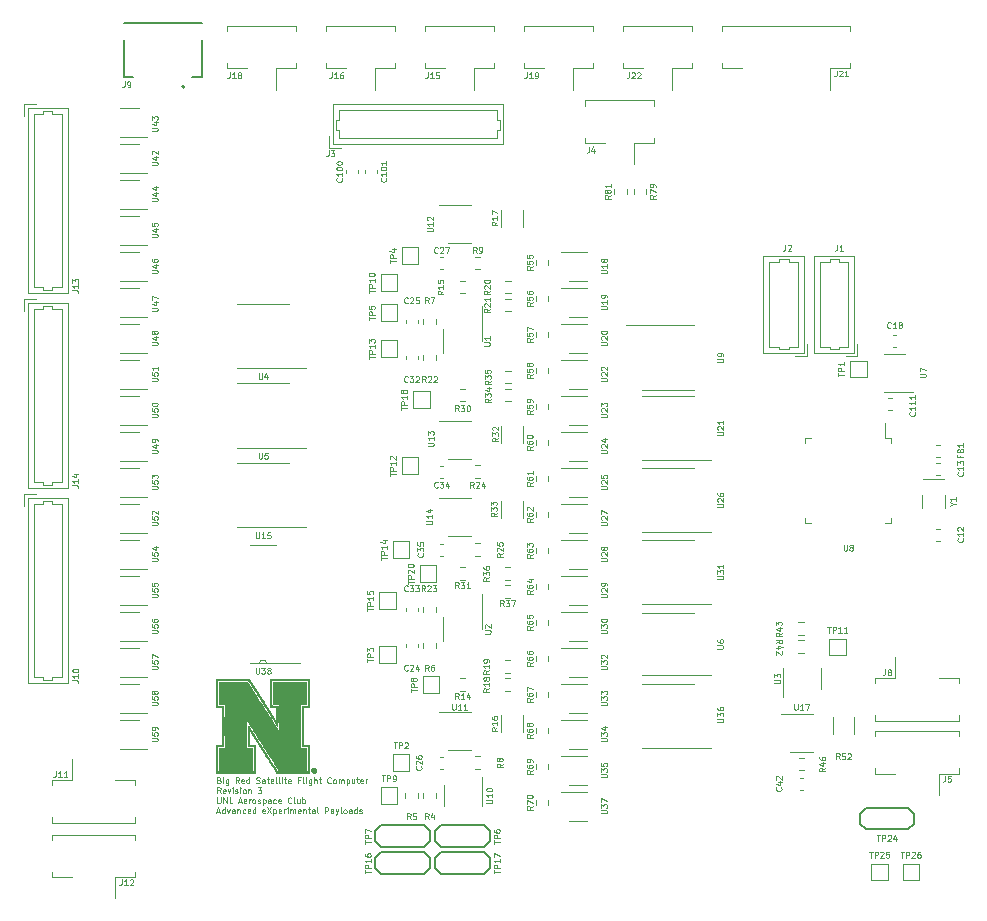
<source format=gbr>
%TF.GenerationSoftware,KiCad,Pcbnew,(5.1.10)-1*%
%TF.CreationDate,2023-09-08T21:34:54-05:00*%
%TF.ProjectId,brs_flight_computer,6272735f-666c-4696-9768-745f636f6d70,A*%
%TF.SameCoordinates,Original*%
%TF.FileFunction,Legend,Top*%
%TF.FilePolarity,Positive*%
%FSLAX46Y46*%
G04 Gerber Fmt 4.6, Leading zero omitted, Abs format (unit mm)*
G04 Created by KiCad (PCBNEW (5.1.10)-1) date 2023-09-08 21:34:54*
%MOMM*%
%LPD*%
G01*
G04 APERTURE LIST*
%ADD10C,0.100000*%
%ADD11C,0.010000*%
%ADD12C,0.120000*%
%ADD13C,0.150000*%
%ADD14C,0.200000*%
%ADD15C,0.127000*%
G04 APERTURE END LIST*
D10*
X130271714Y-134325285D02*
X130343142Y-134349095D01*
X130366952Y-134372904D01*
X130390761Y-134420523D01*
X130390761Y-134491952D01*
X130366952Y-134539571D01*
X130343142Y-134563380D01*
X130295523Y-134587190D01*
X130105047Y-134587190D01*
X130105047Y-134087190D01*
X130271714Y-134087190D01*
X130319333Y-134111000D01*
X130343142Y-134134809D01*
X130366952Y-134182428D01*
X130366952Y-134230047D01*
X130343142Y-134277666D01*
X130319333Y-134301476D01*
X130271714Y-134325285D01*
X130105047Y-134325285D01*
X130605047Y-134587190D02*
X130605047Y-134253857D01*
X130605047Y-134087190D02*
X130581238Y-134111000D01*
X130605047Y-134134809D01*
X130628857Y-134111000D01*
X130605047Y-134087190D01*
X130605047Y-134134809D01*
X131057428Y-134253857D02*
X131057428Y-134658619D01*
X131033619Y-134706238D01*
X131009809Y-134730047D01*
X130962190Y-134753857D01*
X130890761Y-134753857D01*
X130843142Y-134730047D01*
X131057428Y-134563380D02*
X131009809Y-134587190D01*
X130914571Y-134587190D01*
X130866952Y-134563380D01*
X130843142Y-134539571D01*
X130819333Y-134491952D01*
X130819333Y-134349095D01*
X130843142Y-134301476D01*
X130866952Y-134277666D01*
X130914571Y-134253857D01*
X131009809Y-134253857D01*
X131057428Y-134277666D01*
X131962190Y-134587190D02*
X131795523Y-134349095D01*
X131676476Y-134587190D02*
X131676476Y-134087190D01*
X131866952Y-134087190D01*
X131914571Y-134111000D01*
X131938380Y-134134809D01*
X131962190Y-134182428D01*
X131962190Y-134253857D01*
X131938380Y-134301476D01*
X131914571Y-134325285D01*
X131866952Y-134349095D01*
X131676476Y-134349095D01*
X132366952Y-134563380D02*
X132319333Y-134587190D01*
X132224095Y-134587190D01*
X132176476Y-134563380D01*
X132152666Y-134515761D01*
X132152666Y-134325285D01*
X132176476Y-134277666D01*
X132224095Y-134253857D01*
X132319333Y-134253857D01*
X132366952Y-134277666D01*
X132390761Y-134325285D01*
X132390761Y-134372904D01*
X132152666Y-134420523D01*
X132819333Y-134587190D02*
X132819333Y-134087190D01*
X132819333Y-134563380D02*
X132771714Y-134587190D01*
X132676476Y-134587190D01*
X132628857Y-134563380D01*
X132605047Y-134539571D01*
X132581238Y-134491952D01*
X132581238Y-134349095D01*
X132605047Y-134301476D01*
X132628857Y-134277666D01*
X132676476Y-134253857D01*
X132771714Y-134253857D01*
X132819333Y-134277666D01*
X133414571Y-134563380D02*
X133486000Y-134587190D01*
X133605047Y-134587190D01*
X133652666Y-134563380D01*
X133676476Y-134539571D01*
X133700285Y-134491952D01*
X133700285Y-134444333D01*
X133676476Y-134396714D01*
X133652666Y-134372904D01*
X133605047Y-134349095D01*
X133509809Y-134325285D01*
X133462190Y-134301476D01*
X133438380Y-134277666D01*
X133414571Y-134230047D01*
X133414571Y-134182428D01*
X133438380Y-134134809D01*
X133462190Y-134111000D01*
X133509809Y-134087190D01*
X133628857Y-134087190D01*
X133700285Y-134111000D01*
X134128857Y-134587190D02*
X134128857Y-134325285D01*
X134105047Y-134277666D01*
X134057428Y-134253857D01*
X133962190Y-134253857D01*
X133914571Y-134277666D01*
X134128857Y-134563380D02*
X134081238Y-134587190D01*
X133962190Y-134587190D01*
X133914571Y-134563380D01*
X133890761Y-134515761D01*
X133890761Y-134468142D01*
X133914571Y-134420523D01*
X133962190Y-134396714D01*
X134081238Y-134396714D01*
X134128857Y-134372904D01*
X134295523Y-134253857D02*
X134486000Y-134253857D01*
X134366952Y-134087190D02*
X134366952Y-134515761D01*
X134390761Y-134563380D01*
X134438380Y-134587190D01*
X134486000Y-134587190D01*
X134843142Y-134563380D02*
X134795523Y-134587190D01*
X134700285Y-134587190D01*
X134652666Y-134563380D01*
X134628857Y-134515761D01*
X134628857Y-134325285D01*
X134652666Y-134277666D01*
X134700285Y-134253857D01*
X134795523Y-134253857D01*
X134843142Y-134277666D01*
X134866952Y-134325285D01*
X134866952Y-134372904D01*
X134628857Y-134420523D01*
X135152666Y-134587190D02*
X135105047Y-134563380D01*
X135081238Y-134515761D01*
X135081238Y-134087190D01*
X135414571Y-134587190D02*
X135366952Y-134563380D01*
X135343142Y-134515761D01*
X135343142Y-134087190D01*
X135605047Y-134587190D02*
X135605047Y-134253857D01*
X135605047Y-134087190D02*
X135581238Y-134111000D01*
X135605047Y-134134809D01*
X135628857Y-134111000D01*
X135605047Y-134087190D01*
X135605047Y-134134809D01*
X135771714Y-134253857D02*
X135962190Y-134253857D01*
X135843142Y-134087190D02*
X135843142Y-134515761D01*
X135866952Y-134563380D01*
X135914571Y-134587190D01*
X135962190Y-134587190D01*
X136319333Y-134563380D02*
X136271714Y-134587190D01*
X136176476Y-134587190D01*
X136128857Y-134563380D01*
X136105047Y-134515761D01*
X136105047Y-134325285D01*
X136128857Y-134277666D01*
X136176476Y-134253857D01*
X136271714Y-134253857D01*
X136319333Y-134277666D01*
X136343142Y-134325285D01*
X136343142Y-134372904D01*
X136105047Y-134420523D01*
X137105047Y-134325285D02*
X136938380Y-134325285D01*
X136938380Y-134587190D02*
X136938380Y-134087190D01*
X137176476Y-134087190D01*
X137438380Y-134587190D02*
X137390761Y-134563380D01*
X137366952Y-134515761D01*
X137366952Y-134087190D01*
X137628857Y-134587190D02*
X137628857Y-134253857D01*
X137628857Y-134087190D02*
X137605047Y-134111000D01*
X137628857Y-134134809D01*
X137652666Y-134111000D01*
X137628857Y-134087190D01*
X137628857Y-134134809D01*
X138081238Y-134253857D02*
X138081238Y-134658619D01*
X138057428Y-134706238D01*
X138033619Y-134730047D01*
X137986000Y-134753857D01*
X137914571Y-134753857D01*
X137866952Y-134730047D01*
X138081238Y-134563380D02*
X138033619Y-134587190D01*
X137938380Y-134587190D01*
X137890761Y-134563380D01*
X137866952Y-134539571D01*
X137843142Y-134491952D01*
X137843142Y-134349095D01*
X137866952Y-134301476D01*
X137890761Y-134277666D01*
X137938380Y-134253857D01*
X138033619Y-134253857D01*
X138081238Y-134277666D01*
X138319333Y-134587190D02*
X138319333Y-134087190D01*
X138533619Y-134587190D02*
X138533619Y-134325285D01*
X138509809Y-134277666D01*
X138462190Y-134253857D01*
X138390761Y-134253857D01*
X138343142Y-134277666D01*
X138319333Y-134301476D01*
X138700285Y-134253857D02*
X138890761Y-134253857D01*
X138771714Y-134087190D02*
X138771714Y-134515761D01*
X138795523Y-134563380D01*
X138843142Y-134587190D01*
X138890761Y-134587190D01*
X139724095Y-134539571D02*
X139700285Y-134563380D01*
X139628857Y-134587190D01*
X139581238Y-134587190D01*
X139509809Y-134563380D01*
X139462190Y-134515761D01*
X139438380Y-134468142D01*
X139414571Y-134372904D01*
X139414571Y-134301476D01*
X139438380Y-134206238D01*
X139462190Y-134158619D01*
X139509809Y-134111000D01*
X139581238Y-134087190D01*
X139628857Y-134087190D01*
X139700285Y-134111000D01*
X139724095Y-134134809D01*
X140009809Y-134587190D02*
X139962190Y-134563380D01*
X139938380Y-134539571D01*
X139914571Y-134491952D01*
X139914571Y-134349095D01*
X139938380Y-134301476D01*
X139962190Y-134277666D01*
X140009809Y-134253857D01*
X140081238Y-134253857D01*
X140128857Y-134277666D01*
X140152666Y-134301476D01*
X140176476Y-134349095D01*
X140176476Y-134491952D01*
X140152666Y-134539571D01*
X140128857Y-134563380D01*
X140081238Y-134587190D01*
X140009809Y-134587190D01*
X140390761Y-134587190D02*
X140390761Y-134253857D01*
X140390761Y-134301476D02*
X140414571Y-134277666D01*
X140462190Y-134253857D01*
X140533619Y-134253857D01*
X140581238Y-134277666D01*
X140605047Y-134325285D01*
X140605047Y-134587190D01*
X140605047Y-134325285D02*
X140628857Y-134277666D01*
X140676476Y-134253857D01*
X140747904Y-134253857D01*
X140795523Y-134277666D01*
X140819333Y-134325285D01*
X140819333Y-134587190D01*
X141057428Y-134253857D02*
X141057428Y-134753857D01*
X141057428Y-134277666D02*
X141105047Y-134253857D01*
X141200285Y-134253857D01*
X141247904Y-134277666D01*
X141271714Y-134301476D01*
X141295523Y-134349095D01*
X141295523Y-134491952D01*
X141271714Y-134539571D01*
X141247904Y-134563380D01*
X141200285Y-134587190D01*
X141105047Y-134587190D01*
X141057428Y-134563380D01*
X141724095Y-134253857D02*
X141724095Y-134587190D01*
X141509809Y-134253857D02*
X141509809Y-134515761D01*
X141533619Y-134563380D01*
X141581238Y-134587190D01*
X141652666Y-134587190D01*
X141700285Y-134563380D01*
X141724095Y-134539571D01*
X141890761Y-134253857D02*
X142081238Y-134253857D01*
X141962190Y-134087190D02*
X141962190Y-134515761D01*
X141986000Y-134563380D01*
X142033619Y-134587190D01*
X142081238Y-134587190D01*
X142438380Y-134563380D02*
X142390761Y-134587190D01*
X142295523Y-134587190D01*
X142247904Y-134563380D01*
X142224095Y-134515761D01*
X142224095Y-134325285D01*
X142247904Y-134277666D01*
X142295523Y-134253857D01*
X142390761Y-134253857D01*
X142438380Y-134277666D01*
X142462190Y-134325285D01*
X142462190Y-134372904D01*
X142224095Y-134420523D01*
X142676476Y-134587190D02*
X142676476Y-134253857D01*
X142676476Y-134349095D02*
X142700285Y-134301476D01*
X142724095Y-134277666D01*
X142771714Y-134253857D01*
X142819333Y-134253857D01*
X130390761Y-135437190D02*
X130224095Y-135199095D01*
X130105047Y-135437190D02*
X130105047Y-134937190D01*
X130295523Y-134937190D01*
X130343142Y-134961000D01*
X130366952Y-134984809D01*
X130390761Y-135032428D01*
X130390761Y-135103857D01*
X130366952Y-135151476D01*
X130343142Y-135175285D01*
X130295523Y-135199095D01*
X130105047Y-135199095D01*
X130795523Y-135413380D02*
X130747904Y-135437190D01*
X130652666Y-135437190D01*
X130605047Y-135413380D01*
X130581238Y-135365761D01*
X130581238Y-135175285D01*
X130605047Y-135127666D01*
X130652666Y-135103857D01*
X130747904Y-135103857D01*
X130795523Y-135127666D01*
X130819333Y-135175285D01*
X130819333Y-135222904D01*
X130581238Y-135270523D01*
X130986000Y-135103857D02*
X131105047Y-135437190D01*
X131224095Y-135103857D01*
X131414571Y-135437190D02*
X131414571Y-135103857D01*
X131414571Y-134937190D02*
X131390761Y-134961000D01*
X131414571Y-134984809D01*
X131438380Y-134961000D01*
X131414571Y-134937190D01*
X131414571Y-134984809D01*
X131628857Y-135413380D02*
X131676476Y-135437190D01*
X131771714Y-135437190D01*
X131819333Y-135413380D01*
X131843142Y-135365761D01*
X131843142Y-135341952D01*
X131819333Y-135294333D01*
X131771714Y-135270523D01*
X131700285Y-135270523D01*
X131652666Y-135246714D01*
X131628857Y-135199095D01*
X131628857Y-135175285D01*
X131652666Y-135127666D01*
X131700285Y-135103857D01*
X131771714Y-135103857D01*
X131819333Y-135127666D01*
X132057428Y-135437190D02*
X132057428Y-135103857D01*
X132057428Y-134937190D02*
X132033619Y-134961000D01*
X132057428Y-134984809D01*
X132081238Y-134961000D01*
X132057428Y-134937190D01*
X132057428Y-134984809D01*
X132366952Y-135437190D02*
X132319333Y-135413380D01*
X132295523Y-135389571D01*
X132271714Y-135341952D01*
X132271714Y-135199095D01*
X132295523Y-135151476D01*
X132319333Y-135127666D01*
X132366952Y-135103857D01*
X132438380Y-135103857D01*
X132486000Y-135127666D01*
X132509809Y-135151476D01*
X132533619Y-135199095D01*
X132533619Y-135341952D01*
X132509809Y-135389571D01*
X132486000Y-135413380D01*
X132438380Y-135437190D01*
X132366952Y-135437190D01*
X132747904Y-135103857D02*
X132747904Y-135437190D01*
X132747904Y-135151476D02*
X132771714Y-135127666D01*
X132819333Y-135103857D01*
X132890761Y-135103857D01*
X132938380Y-135127666D01*
X132962190Y-135175285D01*
X132962190Y-135437190D01*
X133533619Y-134937190D02*
X133843142Y-134937190D01*
X133676476Y-135127666D01*
X133747904Y-135127666D01*
X133795523Y-135151476D01*
X133819333Y-135175285D01*
X133843142Y-135222904D01*
X133843142Y-135341952D01*
X133819333Y-135389571D01*
X133795523Y-135413380D01*
X133747904Y-135437190D01*
X133605047Y-135437190D01*
X133557428Y-135413380D01*
X133533619Y-135389571D01*
X130105047Y-135787190D02*
X130105047Y-136191952D01*
X130128857Y-136239571D01*
X130152666Y-136263380D01*
X130200285Y-136287190D01*
X130295523Y-136287190D01*
X130343142Y-136263380D01*
X130366952Y-136239571D01*
X130390761Y-136191952D01*
X130390761Y-135787190D01*
X130628857Y-136287190D02*
X130628857Y-135787190D01*
X130914571Y-136287190D01*
X130914571Y-135787190D01*
X131390761Y-136287190D02*
X131152666Y-136287190D01*
X131152666Y-135787190D01*
X131914571Y-136144333D02*
X132152666Y-136144333D01*
X131866952Y-136287190D02*
X132033619Y-135787190D01*
X132200285Y-136287190D01*
X132557428Y-136263380D02*
X132509809Y-136287190D01*
X132414571Y-136287190D01*
X132366952Y-136263380D01*
X132343142Y-136215761D01*
X132343142Y-136025285D01*
X132366952Y-135977666D01*
X132414571Y-135953857D01*
X132509809Y-135953857D01*
X132557428Y-135977666D01*
X132581238Y-136025285D01*
X132581238Y-136072904D01*
X132343142Y-136120523D01*
X132795523Y-136287190D02*
X132795523Y-135953857D01*
X132795523Y-136049095D02*
X132819333Y-136001476D01*
X132843142Y-135977666D01*
X132890761Y-135953857D01*
X132938380Y-135953857D01*
X133176476Y-136287190D02*
X133128857Y-136263380D01*
X133105047Y-136239571D01*
X133081238Y-136191952D01*
X133081238Y-136049095D01*
X133105047Y-136001476D01*
X133128857Y-135977666D01*
X133176476Y-135953857D01*
X133247904Y-135953857D01*
X133295523Y-135977666D01*
X133319333Y-136001476D01*
X133343142Y-136049095D01*
X133343142Y-136191952D01*
X133319333Y-136239571D01*
X133295523Y-136263380D01*
X133247904Y-136287190D01*
X133176476Y-136287190D01*
X133533619Y-136263380D02*
X133581238Y-136287190D01*
X133676476Y-136287190D01*
X133724095Y-136263380D01*
X133747904Y-136215761D01*
X133747904Y-136191952D01*
X133724095Y-136144333D01*
X133676476Y-136120523D01*
X133605047Y-136120523D01*
X133557428Y-136096714D01*
X133533619Y-136049095D01*
X133533619Y-136025285D01*
X133557428Y-135977666D01*
X133605047Y-135953857D01*
X133676476Y-135953857D01*
X133724095Y-135977666D01*
X133962190Y-135953857D02*
X133962190Y-136453857D01*
X133962190Y-135977666D02*
X134009809Y-135953857D01*
X134105047Y-135953857D01*
X134152666Y-135977666D01*
X134176476Y-136001476D01*
X134200285Y-136049095D01*
X134200285Y-136191952D01*
X134176476Y-136239571D01*
X134152666Y-136263380D01*
X134105047Y-136287190D01*
X134009809Y-136287190D01*
X133962190Y-136263380D01*
X134628857Y-136287190D02*
X134628857Y-136025285D01*
X134605047Y-135977666D01*
X134557428Y-135953857D01*
X134462190Y-135953857D01*
X134414571Y-135977666D01*
X134628857Y-136263380D02*
X134581238Y-136287190D01*
X134462190Y-136287190D01*
X134414571Y-136263380D01*
X134390761Y-136215761D01*
X134390761Y-136168142D01*
X134414571Y-136120523D01*
X134462190Y-136096714D01*
X134581238Y-136096714D01*
X134628857Y-136072904D01*
X135081238Y-136263380D02*
X135033619Y-136287190D01*
X134938380Y-136287190D01*
X134890761Y-136263380D01*
X134866952Y-136239571D01*
X134843142Y-136191952D01*
X134843142Y-136049095D01*
X134866952Y-136001476D01*
X134890761Y-135977666D01*
X134938380Y-135953857D01*
X135033619Y-135953857D01*
X135081238Y-135977666D01*
X135486000Y-136263380D02*
X135438380Y-136287190D01*
X135343142Y-136287190D01*
X135295523Y-136263380D01*
X135271714Y-136215761D01*
X135271714Y-136025285D01*
X135295523Y-135977666D01*
X135343142Y-135953857D01*
X135438380Y-135953857D01*
X135486000Y-135977666D01*
X135509809Y-136025285D01*
X135509809Y-136072904D01*
X135271714Y-136120523D01*
X136390761Y-136239571D02*
X136366952Y-136263380D01*
X136295523Y-136287190D01*
X136247904Y-136287190D01*
X136176476Y-136263380D01*
X136128857Y-136215761D01*
X136105047Y-136168142D01*
X136081238Y-136072904D01*
X136081238Y-136001476D01*
X136105047Y-135906238D01*
X136128857Y-135858619D01*
X136176476Y-135811000D01*
X136247904Y-135787190D01*
X136295523Y-135787190D01*
X136366952Y-135811000D01*
X136390761Y-135834809D01*
X136676476Y-136287190D02*
X136628857Y-136263380D01*
X136605047Y-136215761D01*
X136605047Y-135787190D01*
X137081238Y-135953857D02*
X137081238Y-136287190D01*
X136866952Y-135953857D02*
X136866952Y-136215761D01*
X136890761Y-136263380D01*
X136938380Y-136287190D01*
X137009809Y-136287190D01*
X137057428Y-136263380D01*
X137081238Y-136239571D01*
X137319333Y-136287190D02*
X137319333Y-135787190D01*
X137319333Y-135977666D02*
X137366952Y-135953857D01*
X137462190Y-135953857D01*
X137509809Y-135977666D01*
X137533619Y-136001476D01*
X137557428Y-136049095D01*
X137557428Y-136191952D01*
X137533619Y-136239571D01*
X137509809Y-136263380D01*
X137462190Y-136287190D01*
X137366952Y-136287190D01*
X137319333Y-136263380D01*
X130081238Y-136994333D02*
X130319333Y-136994333D01*
X130033619Y-137137190D02*
X130200285Y-136637190D01*
X130366952Y-137137190D01*
X130747904Y-137137190D02*
X130747904Y-136637190D01*
X130747904Y-137113380D02*
X130700285Y-137137190D01*
X130605047Y-137137190D01*
X130557428Y-137113380D01*
X130533619Y-137089571D01*
X130509809Y-137041952D01*
X130509809Y-136899095D01*
X130533619Y-136851476D01*
X130557428Y-136827666D01*
X130605047Y-136803857D01*
X130700285Y-136803857D01*
X130747904Y-136827666D01*
X130938380Y-136803857D02*
X131057428Y-137137190D01*
X131176476Y-136803857D01*
X131581238Y-137137190D02*
X131581238Y-136875285D01*
X131557428Y-136827666D01*
X131509809Y-136803857D01*
X131414571Y-136803857D01*
X131366952Y-136827666D01*
X131581238Y-137113380D02*
X131533619Y-137137190D01*
X131414571Y-137137190D01*
X131366952Y-137113380D01*
X131343142Y-137065761D01*
X131343142Y-137018142D01*
X131366952Y-136970523D01*
X131414571Y-136946714D01*
X131533619Y-136946714D01*
X131581238Y-136922904D01*
X131819333Y-136803857D02*
X131819333Y-137137190D01*
X131819333Y-136851476D02*
X131843142Y-136827666D01*
X131890761Y-136803857D01*
X131962190Y-136803857D01*
X132009809Y-136827666D01*
X132033619Y-136875285D01*
X132033619Y-137137190D01*
X132486000Y-137113380D02*
X132438380Y-137137190D01*
X132343142Y-137137190D01*
X132295523Y-137113380D01*
X132271714Y-137089571D01*
X132247904Y-137041952D01*
X132247904Y-136899095D01*
X132271714Y-136851476D01*
X132295523Y-136827666D01*
X132343142Y-136803857D01*
X132438380Y-136803857D01*
X132486000Y-136827666D01*
X132890761Y-137113380D02*
X132843142Y-137137190D01*
X132747904Y-137137190D01*
X132700285Y-137113380D01*
X132676476Y-137065761D01*
X132676476Y-136875285D01*
X132700285Y-136827666D01*
X132747904Y-136803857D01*
X132843142Y-136803857D01*
X132890761Y-136827666D01*
X132914571Y-136875285D01*
X132914571Y-136922904D01*
X132676476Y-136970523D01*
X133343142Y-137137190D02*
X133343142Y-136637190D01*
X133343142Y-137113380D02*
X133295523Y-137137190D01*
X133200285Y-137137190D01*
X133152666Y-137113380D01*
X133128857Y-137089571D01*
X133105047Y-137041952D01*
X133105047Y-136899095D01*
X133128857Y-136851476D01*
X133152666Y-136827666D01*
X133200285Y-136803857D01*
X133295523Y-136803857D01*
X133343142Y-136827666D01*
X134152666Y-137113380D02*
X134105047Y-137137190D01*
X134009809Y-137137190D01*
X133962190Y-137113380D01*
X133938380Y-137065761D01*
X133938380Y-136875285D01*
X133962190Y-136827666D01*
X134009809Y-136803857D01*
X134105047Y-136803857D01*
X134152666Y-136827666D01*
X134176476Y-136875285D01*
X134176476Y-136922904D01*
X133938380Y-136970523D01*
X134343142Y-136637190D02*
X134676476Y-137137190D01*
X134676476Y-136637190D02*
X134343142Y-137137190D01*
X134866952Y-136803857D02*
X134866952Y-137303857D01*
X134866952Y-136827666D02*
X134914571Y-136803857D01*
X135009809Y-136803857D01*
X135057428Y-136827666D01*
X135081238Y-136851476D01*
X135105047Y-136899095D01*
X135105047Y-137041952D01*
X135081238Y-137089571D01*
X135057428Y-137113380D01*
X135009809Y-137137190D01*
X134914571Y-137137190D01*
X134866952Y-137113380D01*
X135509809Y-137113380D02*
X135462190Y-137137190D01*
X135366952Y-137137190D01*
X135319333Y-137113380D01*
X135295523Y-137065761D01*
X135295523Y-136875285D01*
X135319333Y-136827666D01*
X135366952Y-136803857D01*
X135462190Y-136803857D01*
X135509809Y-136827666D01*
X135533619Y-136875285D01*
X135533619Y-136922904D01*
X135295523Y-136970523D01*
X135747904Y-137137190D02*
X135747904Y-136803857D01*
X135747904Y-136899095D02*
X135771714Y-136851476D01*
X135795523Y-136827666D01*
X135843142Y-136803857D01*
X135890761Y-136803857D01*
X136057428Y-137137190D02*
X136057428Y-136803857D01*
X136057428Y-136637190D02*
X136033619Y-136661000D01*
X136057428Y-136684809D01*
X136081238Y-136661000D01*
X136057428Y-136637190D01*
X136057428Y-136684809D01*
X136295523Y-137137190D02*
X136295523Y-136803857D01*
X136295523Y-136851476D02*
X136319333Y-136827666D01*
X136366952Y-136803857D01*
X136438380Y-136803857D01*
X136486000Y-136827666D01*
X136509809Y-136875285D01*
X136509809Y-137137190D01*
X136509809Y-136875285D02*
X136533619Y-136827666D01*
X136581238Y-136803857D01*
X136652666Y-136803857D01*
X136700285Y-136827666D01*
X136724095Y-136875285D01*
X136724095Y-137137190D01*
X137152666Y-137113380D02*
X137105047Y-137137190D01*
X137009809Y-137137190D01*
X136962190Y-137113380D01*
X136938380Y-137065761D01*
X136938380Y-136875285D01*
X136962190Y-136827666D01*
X137009809Y-136803857D01*
X137105047Y-136803857D01*
X137152666Y-136827666D01*
X137176476Y-136875285D01*
X137176476Y-136922904D01*
X136938380Y-136970523D01*
X137390761Y-136803857D02*
X137390761Y-137137190D01*
X137390761Y-136851476D02*
X137414571Y-136827666D01*
X137462190Y-136803857D01*
X137533619Y-136803857D01*
X137581238Y-136827666D01*
X137605047Y-136875285D01*
X137605047Y-137137190D01*
X137771714Y-136803857D02*
X137962190Y-136803857D01*
X137843142Y-136637190D02*
X137843142Y-137065761D01*
X137866952Y-137113380D01*
X137914571Y-137137190D01*
X137962190Y-137137190D01*
X138343142Y-137137190D02*
X138343142Y-136875285D01*
X138319333Y-136827666D01*
X138271714Y-136803857D01*
X138176476Y-136803857D01*
X138128857Y-136827666D01*
X138343142Y-137113380D02*
X138295523Y-137137190D01*
X138176476Y-137137190D01*
X138128857Y-137113380D01*
X138105047Y-137065761D01*
X138105047Y-137018142D01*
X138128857Y-136970523D01*
X138176476Y-136946714D01*
X138295523Y-136946714D01*
X138343142Y-136922904D01*
X138652666Y-137137190D02*
X138605047Y-137113380D01*
X138581238Y-137065761D01*
X138581238Y-136637190D01*
X139224095Y-137137190D02*
X139224095Y-136637190D01*
X139414571Y-136637190D01*
X139462190Y-136661000D01*
X139486000Y-136684809D01*
X139509809Y-136732428D01*
X139509809Y-136803857D01*
X139486000Y-136851476D01*
X139462190Y-136875285D01*
X139414571Y-136899095D01*
X139224095Y-136899095D01*
X139938380Y-137137190D02*
X139938380Y-136875285D01*
X139914571Y-136827666D01*
X139866952Y-136803857D01*
X139771714Y-136803857D01*
X139724095Y-136827666D01*
X139938380Y-137113380D02*
X139890761Y-137137190D01*
X139771714Y-137137190D01*
X139724095Y-137113380D01*
X139700285Y-137065761D01*
X139700285Y-137018142D01*
X139724095Y-136970523D01*
X139771714Y-136946714D01*
X139890761Y-136946714D01*
X139938380Y-136922904D01*
X140128857Y-136803857D02*
X140247904Y-137137190D01*
X140366952Y-136803857D02*
X140247904Y-137137190D01*
X140200285Y-137256238D01*
X140176476Y-137280047D01*
X140128857Y-137303857D01*
X140628857Y-137137190D02*
X140581238Y-137113380D01*
X140557428Y-137065761D01*
X140557428Y-136637190D01*
X140890761Y-137137190D02*
X140843142Y-137113380D01*
X140819333Y-137089571D01*
X140795523Y-137041952D01*
X140795523Y-136899095D01*
X140819333Y-136851476D01*
X140843142Y-136827666D01*
X140890761Y-136803857D01*
X140962190Y-136803857D01*
X141009809Y-136827666D01*
X141033619Y-136851476D01*
X141057428Y-136899095D01*
X141057428Y-137041952D01*
X141033619Y-137089571D01*
X141009809Y-137113380D01*
X140962190Y-137137190D01*
X140890761Y-137137190D01*
X141486000Y-137137190D02*
X141486000Y-136875285D01*
X141462190Y-136827666D01*
X141414571Y-136803857D01*
X141319333Y-136803857D01*
X141271714Y-136827666D01*
X141486000Y-137113380D02*
X141438380Y-137137190D01*
X141319333Y-137137190D01*
X141271714Y-137113380D01*
X141247904Y-137065761D01*
X141247904Y-137018142D01*
X141271714Y-136970523D01*
X141319333Y-136946714D01*
X141438380Y-136946714D01*
X141486000Y-136922904D01*
X141938380Y-137137190D02*
X141938380Y-136637190D01*
X141938380Y-137113380D02*
X141890761Y-137137190D01*
X141795523Y-137137190D01*
X141747904Y-137113380D01*
X141724095Y-137089571D01*
X141700285Y-137041952D01*
X141700285Y-136899095D01*
X141724095Y-136851476D01*
X141747904Y-136827666D01*
X141795523Y-136803857D01*
X141890761Y-136803857D01*
X141938380Y-136827666D01*
X142152666Y-137113380D02*
X142200285Y-137137190D01*
X142295523Y-137137190D01*
X142343142Y-137113380D01*
X142366952Y-137065761D01*
X142366952Y-137041952D01*
X142343142Y-136994333D01*
X142295523Y-136970523D01*
X142224095Y-136970523D01*
X142176476Y-136946714D01*
X142152666Y-136899095D01*
X142152666Y-136875285D01*
X142176476Y-136827666D01*
X142224095Y-136803857D01*
X142295523Y-136803857D01*
X142343142Y-136827666D01*
D11*
%TO.C,G\u002A\u002A\u002A*%
G36*
X137915650Y-128117600D02*
G01*
X137394950Y-128117600D01*
X137394950Y-131343400D01*
X137915650Y-131343400D01*
X137915650Y-133699250D01*
X135117888Y-133699250D01*
X134877933Y-133319837D01*
X134837470Y-133255859D01*
X134798465Y-133194191D01*
X134761534Y-133135805D01*
X134727293Y-133081675D01*
X134696356Y-133032774D01*
X134669340Y-132990073D01*
X134646860Y-132954547D01*
X134629530Y-132927167D01*
X134617967Y-132908906D01*
X134613795Y-132902325D01*
X134605070Y-132888549D01*
X134590452Y-132865435D01*
X134570827Y-132834384D01*
X134547081Y-132796800D01*
X134520100Y-132754082D01*
X134490768Y-132707634D01*
X134459972Y-132658856D01*
X134451319Y-132645150D01*
X134385826Y-132541408D01*
X134320416Y-132437815D01*
X134255466Y-132334970D01*
X134191355Y-132233468D01*
X134128460Y-132133908D01*
X134067159Y-132036886D01*
X134007828Y-131943000D01*
X133950847Y-131852846D01*
X133896593Y-131767023D01*
X133845442Y-131686128D01*
X133797774Y-131610757D01*
X133753965Y-131541508D01*
X133714393Y-131478978D01*
X133679435Y-131423765D01*
X133649470Y-131376465D01*
X133624875Y-131337676D01*
X133606027Y-131307995D01*
X133593305Y-131288020D01*
X133588096Y-131279900D01*
X133580254Y-131267647D01*
X133566259Y-131245634D01*
X133546732Y-131214841D01*
X133522293Y-131176251D01*
X133493563Y-131130844D01*
X133461164Y-131079603D01*
X133425716Y-131023508D01*
X133387839Y-130963542D01*
X133348156Y-130900685D01*
X133320980Y-130857625D01*
X133278032Y-130789572D01*
X133234648Y-130720848D01*
X133191693Y-130652822D01*
X133150030Y-130586860D01*
X133110522Y-130524329D01*
X133074035Y-130466597D01*
X133041432Y-130415032D01*
X133013577Y-130371000D01*
X132991334Y-130335870D01*
X132985097Y-130326028D01*
X132958215Y-130283614D01*
X132931716Y-130241786D01*
X132906907Y-130202607D01*
X132885095Y-130168140D01*
X132867585Y-130140450D01*
X132856458Y-130122828D01*
X132823291Y-130070225D01*
X132823120Y-130706741D01*
X132822950Y-131343257D01*
X133081712Y-131344916D01*
X133340475Y-131346575D01*
X133340475Y-133696075D01*
X131675187Y-133697674D01*
X130009900Y-133699273D01*
X130009900Y-131343400D01*
X130530600Y-131343400D01*
X130530600Y-128117600D01*
X130009900Y-128117600D01*
X130009900Y-125876050D01*
X130117850Y-125876050D01*
X130117850Y-128009650D01*
X130374345Y-128009650D01*
X130438713Y-128009692D01*
X130491523Y-128009850D01*
X130533918Y-128010168D01*
X130567038Y-128010688D01*
X130592025Y-128011456D01*
X130610023Y-128012515D01*
X130622171Y-128013909D01*
X130629613Y-128015683D01*
X130633491Y-128017881D01*
X130634695Y-128019694D01*
X130635064Y-128026923D01*
X130635413Y-128046217D01*
X130635744Y-128076941D01*
X130636055Y-128118461D01*
X130636348Y-128170141D01*
X130636622Y-128231348D01*
X130636877Y-128301445D01*
X130637113Y-128379799D01*
X130637331Y-128465774D01*
X130637529Y-128558736D01*
X130637709Y-128658050D01*
X130637869Y-128763080D01*
X130638011Y-128873193D01*
X130638134Y-128987753D01*
X130638238Y-129106125D01*
X130638323Y-129227675D01*
X130638389Y-129351768D01*
X130638437Y-129477769D01*
X130638465Y-129605043D01*
X130638475Y-129732956D01*
X130638465Y-129860872D01*
X130638437Y-129988157D01*
X130638390Y-130114176D01*
X130638324Y-130238293D01*
X130638239Y-130359876D01*
X130638135Y-130478287D01*
X130638013Y-130592894D01*
X130637871Y-130703060D01*
X130637711Y-130808151D01*
X130637531Y-130907532D01*
X130637333Y-131000569D01*
X130637116Y-131086626D01*
X130636880Y-131165069D01*
X130636625Y-131235262D01*
X130636351Y-131296572D01*
X130636059Y-131348363D01*
X130635747Y-131390001D01*
X130635417Y-131420850D01*
X130635068Y-131440275D01*
X130634699Y-131447643D01*
X130634695Y-131447655D01*
X130632633Y-131450175D01*
X130627805Y-131452241D01*
X130619070Y-131453896D01*
X130605285Y-131455185D01*
X130585308Y-131456152D01*
X130557998Y-131456841D01*
X130522213Y-131457296D01*
X130476811Y-131457561D01*
X130420650Y-131457680D01*
X130374345Y-131457700D01*
X130117850Y-131457700D01*
X130117850Y-133584950D01*
X133235700Y-133584950D01*
X133235700Y-131457700D01*
X132715000Y-131457700D01*
X132715000Y-130576955D01*
X132715037Y-130472406D01*
X132715147Y-130371477D01*
X132715325Y-130274884D01*
X132715567Y-130183341D01*
X132715868Y-130097564D01*
X132716224Y-130018269D01*
X132716631Y-129946170D01*
X132717084Y-129881983D01*
X132717578Y-129826422D01*
X132718111Y-129780204D01*
X132718676Y-129744044D01*
X132719270Y-129718657D01*
X132719889Y-129704757D01*
X132720330Y-129702242D01*
X132725593Y-129709725D01*
X132736031Y-129725701D01*
X132750154Y-129747854D01*
X132766470Y-129773868D01*
X132767143Y-129774950D01*
X132780620Y-129796576D01*
X132795215Y-129819920D01*
X132811492Y-129845874D01*
X132830016Y-129875335D01*
X132851351Y-129909196D01*
X132876062Y-129948352D01*
X132904714Y-129993698D01*
X132937872Y-130046128D01*
X132976099Y-130106536D01*
X133019960Y-130175818D01*
X133070021Y-130254868D01*
X133073730Y-130260725D01*
X133109511Y-130317243D01*
X133150393Y-130381861D01*
X133194706Y-130451935D01*
X133240778Y-130524820D01*
X133286937Y-130597874D01*
X133331514Y-130668452D01*
X133372837Y-130733910D01*
X133384788Y-130752850D01*
X133418749Y-130806659D01*
X133458308Y-130869309D01*
X133502270Y-130938912D01*
X133549441Y-131013577D01*
X133598628Y-131091415D01*
X133648636Y-131170537D01*
X133698271Y-131249051D01*
X133746339Y-131325069D01*
X133788055Y-131391025D01*
X133831210Y-131459247D01*
X133875152Y-131528716D01*
X133918959Y-131597972D01*
X133961708Y-131665558D01*
X134002477Y-131730013D01*
X134040341Y-131789879D01*
X134074379Y-131843697D01*
X134103668Y-131890008D01*
X134127285Y-131927353D01*
X134131456Y-131933950D01*
X134175746Y-132003968D01*
X134213680Y-132063890D01*
X134245672Y-132114367D01*
X134272135Y-132156047D01*
X134293481Y-132189581D01*
X134310123Y-132215620D01*
X134322475Y-132234813D01*
X134325026Y-132238750D01*
X134331371Y-132248682D01*
X134343715Y-132268154D01*
X134361295Y-132295956D01*
X134383347Y-132330878D01*
X134409108Y-132371710D01*
X134437813Y-132417243D01*
X134468700Y-132466266D01*
X134491375Y-132502275D01*
X134529038Y-132562065D01*
X134569883Y-132626849D01*
X134612269Y-132694029D01*
X134654554Y-132761003D01*
X134695096Y-132825172D01*
X134732255Y-132883936D01*
X134764387Y-132934693D01*
X134766007Y-132937250D01*
X134879342Y-133116243D01*
X134988143Y-133288323D01*
X135094776Y-133457237D01*
X135114249Y-133488112D01*
X135175316Y-133584950D01*
X137807700Y-133584950D01*
X137807700Y-132521396D01*
X137807699Y-131457842D01*
X137548937Y-131456183D01*
X137290175Y-131454525D01*
X137288575Y-129732087D01*
X137286976Y-128009649D01*
X137547338Y-128009650D01*
X137807700Y-128009650D01*
X137807700Y-125876050D01*
X136248756Y-125876049D01*
X134689812Y-125876049D01*
X134691418Y-126941262D01*
X134693025Y-128006475D01*
X134951787Y-128008133D01*
X135210550Y-128009792D01*
X135210550Y-128886021D01*
X135210531Y-128990417D01*
X135210477Y-129091268D01*
X135210389Y-129187849D01*
X135210269Y-129279437D01*
X135210121Y-129365308D01*
X135209945Y-129444738D01*
X135209745Y-129517003D01*
X135209521Y-129581380D01*
X135209277Y-129637145D01*
X135209015Y-129683574D01*
X135208736Y-129719944D01*
X135208443Y-129745531D01*
X135208138Y-129759611D01*
X135207935Y-129762250D01*
X135207224Y-129761977D01*
X135205936Y-129760674D01*
X135203607Y-129757614D01*
X135199773Y-129752072D01*
X135193971Y-129743321D01*
X135185736Y-129730635D01*
X135174605Y-129713287D01*
X135160115Y-129690551D01*
X135141801Y-129661701D01*
X135119200Y-129626010D01*
X135091848Y-129582752D01*
X135059281Y-129531201D01*
X135021036Y-129470630D01*
X134976649Y-129400313D01*
X134958604Y-129371725D01*
X134922183Y-129314034D01*
X134883712Y-129253116D01*
X134844614Y-129191227D01*
X134806315Y-129130618D01*
X134770238Y-129073546D01*
X134737809Y-129022264D01*
X134710452Y-128979026D01*
X134705799Y-128971675D01*
X134685932Y-128940282D01*
X134660070Y-128899399D01*
X134628999Y-128850270D01*
X134593507Y-128794140D01*
X134554382Y-128732256D01*
X134512410Y-128665862D01*
X134468380Y-128596205D01*
X134423078Y-128524529D01*
X134377292Y-128452080D01*
X134332455Y-128381125D01*
X134289490Y-128313142D01*
X134248093Y-128247664D01*
X134208822Y-128185573D01*
X134172236Y-128127752D01*
X134138893Y-128075081D01*
X134109352Y-128028444D01*
X134084172Y-127988721D01*
X134063911Y-127956796D01*
X134049127Y-127933550D01*
X134040379Y-127919865D01*
X134038897Y-127917575D01*
X134031676Y-127906328D01*
X134018374Y-127885429D01*
X133999683Y-127855970D01*
X133976294Y-127819042D01*
X133948898Y-127775738D01*
X133918185Y-127727150D01*
X133884848Y-127674369D01*
X133849576Y-127618489D01*
X133825941Y-127581025D01*
X133776174Y-127502120D01*
X133731620Y-127431489D01*
X133691257Y-127367510D01*
X133654060Y-127308561D01*
X133619006Y-127253022D01*
X133585070Y-127199271D01*
X133551230Y-127145688D01*
X133516461Y-127090651D01*
X133479740Y-127032539D01*
X133440042Y-126969731D01*
X133396344Y-126900605D01*
X133347623Y-126823542D01*
X133308633Y-126761875D01*
X133252479Y-126673063D01*
X133202680Y-126594303D01*
X133158802Y-126524913D01*
X133120413Y-126464208D01*
X133087082Y-126411506D01*
X133058377Y-126366125D01*
X133033864Y-126327380D01*
X133013111Y-126294590D01*
X132995688Y-126267071D01*
X132981160Y-126244141D01*
X132969097Y-126225115D01*
X132959065Y-126209313D01*
X132950633Y-126196049D01*
X132943369Y-126184643D01*
X132936897Y-126174500D01*
X132924424Y-126154847D01*
X132906716Y-126126773D01*
X132885251Y-126092634D01*
X132861512Y-126054788D01*
X132836980Y-126015590D01*
X132828203Y-126001544D01*
X132749925Y-125876213D01*
X131433887Y-125876131D01*
X130117850Y-125876050D01*
X130009900Y-125876050D01*
X130009900Y-125761750D01*
X131408487Y-125761913D01*
X132807075Y-125762076D01*
X132975350Y-126028693D01*
X133015490Y-126092286D01*
X133059359Y-126161780D01*
X133105305Y-126234557D01*
X133151677Y-126308001D01*
X133196822Y-126379496D01*
X133239088Y-126446424D01*
X133276824Y-126506171D01*
X133288981Y-126525417D01*
X133325606Y-126583397D01*
X133365106Y-126645931D01*
X133405851Y-126710437D01*
X133446210Y-126774335D01*
X133484553Y-126835041D01*
X133519249Y-126889974D01*
X133546628Y-126933325D01*
X133567899Y-126966996D01*
X133595184Y-127010170D01*
X133627703Y-127061615D01*
X133664680Y-127120103D01*
X133705336Y-127184402D01*
X133748893Y-127253283D01*
X133794574Y-127325516D01*
X133841601Y-127399870D01*
X133889196Y-127475116D01*
X133936582Y-127550024D01*
X133950168Y-127571500D01*
X134028980Y-127696083D01*
X134101254Y-127810342D01*
X134167247Y-127914685D01*
X134227215Y-128009517D01*
X134281416Y-128095244D01*
X134330105Y-128172272D01*
X134373540Y-128241008D01*
X134411977Y-128301859D01*
X134445672Y-128355229D01*
X134474884Y-128401526D01*
X134499867Y-128441155D01*
X134520880Y-128474523D01*
X134534024Y-128495425D01*
X134549280Y-128519656D01*
X134570221Y-128552851D01*
X134595730Y-128593245D01*
X134624695Y-128639075D01*
X134656000Y-128688576D01*
X134688531Y-128739986D01*
X134721172Y-128791541D01*
X134724661Y-128797050D01*
X134760983Y-128854422D01*
X134800537Y-128916947D01*
X134841566Y-128981844D01*
X134882311Y-129046332D01*
X134921018Y-129107631D01*
X134955928Y-129162959D01*
X134977449Y-129197100D01*
X135004737Y-129240327D01*
X135030011Y-129280212D01*
X135052442Y-129315455D01*
X135071201Y-129344762D01*
X135085458Y-129366834D01*
X135094384Y-129380375D01*
X135097038Y-129384107D01*
X135097860Y-129378791D01*
X135098638Y-129361505D01*
X135099365Y-129332976D01*
X135100035Y-129293935D01*
X135100642Y-129245110D01*
X135101179Y-129187229D01*
X135101640Y-129121023D01*
X135102018Y-129047220D01*
X135102307Y-128966549D01*
X135102501Y-128879739D01*
X135102593Y-128787519D01*
X135102600Y-128753870D01*
X135102600Y-128117600D01*
X134842233Y-128117600D01*
X134581866Y-128117599D01*
X134583470Y-126941262D01*
X134585075Y-125764925D01*
X136250362Y-125763325D01*
X137915650Y-125761726D01*
X137915650Y-128117600D01*
G37*
X137915650Y-128117600D02*
X137394950Y-128117600D01*
X137394950Y-131343400D01*
X137915650Y-131343400D01*
X137915650Y-133699250D01*
X135117888Y-133699250D01*
X134877933Y-133319837D01*
X134837470Y-133255859D01*
X134798465Y-133194191D01*
X134761534Y-133135805D01*
X134727293Y-133081675D01*
X134696356Y-133032774D01*
X134669340Y-132990073D01*
X134646860Y-132954547D01*
X134629530Y-132927167D01*
X134617967Y-132908906D01*
X134613795Y-132902325D01*
X134605070Y-132888549D01*
X134590452Y-132865435D01*
X134570827Y-132834384D01*
X134547081Y-132796800D01*
X134520100Y-132754082D01*
X134490768Y-132707634D01*
X134459972Y-132658856D01*
X134451319Y-132645150D01*
X134385826Y-132541408D01*
X134320416Y-132437815D01*
X134255466Y-132334970D01*
X134191355Y-132233468D01*
X134128460Y-132133908D01*
X134067159Y-132036886D01*
X134007828Y-131943000D01*
X133950847Y-131852846D01*
X133896593Y-131767023D01*
X133845442Y-131686128D01*
X133797774Y-131610757D01*
X133753965Y-131541508D01*
X133714393Y-131478978D01*
X133679435Y-131423765D01*
X133649470Y-131376465D01*
X133624875Y-131337676D01*
X133606027Y-131307995D01*
X133593305Y-131288020D01*
X133588096Y-131279900D01*
X133580254Y-131267647D01*
X133566259Y-131245634D01*
X133546732Y-131214841D01*
X133522293Y-131176251D01*
X133493563Y-131130844D01*
X133461164Y-131079603D01*
X133425716Y-131023508D01*
X133387839Y-130963542D01*
X133348156Y-130900685D01*
X133320980Y-130857625D01*
X133278032Y-130789572D01*
X133234648Y-130720848D01*
X133191693Y-130652822D01*
X133150030Y-130586860D01*
X133110522Y-130524329D01*
X133074035Y-130466597D01*
X133041432Y-130415032D01*
X133013577Y-130371000D01*
X132991334Y-130335870D01*
X132985097Y-130326028D01*
X132958215Y-130283614D01*
X132931716Y-130241786D01*
X132906907Y-130202607D01*
X132885095Y-130168140D01*
X132867585Y-130140450D01*
X132856458Y-130122828D01*
X132823291Y-130070225D01*
X132823120Y-130706741D01*
X132822950Y-131343257D01*
X133081712Y-131344916D01*
X133340475Y-131346575D01*
X133340475Y-133696075D01*
X131675187Y-133697674D01*
X130009900Y-133699273D01*
X130009900Y-131343400D01*
X130530600Y-131343400D01*
X130530600Y-128117600D01*
X130009900Y-128117600D01*
X130009900Y-125876050D01*
X130117850Y-125876050D01*
X130117850Y-128009650D01*
X130374345Y-128009650D01*
X130438713Y-128009692D01*
X130491523Y-128009850D01*
X130533918Y-128010168D01*
X130567038Y-128010688D01*
X130592025Y-128011456D01*
X130610023Y-128012515D01*
X130622171Y-128013909D01*
X130629613Y-128015683D01*
X130633491Y-128017881D01*
X130634695Y-128019694D01*
X130635064Y-128026923D01*
X130635413Y-128046217D01*
X130635744Y-128076941D01*
X130636055Y-128118461D01*
X130636348Y-128170141D01*
X130636622Y-128231348D01*
X130636877Y-128301445D01*
X130637113Y-128379799D01*
X130637331Y-128465774D01*
X130637529Y-128558736D01*
X130637709Y-128658050D01*
X130637869Y-128763080D01*
X130638011Y-128873193D01*
X130638134Y-128987753D01*
X130638238Y-129106125D01*
X130638323Y-129227675D01*
X130638389Y-129351768D01*
X130638437Y-129477769D01*
X130638465Y-129605043D01*
X130638475Y-129732956D01*
X130638465Y-129860872D01*
X130638437Y-129988157D01*
X130638390Y-130114176D01*
X130638324Y-130238293D01*
X130638239Y-130359876D01*
X130638135Y-130478287D01*
X130638013Y-130592894D01*
X130637871Y-130703060D01*
X130637711Y-130808151D01*
X130637531Y-130907532D01*
X130637333Y-131000569D01*
X130637116Y-131086626D01*
X130636880Y-131165069D01*
X130636625Y-131235262D01*
X130636351Y-131296572D01*
X130636059Y-131348363D01*
X130635747Y-131390001D01*
X130635417Y-131420850D01*
X130635068Y-131440275D01*
X130634699Y-131447643D01*
X130634695Y-131447655D01*
X130632633Y-131450175D01*
X130627805Y-131452241D01*
X130619070Y-131453896D01*
X130605285Y-131455185D01*
X130585308Y-131456152D01*
X130557998Y-131456841D01*
X130522213Y-131457296D01*
X130476811Y-131457561D01*
X130420650Y-131457680D01*
X130374345Y-131457700D01*
X130117850Y-131457700D01*
X130117850Y-133584950D01*
X133235700Y-133584950D01*
X133235700Y-131457700D01*
X132715000Y-131457700D01*
X132715000Y-130576955D01*
X132715037Y-130472406D01*
X132715147Y-130371477D01*
X132715325Y-130274884D01*
X132715567Y-130183341D01*
X132715868Y-130097564D01*
X132716224Y-130018269D01*
X132716631Y-129946170D01*
X132717084Y-129881983D01*
X132717578Y-129826422D01*
X132718111Y-129780204D01*
X132718676Y-129744044D01*
X132719270Y-129718657D01*
X132719889Y-129704757D01*
X132720330Y-129702242D01*
X132725593Y-129709725D01*
X132736031Y-129725701D01*
X132750154Y-129747854D01*
X132766470Y-129773868D01*
X132767143Y-129774950D01*
X132780620Y-129796576D01*
X132795215Y-129819920D01*
X132811492Y-129845874D01*
X132830016Y-129875335D01*
X132851351Y-129909196D01*
X132876062Y-129948352D01*
X132904714Y-129993698D01*
X132937872Y-130046128D01*
X132976099Y-130106536D01*
X133019960Y-130175818D01*
X133070021Y-130254868D01*
X133073730Y-130260725D01*
X133109511Y-130317243D01*
X133150393Y-130381861D01*
X133194706Y-130451935D01*
X133240778Y-130524820D01*
X133286937Y-130597874D01*
X133331514Y-130668452D01*
X133372837Y-130733910D01*
X133384788Y-130752850D01*
X133418749Y-130806659D01*
X133458308Y-130869309D01*
X133502270Y-130938912D01*
X133549441Y-131013577D01*
X133598628Y-131091415D01*
X133648636Y-131170537D01*
X133698271Y-131249051D01*
X133746339Y-131325069D01*
X133788055Y-131391025D01*
X133831210Y-131459247D01*
X133875152Y-131528716D01*
X133918959Y-131597972D01*
X133961708Y-131665558D01*
X134002477Y-131730013D01*
X134040341Y-131789879D01*
X134074379Y-131843697D01*
X134103668Y-131890008D01*
X134127285Y-131927353D01*
X134131456Y-131933950D01*
X134175746Y-132003968D01*
X134213680Y-132063890D01*
X134245672Y-132114367D01*
X134272135Y-132156047D01*
X134293481Y-132189581D01*
X134310123Y-132215620D01*
X134322475Y-132234813D01*
X134325026Y-132238750D01*
X134331371Y-132248682D01*
X134343715Y-132268154D01*
X134361295Y-132295956D01*
X134383347Y-132330878D01*
X134409108Y-132371710D01*
X134437813Y-132417243D01*
X134468700Y-132466266D01*
X134491375Y-132502275D01*
X134529038Y-132562065D01*
X134569883Y-132626849D01*
X134612269Y-132694029D01*
X134654554Y-132761003D01*
X134695096Y-132825172D01*
X134732255Y-132883936D01*
X134764387Y-132934693D01*
X134766007Y-132937250D01*
X134879342Y-133116243D01*
X134988143Y-133288323D01*
X135094776Y-133457237D01*
X135114249Y-133488112D01*
X135175316Y-133584950D01*
X137807700Y-133584950D01*
X137807700Y-132521396D01*
X137807699Y-131457842D01*
X137548937Y-131456183D01*
X137290175Y-131454525D01*
X137288575Y-129732087D01*
X137286976Y-128009649D01*
X137547338Y-128009650D01*
X137807700Y-128009650D01*
X137807700Y-125876050D01*
X136248756Y-125876049D01*
X134689812Y-125876049D01*
X134691418Y-126941262D01*
X134693025Y-128006475D01*
X134951787Y-128008133D01*
X135210550Y-128009792D01*
X135210550Y-128886021D01*
X135210531Y-128990417D01*
X135210477Y-129091268D01*
X135210389Y-129187849D01*
X135210269Y-129279437D01*
X135210121Y-129365308D01*
X135209945Y-129444738D01*
X135209745Y-129517003D01*
X135209521Y-129581380D01*
X135209277Y-129637145D01*
X135209015Y-129683574D01*
X135208736Y-129719944D01*
X135208443Y-129745531D01*
X135208138Y-129759611D01*
X135207935Y-129762250D01*
X135207224Y-129761977D01*
X135205936Y-129760674D01*
X135203607Y-129757614D01*
X135199773Y-129752072D01*
X135193971Y-129743321D01*
X135185736Y-129730635D01*
X135174605Y-129713287D01*
X135160115Y-129690551D01*
X135141801Y-129661701D01*
X135119200Y-129626010D01*
X135091848Y-129582752D01*
X135059281Y-129531201D01*
X135021036Y-129470630D01*
X134976649Y-129400313D01*
X134958604Y-129371725D01*
X134922183Y-129314034D01*
X134883712Y-129253116D01*
X134844614Y-129191227D01*
X134806315Y-129130618D01*
X134770238Y-129073546D01*
X134737809Y-129022264D01*
X134710452Y-128979026D01*
X134705799Y-128971675D01*
X134685932Y-128940282D01*
X134660070Y-128899399D01*
X134628999Y-128850270D01*
X134593507Y-128794140D01*
X134554382Y-128732256D01*
X134512410Y-128665862D01*
X134468380Y-128596205D01*
X134423078Y-128524529D01*
X134377292Y-128452080D01*
X134332455Y-128381125D01*
X134289490Y-128313142D01*
X134248093Y-128247664D01*
X134208822Y-128185573D01*
X134172236Y-128127752D01*
X134138893Y-128075081D01*
X134109352Y-128028444D01*
X134084172Y-127988721D01*
X134063911Y-127956796D01*
X134049127Y-127933550D01*
X134040379Y-127919865D01*
X134038897Y-127917575D01*
X134031676Y-127906328D01*
X134018374Y-127885429D01*
X133999683Y-127855970D01*
X133976294Y-127819042D01*
X133948898Y-127775738D01*
X133918185Y-127727150D01*
X133884848Y-127674369D01*
X133849576Y-127618489D01*
X133825941Y-127581025D01*
X133776174Y-127502120D01*
X133731620Y-127431489D01*
X133691257Y-127367510D01*
X133654060Y-127308561D01*
X133619006Y-127253022D01*
X133585070Y-127199271D01*
X133551230Y-127145688D01*
X133516461Y-127090651D01*
X133479740Y-127032539D01*
X133440042Y-126969731D01*
X133396344Y-126900605D01*
X133347623Y-126823542D01*
X133308633Y-126761875D01*
X133252479Y-126673063D01*
X133202680Y-126594303D01*
X133158802Y-126524913D01*
X133120413Y-126464208D01*
X133087082Y-126411506D01*
X133058377Y-126366125D01*
X133033864Y-126327380D01*
X133013111Y-126294590D01*
X132995688Y-126267071D01*
X132981160Y-126244141D01*
X132969097Y-126225115D01*
X132959065Y-126209313D01*
X132950633Y-126196049D01*
X132943369Y-126184643D01*
X132936897Y-126174500D01*
X132924424Y-126154847D01*
X132906716Y-126126773D01*
X132885251Y-126092634D01*
X132861512Y-126054788D01*
X132836980Y-126015590D01*
X132828203Y-126001544D01*
X132749925Y-125876213D01*
X131433887Y-125876131D01*
X130117850Y-125876050D01*
X130009900Y-125876050D01*
X130009900Y-125761750D01*
X131408487Y-125761913D01*
X132807075Y-125762076D01*
X132975350Y-126028693D01*
X133015490Y-126092286D01*
X133059359Y-126161780D01*
X133105305Y-126234557D01*
X133151677Y-126308001D01*
X133196822Y-126379496D01*
X133239088Y-126446424D01*
X133276824Y-126506171D01*
X133288981Y-126525417D01*
X133325606Y-126583397D01*
X133365106Y-126645931D01*
X133405851Y-126710437D01*
X133446210Y-126774335D01*
X133484553Y-126835041D01*
X133519249Y-126889974D01*
X133546628Y-126933325D01*
X133567899Y-126966996D01*
X133595184Y-127010170D01*
X133627703Y-127061615D01*
X133664680Y-127120103D01*
X133705336Y-127184402D01*
X133748893Y-127253283D01*
X133794574Y-127325516D01*
X133841601Y-127399870D01*
X133889196Y-127475116D01*
X133936582Y-127550024D01*
X133950168Y-127571500D01*
X134028980Y-127696083D01*
X134101254Y-127810342D01*
X134167247Y-127914685D01*
X134227215Y-128009517D01*
X134281416Y-128095244D01*
X134330105Y-128172272D01*
X134373540Y-128241008D01*
X134411977Y-128301859D01*
X134445672Y-128355229D01*
X134474884Y-128401526D01*
X134499867Y-128441155D01*
X134520880Y-128474523D01*
X134534024Y-128495425D01*
X134549280Y-128519656D01*
X134570221Y-128552851D01*
X134595730Y-128593245D01*
X134624695Y-128639075D01*
X134656000Y-128688576D01*
X134688531Y-128739986D01*
X134721172Y-128791541D01*
X134724661Y-128797050D01*
X134760983Y-128854422D01*
X134800537Y-128916947D01*
X134841566Y-128981844D01*
X134882311Y-129046332D01*
X134921018Y-129107631D01*
X134955928Y-129162959D01*
X134977449Y-129197100D01*
X135004737Y-129240327D01*
X135030011Y-129280212D01*
X135052442Y-129315455D01*
X135071201Y-129344762D01*
X135085458Y-129366834D01*
X135094384Y-129380375D01*
X135097038Y-129384107D01*
X135097860Y-129378791D01*
X135098638Y-129361505D01*
X135099365Y-129332976D01*
X135100035Y-129293935D01*
X135100642Y-129245110D01*
X135101179Y-129187229D01*
X135101640Y-129121023D01*
X135102018Y-129047220D01*
X135102307Y-128966549D01*
X135102501Y-128879739D01*
X135102593Y-128787519D01*
X135102600Y-128753870D01*
X135102600Y-128117600D01*
X134842233Y-128117600D01*
X134581866Y-128117599D01*
X134583470Y-126941262D01*
X134585075Y-125764925D01*
X136250362Y-125763325D01*
X137915650Y-125761726D01*
X137915650Y-128117600D01*
G36*
X138324985Y-133280689D02*
G01*
X138364348Y-133291883D01*
X138398557Y-133311925D01*
X138426005Y-133337081D01*
X138452709Y-133368886D01*
X138470283Y-133399063D01*
X138480599Y-133432037D01*
X138485527Y-133472235D01*
X138485897Y-133478763D01*
X138486958Y-133506629D01*
X138486222Y-133526368D01*
X138482890Y-133542511D01*
X138476166Y-133559591D01*
X138469050Y-133574456D01*
X138440294Y-133620785D01*
X138405054Y-133656265D01*
X138363490Y-133680786D01*
X138315766Y-133694235D01*
X138290897Y-133696718D01*
X138265728Y-133696999D01*
X138242824Y-133695719D01*
X138229596Y-133693674D01*
X138183188Y-133675444D01*
X138142634Y-133647227D01*
X138109477Y-133610840D01*
X138085256Y-133568104D01*
X138071515Y-133520838D01*
X138069559Y-133504764D01*
X138070257Y-133486525D01*
X138115882Y-133486525D01*
X138122061Y-133529386D01*
X138139326Y-133568801D01*
X138166123Y-133602562D01*
X138200898Y-133628461D01*
X138222896Y-133638568D01*
X138254477Y-133645282D01*
X138290960Y-133645566D01*
X138326528Y-133639774D01*
X138350811Y-133630800D01*
X138386027Y-133606455D01*
X138413467Y-133574917D01*
X138432235Y-133538464D01*
X138441433Y-133499375D01*
X138440162Y-133459930D01*
X138430492Y-133428505D01*
X138418705Y-133407610D01*
X138402774Y-133385316D01*
X138395653Y-133376876D01*
X138363188Y-133349268D01*
X138326989Y-133332404D01*
X138288836Y-133325586D01*
X138250507Y-133328118D01*
X138213783Y-133339302D01*
X138180441Y-133358441D01*
X138152262Y-133384838D01*
X138131023Y-133417795D01*
X138118505Y-133456615D01*
X138115882Y-133486525D01*
X138070257Y-133486525D01*
X138071496Y-133454152D01*
X138084806Y-133406172D01*
X138108391Y-133362780D01*
X138141152Y-133325935D01*
X138181989Y-133297593D01*
X138187415Y-133294840D01*
X138208235Y-133285629D01*
X138227108Y-133280259D01*
X138248954Y-133277766D01*
X138277600Y-133277187D01*
X138324985Y-133280689D01*
G37*
X138324985Y-133280689D02*
X138364348Y-133291883D01*
X138398557Y-133311925D01*
X138426005Y-133337081D01*
X138452709Y-133368886D01*
X138470283Y-133399063D01*
X138480599Y-133432037D01*
X138485527Y-133472235D01*
X138485897Y-133478763D01*
X138486958Y-133506629D01*
X138486222Y-133526368D01*
X138482890Y-133542511D01*
X138476166Y-133559591D01*
X138469050Y-133574456D01*
X138440294Y-133620785D01*
X138405054Y-133656265D01*
X138363490Y-133680786D01*
X138315766Y-133694235D01*
X138290897Y-133696718D01*
X138265728Y-133696999D01*
X138242824Y-133695719D01*
X138229596Y-133693674D01*
X138183188Y-133675444D01*
X138142634Y-133647227D01*
X138109477Y-133610840D01*
X138085256Y-133568104D01*
X138071515Y-133520838D01*
X138069559Y-133504764D01*
X138070257Y-133486525D01*
X138115882Y-133486525D01*
X138122061Y-133529386D01*
X138139326Y-133568801D01*
X138166123Y-133602562D01*
X138200898Y-133628461D01*
X138222896Y-133638568D01*
X138254477Y-133645282D01*
X138290960Y-133645566D01*
X138326528Y-133639774D01*
X138350811Y-133630800D01*
X138386027Y-133606455D01*
X138413467Y-133574917D01*
X138432235Y-133538464D01*
X138441433Y-133499375D01*
X138440162Y-133459930D01*
X138430492Y-133428505D01*
X138418705Y-133407610D01*
X138402774Y-133385316D01*
X138395653Y-133376876D01*
X138363188Y-133349268D01*
X138326989Y-133332404D01*
X138288836Y-133325586D01*
X138250507Y-133328118D01*
X138213783Y-133339302D01*
X138180441Y-133358441D01*
X138152262Y-133384838D01*
X138131023Y-133417795D01*
X138118505Y-133456615D01*
X138115882Y-133486525D01*
X138070257Y-133486525D01*
X138071496Y-133454152D01*
X138084806Y-133406172D01*
X138108391Y-133362780D01*
X138141152Y-133325935D01*
X138181989Y-133297593D01*
X138187415Y-133294840D01*
X138208235Y-133285629D01*
X138227108Y-133280259D01*
X138248954Y-133277766D01*
X138277600Y-133277187D01*
X138324985Y-133280689D01*
G36*
X137655300Y-127857250D02*
G01*
X137134600Y-127857250D01*
X137134600Y-131603750D01*
X137655300Y-131603750D01*
X137655300Y-133438900D01*
X135261740Y-133438900D01*
X135238317Y-133402387D01*
X135231367Y-133391474D01*
X135218184Y-133370691D01*
X135199316Y-133340906D01*
X135175312Y-133302986D01*
X135146720Y-133257800D01*
X135114090Y-133206214D01*
X135077970Y-133149097D01*
X135038910Y-133087315D01*
X134997457Y-133021737D01*
X134954161Y-132953230D01*
X134928013Y-132911850D01*
X134876686Y-132830624D01*
X134821566Y-132743404D01*
X134763874Y-132652122D01*
X134704832Y-132558712D01*
X134645662Y-132465106D01*
X134587585Y-132373237D01*
X134531825Y-132285038D01*
X134479602Y-132202443D01*
X134432138Y-132127384D01*
X134404179Y-132083175D01*
X134358667Y-132011206D01*
X134307717Y-131930625D01*
X134252674Y-131843560D01*
X134194881Y-131752135D01*
X134135683Y-131658478D01*
X134076424Y-131564715D01*
X134018448Y-131472972D01*
X133963099Y-131385376D01*
X133911720Y-131304053D01*
X133900473Y-131286250D01*
X133858285Y-131219484D01*
X133817876Y-131155570D01*
X133779784Y-131095359D01*
X133744552Y-131039704D01*
X133712717Y-130989455D01*
X133684821Y-130945464D01*
X133661403Y-130908584D01*
X133643003Y-130879667D01*
X133630161Y-130859563D01*
X133623418Y-130849126D01*
X133622729Y-130848100D01*
X133619844Y-130843738D01*
X133614172Y-130834944D01*
X133605475Y-130821338D01*
X133593511Y-130802540D01*
X133578041Y-130778168D01*
X133558824Y-130747844D01*
X133535619Y-130711186D01*
X133508188Y-130667816D01*
X133476288Y-130617351D01*
X133439681Y-130559413D01*
X133398126Y-130493622D01*
X133351381Y-130419596D01*
X133299209Y-130336956D01*
X133241367Y-130245322D01*
X133177616Y-130144314D01*
X133107715Y-130033550D01*
X133031424Y-129912652D01*
X132982598Y-129835275D01*
X132917342Y-129731869D01*
X132858595Y-129638809D01*
X132806101Y-129555688D01*
X132759605Y-129482103D01*
X132718849Y-129417651D01*
X132683577Y-129361926D01*
X132653535Y-129314527D01*
X132628464Y-129275047D01*
X132608111Y-129243084D01*
X132592217Y-129218233D01*
X132580528Y-129200091D01*
X132572787Y-129188253D01*
X132568738Y-129182316D01*
X132568132Y-129181542D01*
X132567542Y-129187147D01*
X132566973Y-129204906D01*
X132566428Y-129234270D01*
X132565908Y-129274692D01*
X132565417Y-129325625D01*
X132564957Y-129386522D01*
X132564530Y-129456836D01*
X132564139Y-129536019D01*
X132563786Y-129623525D01*
X132563474Y-129718806D01*
X132563206Y-129821314D01*
X132562983Y-129930504D01*
X132562809Y-130045826D01*
X132562685Y-130166735D01*
X132562615Y-130292683D01*
X132562600Y-130389558D01*
X132562600Y-131603607D01*
X132821362Y-131605266D01*
X133080125Y-131606925D01*
X133080125Y-133435725D01*
X131675187Y-133437326D01*
X130270250Y-133438928D01*
X130270250Y-131603750D01*
X130791052Y-131603750D01*
X130789413Y-129732087D01*
X130787775Y-127860425D01*
X130529012Y-127858766D01*
X130270250Y-127857107D01*
X130270250Y-126022100D01*
X131466328Y-126022099D01*
X132662406Y-126022099D01*
X132719738Y-126112587D01*
X132795545Y-126232255D01*
X132868634Y-126347671D01*
X132938459Y-126457971D01*
X133004472Y-126562291D01*
X133066126Y-126659765D01*
X133122874Y-126749529D01*
X133174170Y-126830718D01*
X133219466Y-126902467D01*
X133238931Y-126933325D01*
X133275984Y-126992071D01*
X133312032Y-127049206D01*
X133347822Y-127105913D01*
X133384102Y-127163375D01*
X133421620Y-127222777D01*
X133461123Y-127285302D01*
X133503361Y-127352133D01*
X133549080Y-127424455D01*
X133599029Y-127503450D01*
X133653955Y-127590302D01*
X133714607Y-127686195D01*
X133742472Y-127730250D01*
X133780569Y-127790478D01*
X133820099Y-127852977D01*
X133859853Y-127915833D01*
X133898622Y-127977133D01*
X133935195Y-128034964D01*
X133968362Y-128087413D01*
X133996914Y-128132567D01*
X134015555Y-128162050D01*
X134045055Y-128208681D01*
X134076245Y-128257931D01*
X134107354Y-128307008D01*
X134136611Y-128353118D01*
X134162244Y-128393468D01*
X134178634Y-128419225D01*
X134201633Y-128455411D01*
X134229311Y-128499086D01*
X134259600Y-128546980D01*
X134290431Y-128595822D01*
X134319737Y-128642340D01*
X134329177Y-128657350D01*
X134384671Y-128745567D01*
X134440419Y-128834052D01*
X134497812Y-128925014D01*
X134558244Y-129020657D01*
X134623107Y-129123188D01*
X134673927Y-129203450D01*
X134706179Y-129254384D01*
X134741436Y-129310089D01*
X134778844Y-129369212D01*
X134817546Y-129430398D01*
X134856688Y-129492295D01*
X134895413Y-129553549D01*
X134932865Y-129612806D01*
X134968190Y-129668713D01*
X135000531Y-129719915D01*
X135029034Y-129765060D01*
X135052842Y-129802794D01*
X135071100Y-129831763D01*
X135077306Y-129841625D01*
X135107167Y-129889068D01*
X135138200Y-129938299D01*
X135169366Y-129987678D01*
X135199630Y-130035566D01*
X135227953Y-130080323D01*
X135253298Y-130120309D01*
X135274628Y-130153886D01*
X135290906Y-130179412D01*
X135298262Y-130190875D01*
X135314554Y-130216159D01*
X135330837Y-130241458D01*
X135343851Y-130261708D01*
X135344937Y-130263401D01*
X135362950Y-130291477D01*
X135362950Y-127857250D01*
X134842207Y-127857250D01*
X134843816Y-126941262D01*
X134845425Y-126025275D01*
X136250362Y-126023673D01*
X137655300Y-126022071D01*
X137655300Y-127857250D01*
G37*
X137655300Y-127857250D02*
X137134600Y-127857250D01*
X137134600Y-131603750D01*
X137655300Y-131603750D01*
X137655300Y-133438900D01*
X135261740Y-133438900D01*
X135238317Y-133402387D01*
X135231367Y-133391474D01*
X135218184Y-133370691D01*
X135199316Y-133340906D01*
X135175312Y-133302986D01*
X135146720Y-133257800D01*
X135114090Y-133206214D01*
X135077970Y-133149097D01*
X135038910Y-133087315D01*
X134997457Y-133021737D01*
X134954161Y-132953230D01*
X134928013Y-132911850D01*
X134876686Y-132830624D01*
X134821566Y-132743404D01*
X134763874Y-132652122D01*
X134704832Y-132558712D01*
X134645662Y-132465106D01*
X134587585Y-132373237D01*
X134531825Y-132285038D01*
X134479602Y-132202443D01*
X134432138Y-132127384D01*
X134404179Y-132083175D01*
X134358667Y-132011206D01*
X134307717Y-131930625D01*
X134252674Y-131843560D01*
X134194881Y-131752135D01*
X134135683Y-131658478D01*
X134076424Y-131564715D01*
X134018448Y-131472972D01*
X133963099Y-131385376D01*
X133911720Y-131304053D01*
X133900473Y-131286250D01*
X133858285Y-131219484D01*
X133817876Y-131155570D01*
X133779784Y-131095359D01*
X133744552Y-131039704D01*
X133712717Y-130989455D01*
X133684821Y-130945464D01*
X133661403Y-130908584D01*
X133643003Y-130879667D01*
X133630161Y-130859563D01*
X133623418Y-130849126D01*
X133622729Y-130848100D01*
X133619844Y-130843738D01*
X133614172Y-130834944D01*
X133605475Y-130821338D01*
X133593511Y-130802540D01*
X133578041Y-130778168D01*
X133558824Y-130747844D01*
X133535619Y-130711186D01*
X133508188Y-130667816D01*
X133476288Y-130617351D01*
X133439681Y-130559413D01*
X133398126Y-130493622D01*
X133351381Y-130419596D01*
X133299209Y-130336956D01*
X133241367Y-130245322D01*
X133177616Y-130144314D01*
X133107715Y-130033550D01*
X133031424Y-129912652D01*
X132982598Y-129835275D01*
X132917342Y-129731869D01*
X132858595Y-129638809D01*
X132806101Y-129555688D01*
X132759605Y-129482103D01*
X132718849Y-129417651D01*
X132683577Y-129361926D01*
X132653535Y-129314527D01*
X132628464Y-129275047D01*
X132608111Y-129243084D01*
X132592217Y-129218233D01*
X132580528Y-129200091D01*
X132572787Y-129188253D01*
X132568738Y-129182316D01*
X132568132Y-129181542D01*
X132567542Y-129187147D01*
X132566973Y-129204906D01*
X132566428Y-129234270D01*
X132565908Y-129274692D01*
X132565417Y-129325625D01*
X132564957Y-129386522D01*
X132564530Y-129456836D01*
X132564139Y-129536019D01*
X132563786Y-129623525D01*
X132563474Y-129718806D01*
X132563206Y-129821314D01*
X132562983Y-129930504D01*
X132562809Y-130045826D01*
X132562685Y-130166735D01*
X132562615Y-130292683D01*
X132562600Y-130389558D01*
X132562600Y-131603607D01*
X132821362Y-131605266D01*
X133080125Y-131606925D01*
X133080125Y-133435725D01*
X131675187Y-133437326D01*
X130270250Y-133438928D01*
X130270250Y-131603750D01*
X130791052Y-131603750D01*
X130789413Y-129732087D01*
X130787775Y-127860425D01*
X130529012Y-127858766D01*
X130270250Y-127857107D01*
X130270250Y-126022100D01*
X131466328Y-126022099D01*
X132662406Y-126022099D01*
X132719738Y-126112587D01*
X132795545Y-126232255D01*
X132868634Y-126347671D01*
X132938459Y-126457971D01*
X133004472Y-126562291D01*
X133066126Y-126659765D01*
X133122874Y-126749529D01*
X133174170Y-126830718D01*
X133219466Y-126902467D01*
X133238931Y-126933325D01*
X133275984Y-126992071D01*
X133312032Y-127049206D01*
X133347822Y-127105913D01*
X133384102Y-127163375D01*
X133421620Y-127222777D01*
X133461123Y-127285302D01*
X133503361Y-127352133D01*
X133549080Y-127424455D01*
X133599029Y-127503450D01*
X133653955Y-127590302D01*
X133714607Y-127686195D01*
X133742472Y-127730250D01*
X133780569Y-127790478D01*
X133820099Y-127852977D01*
X133859853Y-127915833D01*
X133898622Y-127977133D01*
X133935195Y-128034964D01*
X133968362Y-128087413D01*
X133996914Y-128132567D01*
X134015555Y-128162050D01*
X134045055Y-128208681D01*
X134076245Y-128257931D01*
X134107354Y-128307008D01*
X134136611Y-128353118D01*
X134162244Y-128393468D01*
X134178634Y-128419225D01*
X134201633Y-128455411D01*
X134229311Y-128499086D01*
X134259600Y-128546980D01*
X134290431Y-128595822D01*
X134319737Y-128642340D01*
X134329177Y-128657350D01*
X134384671Y-128745567D01*
X134440419Y-128834052D01*
X134497812Y-128925014D01*
X134558244Y-129020657D01*
X134623107Y-129123188D01*
X134673927Y-129203450D01*
X134706179Y-129254384D01*
X134741436Y-129310089D01*
X134778844Y-129369212D01*
X134817546Y-129430398D01*
X134856688Y-129492295D01*
X134895413Y-129553549D01*
X134932865Y-129612806D01*
X134968190Y-129668713D01*
X135000531Y-129719915D01*
X135029034Y-129765060D01*
X135052842Y-129802794D01*
X135071100Y-129831763D01*
X135077306Y-129841625D01*
X135107167Y-129889068D01*
X135138200Y-129938299D01*
X135169366Y-129987678D01*
X135199630Y-130035566D01*
X135227953Y-130080323D01*
X135253298Y-130120309D01*
X135274628Y-130153886D01*
X135290906Y-130179412D01*
X135298262Y-130190875D01*
X135314554Y-130216159D01*
X135330837Y-130241458D01*
X135343851Y-130261708D01*
X135344937Y-130263401D01*
X135362950Y-130291477D01*
X135362950Y-127857250D01*
X134842207Y-127857250D01*
X134843816Y-126941262D01*
X134845425Y-126025275D01*
X136250362Y-126023673D01*
X137655300Y-126022071D01*
X137655300Y-127857250D01*
G36*
X138258418Y-133357342D02*
G01*
X138287883Y-133358612D01*
X138307646Y-133360458D01*
X138320706Y-133363579D01*
X138330059Y-133368679D01*
X138338267Y-133376018D01*
X138353410Y-133399394D01*
X138358676Y-133426713D01*
X138354454Y-133454444D01*
X138341135Y-133479053D01*
X138325315Y-133493399D01*
X138309795Y-133503568D01*
X138334972Y-133553643D01*
X138346277Y-133576821D01*
X138354953Y-133595935D01*
X138359669Y-133607992D01*
X138360150Y-133610209D01*
X138354595Y-133614612D01*
X138341049Y-133616678D01*
X138339340Y-133616700D01*
X138329313Y-133616027D01*
X138321503Y-133612575D01*
X138314013Y-133604194D01*
X138304950Y-133588734D01*
X138292416Y-133564046D01*
X138291761Y-133562725D01*
X138277629Y-133535686D01*
X138266836Y-133518822D01*
X138258153Y-133510456D01*
X138252246Y-133508750D01*
X138246049Y-133509743D01*
X138242264Y-133514381D01*
X138240304Y-133525147D01*
X138239582Y-133544526D01*
X138239500Y-133562725D01*
X138239500Y-133616700D01*
X138195050Y-133616700D01*
X138195050Y-133400800D01*
X138239500Y-133400800D01*
X138239500Y-133464300D01*
X138264753Y-133464300D01*
X138283757Y-133462257D01*
X138295752Y-133454570D01*
X138300408Y-133448425D01*
X138307127Y-133435996D01*
X138306040Y-133426224D01*
X138300408Y-133416675D01*
X138289883Y-133405569D01*
X138274788Y-133401195D01*
X138264753Y-133400800D01*
X138239500Y-133400800D01*
X138195050Y-133400800D01*
X138195050Y-133355159D01*
X138258418Y-133357342D01*
G37*
X138258418Y-133357342D02*
X138287883Y-133358612D01*
X138307646Y-133360458D01*
X138320706Y-133363579D01*
X138330059Y-133368679D01*
X138338267Y-133376018D01*
X138353410Y-133399394D01*
X138358676Y-133426713D01*
X138354454Y-133454444D01*
X138341135Y-133479053D01*
X138325315Y-133493399D01*
X138309795Y-133503568D01*
X138334972Y-133553643D01*
X138346277Y-133576821D01*
X138354953Y-133595935D01*
X138359669Y-133607992D01*
X138360150Y-133610209D01*
X138354595Y-133614612D01*
X138341049Y-133616678D01*
X138339340Y-133616700D01*
X138329313Y-133616027D01*
X138321503Y-133612575D01*
X138314013Y-133604194D01*
X138304950Y-133588734D01*
X138292416Y-133564046D01*
X138291761Y-133562725D01*
X138277629Y-133535686D01*
X138266836Y-133518822D01*
X138258153Y-133510456D01*
X138252246Y-133508750D01*
X138246049Y-133509743D01*
X138242264Y-133514381D01*
X138240304Y-133525147D01*
X138239582Y-133544526D01*
X138239500Y-133562725D01*
X138239500Y-133616700D01*
X138195050Y-133616700D01*
X138195050Y-133400800D01*
X138239500Y-133400800D01*
X138239500Y-133464300D01*
X138264753Y-133464300D01*
X138283757Y-133462257D01*
X138295752Y-133454570D01*
X138300408Y-133448425D01*
X138307127Y-133435996D01*
X138306040Y-133426224D01*
X138300408Y-133416675D01*
X138289883Y-133405569D01*
X138274788Y-133401195D01*
X138264753Y-133400800D01*
X138239500Y-133400800D01*
X138195050Y-133400800D01*
X138195050Y-133355159D01*
X138258418Y-133357342D01*
D12*
%TO.C,J4*%
X165382500Y-80369500D02*
X167072500Y-80369500D01*
X167072500Y-80369500D02*
X167072500Y-79929500D01*
X162912500Y-80369500D02*
X161222500Y-80369500D01*
X161222500Y-80369500D02*
X161222500Y-79929500D01*
X167072500Y-77209500D02*
X167072500Y-76769500D01*
X167072500Y-76769500D02*
X161222500Y-76769500D01*
X161222500Y-76769500D02*
X161222500Y-77209500D01*
X165382500Y-80369500D02*
X165382500Y-82169500D01*
%TO.C,U5*%
X133985000Y-106176500D02*
X137585000Y-106176500D01*
X133985000Y-106176500D02*
X131785000Y-106176500D01*
X133985000Y-100706500D02*
X136185000Y-100706500D01*
X133985000Y-100706500D02*
X131785000Y-100706500D01*
%TO.C,U15*%
X133985000Y-112907500D02*
X137585000Y-112907500D01*
X133985000Y-112907500D02*
X131785000Y-112907500D01*
X133985000Y-107437500D02*
X136185000Y-107437500D01*
X133985000Y-107437500D02*
X131785000Y-107437500D01*
%TO.C,U4*%
X133985000Y-99445500D02*
X137585000Y-99445500D01*
X133985000Y-99445500D02*
X131785000Y-99445500D01*
X133985000Y-93975500D02*
X136185000Y-93975500D01*
X133985000Y-93975500D02*
X131785000Y-93975500D01*
%TO.C,U8*%
X186675000Y-105356000D02*
X186675000Y-104066000D01*
X187125000Y-105356000D02*
X186675000Y-105356000D01*
X187125000Y-105806000D02*
X187125000Y-105356000D01*
X187125000Y-112576000D02*
X186675000Y-112576000D01*
X187125000Y-112126000D02*
X187125000Y-112576000D01*
X179905000Y-105356000D02*
X180355000Y-105356000D01*
X179905000Y-105806000D02*
X179905000Y-105356000D01*
X179905000Y-112576000D02*
X180355000Y-112576000D01*
X179905000Y-112126000D02*
X179905000Y-112576000D01*
%TO.C,Y1*%
X191654000Y-108794000D02*
X189854000Y-108794000D01*
X189804000Y-110194000D02*
X189804000Y-111294000D01*
X191704000Y-110194000D02*
X191704000Y-111294000D01*
%TO.C,C18*%
X187592580Y-97665000D02*
X187311420Y-97665000D01*
X187592580Y-96645000D02*
X187311420Y-96645000D01*
%TO.C,TP11*%
X181926000Y-123763000D02*
X181926000Y-122363000D01*
X183326000Y-123763000D02*
X181926000Y-123763000D01*
X183326000Y-122363000D02*
X183326000Y-123763000D01*
X181926000Y-122363000D02*
X183326000Y-122363000D01*
%TO.C,TP9*%
X143953000Y-136336000D02*
X143953000Y-134936000D01*
X145353000Y-136336000D02*
X143953000Y-136336000D01*
X145353000Y-134936000D02*
X145353000Y-136336000D01*
X143953000Y-134936000D02*
X145353000Y-134936000D01*
%TO.C,J3*%
X139868000Y-77088000D02*
X139868000Y-80508000D01*
X139868000Y-80508000D02*
X154338000Y-80508000D01*
X154338000Y-80508000D02*
X154338000Y-77088000D01*
X154338000Y-77088000D02*
X139868000Y-77088000D01*
X147103000Y-79998000D02*
X140378000Y-79998000D01*
X140378000Y-79998000D02*
X140378000Y-79248000D01*
X140378000Y-79248000D02*
X140178000Y-79248000D01*
X140178000Y-79248000D02*
X140178000Y-78448000D01*
X140178000Y-78448000D02*
X140378000Y-78448000D01*
X140378000Y-78448000D02*
X140378000Y-77598000D01*
X140378000Y-77598000D02*
X147103000Y-77598000D01*
X147103000Y-79998000D02*
X153828000Y-79998000D01*
X153828000Y-79998000D02*
X153828000Y-79248000D01*
X153828000Y-79248000D02*
X154028000Y-79248000D01*
X154028000Y-79248000D02*
X154028000Y-78448000D01*
X154028000Y-78448000D02*
X153828000Y-78448000D01*
X153828000Y-78448000D02*
X153828000Y-77598000D01*
X153828000Y-77598000D02*
X147103000Y-77598000D01*
X139578000Y-80798000D02*
X139578000Y-79798000D01*
X139578000Y-80798000D02*
X140578000Y-80798000D01*
D13*
%TO.C,TP24*%
X188617000Y-138504500D02*
X185017000Y-138504500D01*
X185017000Y-138504500D02*
X184517000Y-138004500D01*
X184517000Y-138004500D02*
X184517000Y-137204500D01*
X184517000Y-137204500D02*
X185017000Y-136704500D01*
X185017000Y-136704500D02*
X188617000Y-136704500D01*
X188617000Y-136704500D02*
X189117000Y-137204500D01*
X189117000Y-137204500D02*
X189117000Y-138004500D01*
X189117000Y-138004500D02*
X188617000Y-138504500D01*
%TO.C,TP17*%
X149076000Y-140451000D02*
X152676000Y-140451000D01*
X152676000Y-140451000D02*
X153176000Y-140951000D01*
X153176000Y-140951000D02*
X153176000Y-141751000D01*
X153176000Y-141751000D02*
X152676000Y-142251000D01*
X152676000Y-142251000D02*
X149076000Y-142251000D01*
X149076000Y-142251000D02*
X148576000Y-141751000D01*
X148576000Y-141751000D02*
X148576000Y-140951000D01*
X148576000Y-140951000D02*
X149076000Y-140451000D01*
%TO.C,TP16*%
X143996000Y-140451000D02*
X147596000Y-140451000D01*
X147596000Y-140451000D02*
X148096000Y-140951000D01*
X148096000Y-140951000D02*
X148096000Y-141751000D01*
X148096000Y-141751000D02*
X147596000Y-142251000D01*
X147596000Y-142251000D02*
X143996000Y-142251000D01*
X143996000Y-142251000D02*
X143496000Y-141751000D01*
X143496000Y-141751000D02*
X143496000Y-140951000D01*
X143496000Y-140951000D02*
X143996000Y-140451000D01*
%TO.C,TP7*%
X143996000Y-138165000D02*
X147596000Y-138165000D01*
X147596000Y-138165000D02*
X148096000Y-138665000D01*
X148096000Y-138665000D02*
X148096000Y-139465000D01*
X148096000Y-139465000D02*
X147596000Y-139965000D01*
X147596000Y-139965000D02*
X143996000Y-139965000D01*
X143996000Y-139965000D02*
X143496000Y-139465000D01*
X143496000Y-139465000D02*
X143496000Y-138665000D01*
X143496000Y-138665000D02*
X143996000Y-138165000D01*
%TO.C,TP6*%
X149076000Y-138165000D02*
X152676000Y-138165000D01*
X152676000Y-138165000D02*
X153176000Y-138665000D01*
X153176000Y-138665000D02*
X153176000Y-139465000D01*
X153176000Y-139465000D02*
X152676000Y-139965000D01*
X152676000Y-139965000D02*
X149076000Y-139965000D01*
X149076000Y-139965000D02*
X148576000Y-139465000D01*
X148576000Y-139465000D02*
X148576000Y-138665000D01*
X148576000Y-138665000D02*
X149076000Y-138165000D01*
D12*
%TO.C,TP26*%
X188149000Y-141413000D02*
X189549000Y-141413000D01*
X189549000Y-141413000D02*
X189549000Y-142813000D01*
X189549000Y-142813000D02*
X188149000Y-142813000D01*
X188149000Y-142813000D02*
X188149000Y-141413000D01*
%TO.C,TP25*%
X185482000Y-141413000D02*
X186882000Y-141413000D01*
X186882000Y-141413000D02*
X186882000Y-142813000D01*
X186882000Y-142813000D02*
X185482000Y-142813000D01*
X185482000Y-142813000D02*
X185482000Y-141413000D01*
%TO.C,TP20*%
X147255000Y-117540000D02*
X147255000Y-116140000D01*
X147255000Y-116140000D02*
X148655000Y-116140000D01*
X148655000Y-116140000D02*
X148655000Y-117540000D01*
X148655000Y-117540000D02*
X147255000Y-117540000D01*
%TO.C,TP18*%
X146683500Y-102808000D02*
X146683500Y-101408000D01*
X146683500Y-101408000D02*
X148083500Y-101408000D01*
X148083500Y-101408000D02*
X148083500Y-102808000D01*
X148083500Y-102808000D02*
X146683500Y-102808000D01*
%TO.C,TP15*%
X143826000Y-119826000D02*
X143826000Y-118426000D01*
X143826000Y-118426000D02*
X145226000Y-118426000D01*
X145226000Y-118426000D02*
X145226000Y-119826000D01*
X145226000Y-119826000D02*
X143826000Y-119826000D01*
%TO.C,TP14*%
X144969000Y-115508000D02*
X144969000Y-114108000D01*
X144969000Y-114108000D02*
X146369000Y-114108000D01*
X146369000Y-114108000D02*
X146369000Y-115508000D01*
X146369000Y-115508000D02*
X144969000Y-115508000D01*
%TO.C,TP13*%
X143953000Y-98490000D02*
X143953000Y-97090000D01*
X143953000Y-97090000D02*
X145353000Y-97090000D01*
X145353000Y-97090000D02*
X145353000Y-98490000D01*
X145353000Y-98490000D02*
X143953000Y-98490000D01*
%TO.C,TP12*%
X145731000Y-108396000D02*
X145731000Y-106996000D01*
X145731000Y-106996000D02*
X147131000Y-106996000D01*
X147131000Y-106996000D02*
X147131000Y-108396000D01*
X147131000Y-108396000D02*
X145731000Y-108396000D01*
%TO.C,TP10*%
X143953000Y-92902000D02*
X143953000Y-91502000D01*
X143953000Y-91502000D02*
X145353000Y-91502000D01*
X145353000Y-91502000D02*
X145353000Y-92902000D01*
X145353000Y-92902000D02*
X143953000Y-92902000D01*
%TO.C,TP8*%
X147509000Y-126938000D02*
X147509000Y-125538000D01*
X147509000Y-125538000D02*
X148909000Y-125538000D01*
X148909000Y-125538000D02*
X148909000Y-126938000D01*
X148909000Y-126938000D02*
X147509000Y-126938000D01*
%TO.C,TP5*%
X143953000Y-95442000D02*
X143953000Y-94042000D01*
X143953000Y-94042000D02*
X145353000Y-94042000D01*
X145353000Y-94042000D02*
X145353000Y-95442000D01*
X145353000Y-95442000D02*
X143953000Y-95442000D01*
%TO.C,TP4*%
X145731000Y-90616000D02*
X145731000Y-89216000D01*
X145731000Y-89216000D02*
X147131000Y-89216000D01*
X147131000Y-89216000D02*
X147131000Y-90616000D01*
X147131000Y-90616000D02*
X145731000Y-90616000D01*
%TO.C,TP3*%
X143826000Y-124398000D02*
X143826000Y-122998000D01*
X143826000Y-122998000D02*
X145226000Y-122998000D01*
X145226000Y-122998000D02*
X145226000Y-124398000D01*
X145226000Y-124398000D02*
X143826000Y-124398000D01*
%TO.C,TP2*%
X144969000Y-132142000D02*
X146369000Y-132142000D01*
X146369000Y-132142000D02*
X146369000Y-133542000D01*
X146369000Y-133542000D02*
X144969000Y-133542000D01*
X144969000Y-133542000D02*
X144969000Y-132142000D01*
%TO.C,TP1*%
X183704000Y-100204500D02*
X183704000Y-98804500D01*
X183704000Y-98804500D02*
X185104000Y-98804500D01*
X185104000Y-98804500D02*
X185104000Y-100204500D01*
X185104000Y-100204500D02*
X183704000Y-100204500D01*
%TO.C,U3*%
X181188000Y-126630000D02*
X181188000Y-124830000D01*
X177968000Y-124830000D02*
X177968000Y-127280000D01*
%TO.C,J2*%
X180048500Y-98420000D02*
X180048500Y-97420000D01*
X180048500Y-98420000D02*
X179048500Y-98420000D01*
X176848500Y-90420000D02*
X176848500Y-94020000D01*
X177698500Y-90420000D02*
X176848500Y-90420000D01*
X177698500Y-90220000D02*
X177698500Y-90420000D01*
X178498500Y-90220000D02*
X177698500Y-90220000D01*
X178498500Y-90420000D02*
X178498500Y-90220000D01*
X179248500Y-90420000D02*
X178498500Y-90420000D01*
X179248500Y-94020000D02*
X179248500Y-90420000D01*
X176848500Y-97620000D02*
X176848500Y-94020000D01*
X177698500Y-97620000D02*
X176848500Y-97620000D01*
X177698500Y-97820000D02*
X177698500Y-97620000D01*
X178498500Y-97820000D02*
X177698500Y-97820000D01*
X178498500Y-97620000D02*
X178498500Y-97820000D01*
X179248500Y-97620000D02*
X178498500Y-97620000D01*
X179248500Y-94020000D02*
X179248500Y-97620000D01*
X176338500Y-89910000D02*
X176338500Y-98130000D01*
X179758500Y-89910000D02*
X176338500Y-89910000D01*
X179758500Y-98130000D02*
X179758500Y-89910000D01*
X176338500Y-98130000D02*
X179758500Y-98130000D01*
%TO.C,J1*%
X184303000Y-98420000D02*
X184303000Y-97420000D01*
X184303000Y-98420000D02*
X183303000Y-98420000D01*
X181103000Y-90420000D02*
X181103000Y-94020000D01*
X181953000Y-90420000D02*
X181103000Y-90420000D01*
X181953000Y-90220000D02*
X181953000Y-90420000D01*
X182753000Y-90220000D02*
X181953000Y-90220000D01*
X182753000Y-90420000D02*
X182753000Y-90220000D01*
X183503000Y-90420000D02*
X182753000Y-90420000D01*
X183503000Y-94020000D02*
X183503000Y-90420000D01*
X181103000Y-97620000D02*
X181103000Y-94020000D01*
X181953000Y-97620000D02*
X181103000Y-97620000D01*
X181953000Y-97820000D02*
X181953000Y-97620000D01*
X182753000Y-97820000D02*
X181953000Y-97820000D01*
X182753000Y-97620000D02*
X182753000Y-97820000D01*
X183503000Y-97620000D02*
X182753000Y-97620000D01*
X183503000Y-94020000D02*
X183503000Y-97620000D01*
X180593000Y-89910000D02*
X180593000Y-98130000D01*
X184013000Y-89910000D02*
X180593000Y-89910000D01*
X184013000Y-98130000D02*
X184013000Y-89910000D01*
X180593000Y-98130000D02*
X184013000Y-98130000D01*
%TO.C,C111*%
X187211580Y-101979000D02*
X186930420Y-101979000D01*
X187211580Y-102999000D02*
X186930420Y-102999000D01*
%TO.C,U2*%
X152496000Y-121539000D02*
X152496000Y-118539000D01*
X149256000Y-122539000D02*
X149256000Y-120539000D01*
%TO.C,J8*%
X187497000Y-125688000D02*
X185807000Y-125688000D01*
X185807000Y-125688000D02*
X185807000Y-126128000D01*
X191217000Y-125688000D02*
X192907000Y-125688000D01*
X192907000Y-125688000D02*
X192907000Y-126128000D01*
X185807000Y-128848000D02*
X185807000Y-129288000D01*
X185807000Y-129288000D02*
X192907000Y-129288000D01*
X192907000Y-129288000D02*
X192907000Y-128848000D01*
X187497000Y-125688000D02*
X187497000Y-123888000D01*
%TO.C,J5*%
X191217000Y-133773000D02*
X192907000Y-133773000D01*
X192907000Y-133773000D02*
X192907000Y-133333000D01*
X187497000Y-133773000D02*
X185807000Y-133773000D01*
X185807000Y-133773000D02*
X185807000Y-133333000D01*
X192907000Y-130613000D02*
X192907000Y-130173000D01*
X192907000Y-130173000D02*
X185807000Y-130173000D01*
X185807000Y-130173000D02*
X185807000Y-130613000D01*
X191217000Y-133773000D02*
X191217000Y-135573000D01*
%TO.C,J14*%
X113766000Y-93604000D02*
X113766000Y-94604000D01*
X113766000Y-93604000D02*
X114766000Y-93604000D01*
X116966000Y-109104000D02*
X116966000Y-101754000D01*
X116116000Y-109104000D02*
X116966000Y-109104000D01*
X116116000Y-109304000D02*
X116116000Y-109104000D01*
X115316000Y-109304000D02*
X116116000Y-109304000D01*
X115316000Y-109104000D02*
X115316000Y-109304000D01*
X114566000Y-109104000D02*
X115316000Y-109104000D01*
X114566000Y-101754000D02*
X114566000Y-109104000D01*
X116966000Y-94404000D02*
X116966000Y-101754000D01*
X116116000Y-94404000D02*
X116966000Y-94404000D01*
X116116000Y-94204000D02*
X116116000Y-94404000D01*
X115316000Y-94204000D02*
X116116000Y-94204000D01*
X115316000Y-94404000D02*
X115316000Y-94204000D01*
X114566000Y-94404000D02*
X115316000Y-94404000D01*
X114566000Y-101754000D02*
X114566000Y-94404000D01*
X117476000Y-109614000D02*
X117476000Y-93894000D01*
X114056000Y-109614000D02*
X117476000Y-109614000D01*
X114056000Y-93894000D02*
X114056000Y-109614000D01*
X117476000Y-93894000D02*
X114056000Y-93894000D01*
%TO.C,J13*%
X113766000Y-77094000D02*
X113766000Y-78094000D01*
X113766000Y-77094000D02*
X114766000Y-77094000D01*
X116966000Y-92594000D02*
X116966000Y-85244000D01*
X116116000Y-92594000D02*
X116966000Y-92594000D01*
X116116000Y-92794000D02*
X116116000Y-92594000D01*
X115316000Y-92794000D02*
X116116000Y-92794000D01*
X115316000Y-92594000D02*
X115316000Y-92794000D01*
X114566000Y-92594000D02*
X115316000Y-92594000D01*
X114566000Y-85244000D02*
X114566000Y-92594000D01*
X116966000Y-77894000D02*
X116966000Y-85244000D01*
X116116000Y-77894000D02*
X116966000Y-77894000D01*
X116116000Y-77694000D02*
X116116000Y-77894000D01*
X115316000Y-77694000D02*
X116116000Y-77694000D01*
X115316000Y-77894000D02*
X115316000Y-77694000D01*
X114566000Y-77894000D02*
X115316000Y-77894000D01*
X114566000Y-85244000D02*
X114566000Y-77894000D01*
X117476000Y-93104000D02*
X117476000Y-77384000D01*
X114056000Y-93104000D02*
X117476000Y-93104000D01*
X114056000Y-77384000D02*
X114056000Y-93104000D01*
X117476000Y-77384000D02*
X114056000Y-77384000D01*
%TO.C,J10*%
X113766000Y-110114000D02*
X113766000Y-111114000D01*
X113766000Y-110114000D02*
X114766000Y-110114000D01*
X116966000Y-125614000D02*
X116966000Y-118264000D01*
X116116000Y-125614000D02*
X116966000Y-125614000D01*
X116116000Y-125814000D02*
X116116000Y-125614000D01*
X115316000Y-125814000D02*
X116116000Y-125814000D01*
X115316000Y-125614000D02*
X115316000Y-125814000D01*
X114566000Y-125614000D02*
X115316000Y-125614000D01*
X114566000Y-118264000D02*
X114566000Y-125614000D01*
X116966000Y-110914000D02*
X116966000Y-118264000D01*
X116116000Y-110914000D02*
X116966000Y-110914000D01*
X116116000Y-110714000D02*
X116116000Y-110914000D01*
X115316000Y-110714000D02*
X116116000Y-110714000D01*
X115316000Y-110914000D02*
X115316000Y-110714000D01*
X114566000Y-110914000D02*
X115316000Y-110914000D01*
X114566000Y-118264000D02*
X114566000Y-110914000D01*
X117476000Y-126124000D02*
X117476000Y-110404000D01*
X114056000Y-126124000D02*
X117476000Y-126124000D01*
X114056000Y-110404000D02*
X114056000Y-126124000D01*
X117476000Y-110404000D02*
X114056000Y-110404000D01*
%TO.C,U59*%
X121881900Y-131660900D02*
X124193300Y-131660900D01*
X123482100Y-129197100D02*
X121881900Y-129197100D01*
%TO.C,U58*%
X121881900Y-128612900D02*
X124193300Y-128612900D01*
X123482100Y-126149100D02*
X121881900Y-126149100D01*
%TO.C,U57*%
X121881900Y-125564900D02*
X124193300Y-125564900D01*
X123482100Y-123101100D02*
X121881900Y-123101100D01*
%TO.C,U56*%
X121881900Y-122516900D02*
X124193300Y-122516900D01*
X123482100Y-120053100D02*
X121881900Y-120053100D01*
%TO.C,U55*%
X121881900Y-119468900D02*
X124193300Y-119468900D01*
X123482100Y-117005100D02*
X121881900Y-117005100D01*
%TO.C,U54*%
X121881900Y-116420900D02*
X124193300Y-116420900D01*
X123482100Y-113957100D02*
X121881900Y-113957100D01*
%TO.C,U53*%
X121881900Y-110324900D02*
X124193300Y-110324900D01*
X123482100Y-107861100D02*
X121881900Y-107861100D01*
%TO.C,U52*%
X121881900Y-113372900D02*
X124193300Y-113372900D01*
X123482100Y-110909100D02*
X121881900Y-110909100D01*
%TO.C,U51*%
X121881900Y-101180900D02*
X124193300Y-101180900D01*
X123482100Y-98717100D02*
X121881900Y-98717100D01*
%TO.C,U50*%
X121881900Y-104228900D02*
X124193300Y-104228900D01*
X123482100Y-101765100D02*
X121881900Y-101765100D01*
%TO.C,U49*%
X121881900Y-107276900D02*
X124193300Y-107276900D01*
X123482100Y-104813100D02*
X121881900Y-104813100D01*
%TO.C,U48*%
X121881900Y-98132900D02*
X124193300Y-98132900D01*
X123482100Y-95669100D02*
X121881900Y-95669100D01*
%TO.C,U47*%
X121881900Y-95084900D02*
X124193300Y-95084900D01*
X123482100Y-92621100D02*
X121881900Y-92621100D01*
%TO.C,U46*%
X121881900Y-92036900D02*
X124193300Y-92036900D01*
X123482100Y-89573100D02*
X121881900Y-89573100D01*
%TO.C,U45*%
X121881900Y-88988900D02*
X124193300Y-88988900D01*
X123482100Y-86525100D02*
X121881900Y-86525100D01*
%TO.C,U44*%
X121881900Y-85940900D02*
X124193300Y-85940900D01*
X123482100Y-83477100D02*
X121881900Y-83477100D01*
%TO.C,U43*%
X121881900Y-79844900D02*
X124193300Y-79844900D01*
X123482100Y-77381100D02*
X121881900Y-77381100D01*
%TO.C,U42*%
X121881900Y-82892900D02*
X124193300Y-82892900D01*
X123482100Y-80429100D02*
X121881900Y-80429100D01*
%TO.C,U38*%
X135074303Y-114439700D02*
X132895697Y-114439700D01*
X132895697Y-124447300D02*
X137096500Y-124447300D01*
X133680200Y-124447300D02*
G75*
G02*
X134289800Y-124447300I304800J0D01*
G01*
%TO.C,U37*%
X159854900Y-137756900D02*
X161455100Y-137756900D01*
X161455100Y-135293100D02*
X159194500Y-135293100D01*
%TO.C,U36*%
X168275000Y-126170000D02*
X166075000Y-126170000D01*
X168275000Y-126170000D02*
X170475000Y-126170000D01*
X168275000Y-131640000D02*
X166075000Y-131640000D01*
X168275000Y-131640000D02*
X171875000Y-131640000D01*
%TO.C,U35*%
X159854900Y-134708900D02*
X161455100Y-134708900D01*
X161455100Y-132245100D02*
X159194500Y-132245100D01*
%TO.C,U34*%
X159854900Y-131660900D02*
X161455100Y-131660900D01*
X161455100Y-129197100D02*
X159194500Y-129197100D01*
%TO.C,U33*%
X159854900Y-128612900D02*
X161455100Y-128612900D01*
X161455100Y-126149100D02*
X159194500Y-126149100D01*
%TO.C,U32*%
X159854900Y-125564900D02*
X161455100Y-125564900D01*
X161455100Y-123101100D02*
X159194500Y-123101100D01*
%TO.C,U31*%
X168275000Y-113978000D02*
X166075000Y-113978000D01*
X168275000Y-113978000D02*
X170475000Y-113978000D01*
X168275000Y-119448000D02*
X166075000Y-119448000D01*
X168275000Y-119448000D02*
X171875000Y-119448000D01*
%TO.C,U30*%
X159854900Y-122516900D02*
X161455100Y-122516900D01*
X161455100Y-120053100D02*
X159194500Y-120053100D01*
%TO.C,U29*%
X159854900Y-119468900D02*
X161455100Y-119468900D01*
X161455100Y-117005100D02*
X159194500Y-117005100D01*
%TO.C,U28*%
X159854900Y-116420900D02*
X161455100Y-116420900D01*
X161455100Y-113957100D02*
X159194500Y-113957100D01*
%TO.C,U27*%
X159854900Y-113372900D02*
X161455100Y-113372900D01*
X161455100Y-110909100D02*
X159194500Y-110909100D01*
%TO.C,U26*%
X168275000Y-107882000D02*
X166075000Y-107882000D01*
X168275000Y-107882000D02*
X170475000Y-107882000D01*
X168275000Y-113352000D02*
X166075000Y-113352000D01*
X168275000Y-113352000D02*
X171875000Y-113352000D01*
%TO.C,U25*%
X159854900Y-110324900D02*
X161455100Y-110324900D01*
X161455100Y-107861100D02*
X159194500Y-107861100D01*
%TO.C,U24*%
X159854900Y-107276900D02*
X161455100Y-107276900D01*
X161455100Y-104813100D02*
X159194500Y-104813100D01*
%TO.C,U23*%
X159854900Y-104228900D02*
X161455100Y-104228900D01*
X161455100Y-101765100D02*
X159194500Y-101765100D01*
%TO.C,U22*%
X159854900Y-101180900D02*
X161455100Y-101180900D01*
X161455100Y-98717100D02*
X159194500Y-98717100D01*
%TO.C,U21*%
X168275000Y-101786000D02*
X166075000Y-101786000D01*
X168275000Y-101786000D02*
X170475000Y-101786000D01*
X168275000Y-107256000D02*
X166075000Y-107256000D01*
X168275000Y-107256000D02*
X171875000Y-107256000D01*
%TO.C,U20*%
X159854900Y-98132900D02*
X161455100Y-98132900D01*
X161455100Y-95669100D02*
X159194500Y-95669100D01*
%TO.C,U19*%
X159854900Y-95084900D02*
X161455100Y-95084900D01*
X161455100Y-92621100D02*
X159194500Y-92621100D01*
%TO.C,U18*%
X159854900Y-92036900D02*
X161455100Y-92036900D01*
X161455100Y-89573100D02*
X159194500Y-89573100D01*
%TO.C,U17*%
X178625500Y-131904000D02*
X180530500Y-131904000D01*
X180530500Y-128700000D02*
X177800000Y-128700000D01*
%TO.C,U14*%
X149669500Y-113616000D02*
X151574500Y-113616000D01*
X151574500Y-110412000D02*
X148844000Y-110412000D01*
%TO.C,U13*%
X149669500Y-107139000D02*
X151574500Y-107139000D01*
X151574500Y-103935000D02*
X148844000Y-103935000D01*
%TO.C,U12*%
X149669500Y-88851000D02*
X151574500Y-88851000D01*
X151574500Y-85647000D02*
X148844000Y-85647000D01*
%TO.C,U11*%
X149669500Y-131777000D02*
X151574500Y-131777000D01*
X151574500Y-128573000D02*
X148844000Y-128573000D01*
%TO.C,U10*%
X152486000Y-136536000D02*
X152486000Y-134086000D01*
X149266000Y-134736000D02*
X149266000Y-136536000D01*
%TO.C,U9*%
X168275000Y-95817000D02*
X164675000Y-95817000D01*
X168275000Y-95817000D02*
X170475000Y-95817000D01*
X168275000Y-101287000D02*
X166075000Y-101287000D01*
X168275000Y-101287000D02*
X170475000Y-101287000D01*
%TO.C,U7*%
X188352000Y-98212000D02*
X186552000Y-98212000D01*
X186552000Y-101432000D02*
X189002000Y-101432000D01*
%TO.C,U6*%
X168275000Y-120199000D02*
X166075000Y-120199000D01*
X168275000Y-120199000D02*
X170475000Y-120199000D01*
X168275000Y-125419000D02*
X166075000Y-125419000D01*
X168275000Y-125419000D02*
X171875000Y-125419000D01*
%TO.C,U1*%
X152496000Y-97155000D02*
X152496000Y-94155000D01*
X149256000Y-98155000D02*
X149256000Y-96155000D01*
%TO.C,R81*%
X164784300Y-84717658D02*
X164784300Y-84243142D01*
X163739300Y-84717658D02*
X163739300Y-84243142D01*
%TO.C,R79*%
X166409900Y-84717658D02*
X166409900Y-84243142D01*
X165364900Y-84717658D02*
X165364900Y-84243142D01*
%TO.C,R70*%
X158129500Y-136444758D02*
X158129500Y-135970242D01*
X157084500Y-136444758D02*
X157084500Y-135970242D01*
%TO.C,R69*%
X158129500Y-133396758D02*
X158129500Y-132922242D01*
X157084500Y-133396758D02*
X157084500Y-132922242D01*
%TO.C,R68*%
X158129500Y-130348758D02*
X158129500Y-129874242D01*
X157084500Y-130348758D02*
X157084500Y-129874242D01*
%TO.C,R67*%
X158129500Y-127300758D02*
X158129500Y-126826242D01*
X157084500Y-127300758D02*
X157084500Y-126826242D01*
%TO.C,R66*%
X158129500Y-124252758D02*
X158129500Y-123778242D01*
X157084500Y-124252758D02*
X157084500Y-123778242D01*
%TO.C,R65*%
X158129500Y-121204758D02*
X158129500Y-120730242D01*
X157084500Y-121204758D02*
X157084500Y-120730242D01*
%TO.C,R64*%
X158129500Y-118156758D02*
X158129500Y-117682242D01*
X157084500Y-118156758D02*
X157084500Y-117682242D01*
%TO.C,R63*%
X158129500Y-115108758D02*
X158129500Y-114634242D01*
X157084500Y-115108758D02*
X157084500Y-114634242D01*
%TO.C,R62*%
X158129500Y-112060758D02*
X158129500Y-111586242D01*
X157084500Y-112060758D02*
X157084500Y-111586242D01*
%TO.C,R61*%
X158129500Y-109012758D02*
X158129500Y-108538242D01*
X157084500Y-109012758D02*
X157084500Y-108538242D01*
%TO.C,R60*%
X158129500Y-105964758D02*
X158129500Y-105490242D01*
X157084500Y-105964758D02*
X157084500Y-105490242D01*
%TO.C,R59*%
X158129500Y-102916758D02*
X158129500Y-102442242D01*
X157084500Y-102916758D02*
X157084500Y-102442242D01*
%TO.C,R58*%
X158129500Y-99868758D02*
X158129500Y-99394242D01*
X157084500Y-99868758D02*
X157084500Y-99394242D01*
%TO.C,R57*%
X158129500Y-96820758D02*
X158129500Y-96346242D01*
X157084500Y-96820758D02*
X157084500Y-96346242D01*
%TO.C,R56*%
X158129500Y-93772758D02*
X158129500Y-93298242D01*
X157084500Y-93772758D02*
X157084500Y-93298242D01*
%TO.C,R55*%
X158129500Y-90724758D02*
X158129500Y-90250242D01*
X157084500Y-90724758D02*
X157084500Y-90250242D01*
%TO.C,R52*%
X182224000Y-128939936D02*
X182224000Y-130394064D01*
X184044000Y-128939936D02*
X184044000Y-130394064D01*
%TO.C,R46*%
X179340742Y-133491500D02*
X179815258Y-133491500D01*
X179340742Y-132446500D02*
X179815258Y-132446500D01*
%TO.C,R43*%
X179751758Y-120953000D02*
X179277242Y-120953000D01*
X179751758Y-121998000D02*
X179277242Y-121998000D01*
%TO.C,R42*%
X179277242Y-123522000D02*
X179751758Y-123522000D01*
X179277242Y-122477000D02*
X179751758Y-122477000D01*
%TO.C,R37*%
X154448742Y-118886500D02*
X154923258Y-118886500D01*
X154448742Y-117841500D02*
X154923258Y-117841500D01*
%TO.C,R36*%
X154448742Y-117362500D02*
X154923258Y-117362500D01*
X154448742Y-116317500D02*
X154923258Y-116317500D01*
%TO.C,R35*%
X154986758Y-99680500D02*
X154512242Y-99680500D01*
X154986758Y-100725500D02*
X154512242Y-100725500D01*
%TO.C,R34*%
X154512242Y-102249500D02*
X154986758Y-102249500D01*
X154512242Y-101204500D02*
X154986758Y-101204500D01*
%TO.C,R33*%
X155977000Y-112106064D02*
X155977000Y-110651936D01*
X154157000Y-112106064D02*
X154157000Y-110651936D01*
%TO.C,R32*%
X154157000Y-104301936D02*
X154157000Y-105756064D01*
X155977000Y-104301936D02*
X155977000Y-105756064D01*
%TO.C,R31*%
X150638742Y-117362500D02*
X151113258Y-117362500D01*
X150638742Y-116317500D02*
X151113258Y-116317500D01*
%TO.C,R30*%
X150638742Y-102249500D02*
X151113258Y-102249500D01*
X150638742Y-101204500D02*
X151113258Y-101204500D01*
%TO.C,R25*%
X151908742Y-115330500D02*
X152383258Y-115330500D01*
X151908742Y-114285500D02*
X152383258Y-114285500D01*
%TO.C,R24*%
X151908742Y-108726500D02*
X152383258Y-108726500D01*
X151908742Y-107681500D02*
X152383258Y-107681500D01*
%TO.C,R23*%
X147559500Y-119650742D02*
X147559500Y-120125258D01*
X148604500Y-119650742D02*
X148604500Y-120125258D01*
%TO.C,R22*%
X148604500Y-98789258D02*
X148604500Y-98314742D01*
X147559500Y-98789258D02*
X147559500Y-98314742D01*
%TO.C,R21*%
X154511742Y-94629500D02*
X154986258Y-94629500D01*
X154511742Y-93584500D02*
X154986258Y-93584500D01*
%TO.C,R20*%
X154511742Y-93105500D02*
X154986258Y-93105500D01*
X154511742Y-92060500D02*
X154986258Y-92060500D01*
%TO.C,R19*%
X154923258Y-124191500D02*
X154448742Y-124191500D01*
X154923258Y-125236500D02*
X154448742Y-125236500D01*
%TO.C,R18*%
X154448742Y-126760500D02*
X154923258Y-126760500D01*
X154448742Y-125715500D02*
X154923258Y-125715500D01*
%TO.C,R17*%
X155977000Y-87468064D02*
X155977000Y-86013936D01*
X154157000Y-87468064D02*
X154157000Y-86013936D01*
%TO.C,R16*%
X154157000Y-128812936D02*
X154157000Y-130267064D01*
X155977000Y-128812936D02*
X155977000Y-130267064D01*
%TO.C,R15*%
X150638742Y-93105500D02*
X151113258Y-93105500D01*
X150638742Y-92060500D02*
X151113258Y-92060500D01*
%TO.C,R14*%
X150638742Y-126760500D02*
X151113258Y-126760500D01*
X150638742Y-125715500D02*
X151113258Y-125715500D01*
%TO.C,R9*%
X151908742Y-91073500D02*
X152383258Y-91073500D01*
X151908742Y-90028500D02*
X152383258Y-90028500D01*
%TO.C,R8*%
X151908742Y-133364500D02*
X152383258Y-133364500D01*
X151908742Y-132319500D02*
X152383258Y-132319500D01*
%TO.C,R7*%
X147559500Y-95266742D02*
X147559500Y-95741258D01*
X148604500Y-95266742D02*
X148604500Y-95741258D01*
%TO.C,R6*%
X148604500Y-123173258D02*
X148604500Y-122698742D01*
X147559500Y-123173258D02*
X147559500Y-122698742D01*
%TO.C,R5*%
X147080500Y-135873258D02*
X147080500Y-135398742D01*
X146035500Y-135873258D02*
X146035500Y-135398742D01*
%TO.C,R4*%
X147559500Y-135398742D02*
X147559500Y-135873258D01*
X148604500Y-135398742D02*
X148604500Y-135873258D01*
%TO.C,J22*%
X168621000Y-74062000D02*
X170311000Y-74062000D01*
X170311000Y-74062000D02*
X170311000Y-73622000D01*
X166151000Y-74062000D02*
X164461000Y-74062000D01*
X164461000Y-74062000D02*
X164461000Y-73622000D01*
X170311000Y-70902000D02*
X170311000Y-70462000D01*
X170311000Y-70462000D02*
X164461000Y-70462000D01*
X164461000Y-70462000D02*
X164461000Y-70902000D01*
X168621000Y-74062000D02*
X168621000Y-75862000D01*
%TO.C,J21*%
X181992200Y-74057600D02*
X183682200Y-74057600D01*
X183682200Y-74057600D02*
X183682200Y-73617600D01*
X174522200Y-74057600D02*
X172832200Y-74057600D01*
X172832200Y-74057600D02*
X172832200Y-73617600D01*
X183682200Y-70897600D02*
X183682200Y-70457600D01*
X183682200Y-70457600D02*
X172832200Y-70457600D01*
X172832200Y-70457600D02*
X172832200Y-70897600D01*
X181992200Y-74057600D02*
X181992200Y-75857600D01*
%TO.C,J19*%
X160239000Y-74062000D02*
X161929000Y-74062000D01*
X161929000Y-74062000D02*
X161929000Y-73622000D01*
X157769000Y-74062000D02*
X156079000Y-74062000D01*
X156079000Y-74062000D02*
X156079000Y-73622000D01*
X161929000Y-70902000D02*
X161929000Y-70462000D01*
X161929000Y-70462000D02*
X156079000Y-70462000D01*
X156079000Y-70462000D02*
X156079000Y-70902000D01*
X160239000Y-74062000D02*
X160239000Y-75862000D01*
%TO.C,J18*%
X135093000Y-74057600D02*
X136783000Y-74057600D01*
X136783000Y-74057600D02*
X136783000Y-73617600D01*
X132623000Y-74057600D02*
X130933000Y-74057600D01*
X130933000Y-74057600D02*
X130933000Y-73617600D01*
X136783000Y-70897600D02*
X136783000Y-70457600D01*
X136783000Y-70457600D02*
X130933000Y-70457600D01*
X130933000Y-70457600D02*
X130933000Y-70897600D01*
X135093000Y-74057600D02*
X135093000Y-75857600D01*
%TO.C,J16*%
X143449600Y-74057600D02*
X145139600Y-74057600D01*
X145139600Y-74057600D02*
X145139600Y-73617600D01*
X140979600Y-74057600D02*
X139289600Y-74057600D01*
X139289600Y-74057600D02*
X139289600Y-73617600D01*
X145139600Y-70897600D02*
X145139600Y-70457600D01*
X145139600Y-70457600D02*
X139289600Y-70457600D01*
X139289600Y-70457600D02*
X139289600Y-70897600D01*
X143449600Y-74057600D02*
X143449600Y-75857600D01*
%TO.C,J15*%
X151857000Y-74057600D02*
X153547000Y-74057600D01*
X153547000Y-74057600D02*
X153547000Y-73617600D01*
X149387000Y-74057600D02*
X147697000Y-74057600D01*
X147697000Y-74057600D02*
X147697000Y-73617600D01*
X153547000Y-70897600D02*
X153547000Y-70457600D01*
X153547000Y-70457600D02*
X147697000Y-70457600D01*
X147697000Y-70457600D02*
X147697000Y-70897600D01*
X151857000Y-74057600D02*
X151857000Y-75857600D01*
%TO.C,J12*%
X121494000Y-142536000D02*
X123184000Y-142536000D01*
X123184000Y-142536000D02*
X123184000Y-142096000D01*
X117774000Y-142536000D02*
X116084000Y-142536000D01*
X116084000Y-142536000D02*
X116084000Y-142096000D01*
X123184000Y-139376000D02*
X123184000Y-138936000D01*
X123184000Y-138936000D02*
X116084000Y-138936000D01*
X116084000Y-138936000D02*
X116084000Y-139376000D01*
X121494000Y-142536000D02*
X121494000Y-144336000D01*
%TO.C,J11*%
X117774000Y-134324000D02*
X116084000Y-134324000D01*
X116084000Y-134324000D02*
X116084000Y-134764000D01*
X121494000Y-134324000D02*
X123184000Y-134324000D01*
X123184000Y-134324000D02*
X123184000Y-134764000D01*
X116084000Y-137484000D02*
X116084000Y-137924000D01*
X116084000Y-137924000D02*
X123184000Y-137924000D01*
X123184000Y-137924000D02*
X123184000Y-137484000D01*
X117774000Y-134324000D02*
X117774000Y-132524000D01*
D14*
%TO.C,J9*%
X127326000Y-75626000D02*
G75*
G03*
X127326000Y-75626000I-100000J0D01*
G01*
D15*
X122176000Y-74781000D02*
X122176000Y-71676000D01*
X128776000Y-74781000D02*
X128776000Y-71676000D01*
X122976000Y-74781000D02*
X122176000Y-74781000D01*
X127976000Y-74781000D02*
X128776000Y-74781000D01*
X128776000Y-70181000D02*
X122176000Y-70181000D01*
D12*
%TO.C,FB1*%
X191297779Y-105916000D02*
X190972221Y-105916000D01*
X191297779Y-106936000D02*
X190972221Y-106936000D01*
%TO.C,C101*%
X142619000Y-82663420D02*
X142619000Y-82944580D01*
X143639000Y-82663420D02*
X143639000Y-82944580D01*
%TO.C,C100*%
X140968000Y-82663420D02*
X140968000Y-82944580D01*
X141988000Y-82663420D02*
X141988000Y-82944580D01*
%TO.C,C42*%
X179437420Y-135130000D02*
X179718580Y-135130000D01*
X179437420Y-134110000D02*
X179718580Y-134110000D01*
%TO.C,C35*%
X149251580Y-114298000D02*
X148970420Y-114298000D01*
X149251580Y-115318000D02*
X148970420Y-115318000D01*
%TO.C,C34*%
X149238580Y-107694000D02*
X148957420Y-107694000D01*
X149238580Y-108714000D02*
X148957420Y-108714000D01*
%TO.C,C33*%
X146048000Y-119747420D02*
X146048000Y-120028580D01*
X147068000Y-119747420D02*
X147068000Y-120028580D01*
%TO.C,C32*%
X146048000Y-98411420D02*
X146048000Y-98692580D01*
X147068000Y-98411420D02*
X147068000Y-98692580D01*
%TO.C,C27*%
X149238580Y-90041000D02*
X148957420Y-90041000D01*
X149238580Y-91061000D02*
X148957420Y-91061000D01*
%TO.C,C26*%
X149238580Y-132332000D02*
X148957420Y-132332000D01*
X149238580Y-133352000D02*
X148957420Y-133352000D01*
%TO.C,C25*%
X146048000Y-95363420D02*
X146048000Y-95644580D01*
X147068000Y-95363420D02*
X147068000Y-95644580D01*
%TO.C,C24*%
X147068000Y-123076580D02*
X147068000Y-122795420D01*
X146048000Y-123076580D02*
X146048000Y-122795420D01*
%TO.C,C13*%
X191275580Y-107440000D02*
X190994420Y-107440000D01*
X191275580Y-108460000D02*
X190994420Y-108460000D01*
%TO.C,C12*%
X190994420Y-114048000D02*
X191275580Y-114048000D01*
X190994420Y-113028000D02*
X191275580Y-113028000D01*
%TO.C,J4*%
D10*
X161567833Y-80688690D02*
X161567833Y-81045833D01*
X161544023Y-81117261D01*
X161496404Y-81164880D01*
X161424976Y-81188690D01*
X161377357Y-81188690D01*
X162020214Y-80855357D02*
X162020214Y-81188690D01*
X161901166Y-80664880D02*
X161782119Y-81022023D01*
X162091642Y-81022023D01*
%TO.C,U5*%
X133604047Y-106617690D02*
X133604047Y-107022452D01*
X133627857Y-107070071D01*
X133651666Y-107093880D01*
X133699285Y-107117690D01*
X133794523Y-107117690D01*
X133842142Y-107093880D01*
X133865952Y-107070071D01*
X133889761Y-107022452D01*
X133889761Y-106617690D01*
X134365952Y-106617690D02*
X134127857Y-106617690D01*
X134104047Y-106855785D01*
X134127857Y-106831976D01*
X134175476Y-106808166D01*
X134294523Y-106808166D01*
X134342142Y-106831976D01*
X134365952Y-106855785D01*
X134389761Y-106903404D01*
X134389761Y-107022452D01*
X134365952Y-107070071D01*
X134342142Y-107093880D01*
X134294523Y-107117690D01*
X134175476Y-107117690D01*
X134127857Y-107093880D01*
X134104047Y-107070071D01*
%TO.C,U15*%
X133365952Y-113348690D02*
X133365952Y-113753452D01*
X133389761Y-113801071D01*
X133413571Y-113824880D01*
X133461190Y-113848690D01*
X133556428Y-113848690D01*
X133604047Y-113824880D01*
X133627857Y-113801071D01*
X133651666Y-113753452D01*
X133651666Y-113348690D01*
X134151666Y-113848690D02*
X133865952Y-113848690D01*
X134008809Y-113848690D02*
X134008809Y-113348690D01*
X133961190Y-113420119D01*
X133913571Y-113467738D01*
X133865952Y-113491547D01*
X134604047Y-113348690D02*
X134365952Y-113348690D01*
X134342142Y-113586785D01*
X134365952Y-113562976D01*
X134413571Y-113539166D01*
X134532619Y-113539166D01*
X134580238Y-113562976D01*
X134604047Y-113586785D01*
X134627857Y-113634404D01*
X134627857Y-113753452D01*
X134604047Y-113801071D01*
X134580238Y-113824880D01*
X134532619Y-113848690D01*
X134413571Y-113848690D01*
X134365952Y-113824880D01*
X134342142Y-113801071D01*
%TO.C,U4*%
X133604047Y-99886690D02*
X133604047Y-100291452D01*
X133627857Y-100339071D01*
X133651666Y-100362880D01*
X133699285Y-100386690D01*
X133794523Y-100386690D01*
X133842142Y-100362880D01*
X133865952Y-100339071D01*
X133889761Y-100291452D01*
X133889761Y-99886690D01*
X134342142Y-100053357D02*
X134342142Y-100386690D01*
X134223095Y-99862880D02*
X134104047Y-100220023D01*
X134413571Y-100220023D01*
%TO.C,U8*%
X183134047Y-114407190D02*
X183134047Y-114811952D01*
X183157857Y-114859571D01*
X183181666Y-114883380D01*
X183229285Y-114907190D01*
X183324523Y-114907190D01*
X183372142Y-114883380D01*
X183395952Y-114859571D01*
X183419761Y-114811952D01*
X183419761Y-114407190D01*
X183729285Y-114621476D02*
X183681666Y-114597666D01*
X183657857Y-114573857D01*
X183634047Y-114526238D01*
X183634047Y-114502428D01*
X183657857Y-114454809D01*
X183681666Y-114431000D01*
X183729285Y-114407190D01*
X183824523Y-114407190D01*
X183872142Y-114431000D01*
X183895952Y-114454809D01*
X183919761Y-114502428D01*
X183919761Y-114526238D01*
X183895952Y-114573857D01*
X183872142Y-114597666D01*
X183824523Y-114621476D01*
X183729285Y-114621476D01*
X183681666Y-114645285D01*
X183657857Y-114669095D01*
X183634047Y-114716714D01*
X183634047Y-114811952D01*
X183657857Y-114859571D01*
X183681666Y-114883380D01*
X183729285Y-114907190D01*
X183824523Y-114907190D01*
X183872142Y-114883380D01*
X183895952Y-114859571D01*
X183919761Y-114811952D01*
X183919761Y-114716714D01*
X183895952Y-114669095D01*
X183872142Y-114645285D01*
X183824523Y-114621476D01*
%TO.C,Y1*%
X192393095Y-110982095D02*
X192631190Y-110982095D01*
X192131190Y-111148761D02*
X192393095Y-110982095D01*
X192131190Y-110815428D01*
X192631190Y-110386857D02*
X192631190Y-110672571D01*
X192631190Y-110529714D02*
X192131190Y-110529714D01*
X192202619Y-110577333D01*
X192250238Y-110624952D01*
X192274047Y-110672571D01*
%TO.C,C18*%
X187130571Y-96000071D02*
X187106761Y-96023880D01*
X187035333Y-96047690D01*
X186987714Y-96047690D01*
X186916285Y-96023880D01*
X186868666Y-95976261D01*
X186844857Y-95928642D01*
X186821047Y-95833404D01*
X186821047Y-95761976D01*
X186844857Y-95666738D01*
X186868666Y-95619119D01*
X186916285Y-95571500D01*
X186987714Y-95547690D01*
X187035333Y-95547690D01*
X187106761Y-95571500D01*
X187130571Y-95595309D01*
X187606761Y-96047690D02*
X187321047Y-96047690D01*
X187463904Y-96047690D02*
X187463904Y-95547690D01*
X187416285Y-95619119D01*
X187368666Y-95666738D01*
X187321047Y-95690547D01*
X187892476Y-95761976D02*
X187844857Y-95738166D01*
X187821047Y-95714357D01*
X187797238Y-95666738D01*
X187797238Y-95642928D01*
X187821047Y-95595309D01*
X187844857Y-95571500D01*
X187892476Y-95547690D01*
X187987714Y-95547690D01*
X188035333Y-95571500D01*
X188059142Y-95595309D01*
X188082952Y-95642928D01*
X188082952Y-95666738D01*
X188059142Y-95714357D01*
X188035333Y-95738166D01*
X187987714Y-95761976D01*
X187892476Y-95761976D01*
X187844857Y-95785785D01*
X187821047Y-95809595D01*
X187797238Y-95857214D01*
X187797238Y-95952452D01*
X187821047Y-96000071D01*
X187844857Y-96023880D01*
X187892476Y-96047690D01*
X187987714Y-96047690D01*
X188035333Y-96023880D01*
X188059142Y-96000071D01*
X188082952Y-95952452D01*
X188082952Y-95857214D01*
X188059142Y-95809595D01*
X188035333Y-95785785D01*
X187987714Y-95761976D01*
%TO.C,TP11*%
X181756952Y-121341190D02*
X182042666Y-121341190D01*
X181899809Y-121841190D02*
X181899809Y-121341190D01*
X182209333Y-121841190D02*
X182209333Y-121341190D01*
X182399809Y-121341190D01*
X182447428Y-121365000D01*
X182471238Y-121388809D01*
X182495047Y-121436428D01*
X182495047Y-121507857D01*
X182471238Y-121555476D01*
X182447428Y-121579285D01*
X182399809Y-121603095D01*
X182209333Y-121603095D01*
X182971238Y-121841190D02*
X182685523Y-121841190D01*
X182828380Y-121841190D02*
X182828380Y-121341190D01*
X182780761Y-121412619D01*
X182733142Y-121460238D01*
X182685523Y-121484047D01*
X183447428Y-121841190D02*
X183161714Y-121841190D01*
X183304571Y-121841190D02*
X183304571Y-121341190D01*
X183256952Y-121412619D01*
X183209333Y-121460238D01*
X183161714Y-121484047D01*
%TO.C,TP9*%
X144022047Y-133914190D02*
X144307761Y-133914190D01*
X144164904Y-134414190D02*
X144164904Y-133914190D01*
X144474428Y-134414190D02*
X144474428Y-133914190D01*
X144664904Y-133914190D01*
X144712523Y-133938000D01*
X144736333Y-133961809D01*
X144760142Y-134009428D01*
X144760142Y-134080857D01*
X144736333Y-134128476D01*
X144712523Y-134152285D01*
X144664904Y-134176095D01*
X144474428Y-134176095D01*
X144998238Y-134414190D02*
X145093476Y-134414190D01*
X145141095Y-134390380D01*
X145164904Y-134366571D01*
X145212523Y-134295142D01*
X145236333Y-134199904D01*
X145236333Y-134009428D01*
X145212523Y-133961809D01*
X145188714Y-133938000D01*
X145141095Y-133914190D01*
X145045857Y-133914190D01*
X144998238Y-133938000D01*
X144974428Y-133961809D01*
X144950619Y-134009428D01*
X144950619Y-134128476D01*
X144974428Y-134176095D01*
X144998238Y-134199904D01*
X145045857Y-134223714D01*
X145141095Y-134223714D01*
X145188714Y-134199904D01*
X145212523Y-134176095D01*
X145236333Y-134128476D01*
%TO.C,J3*%
X139533333Y-81006190D02*
X139533333Y-81363333D01*
X139509523Y-81434761D01*
X139461904Y-81482380D01*
X139390476Y-81506190D01*
X139342857Y-81506190D01*
X139723809Y-81006190D02*
X140033333Y-81006190D01*
X139866666Y-81196666D01*
X139938095Y-81196666D01*
X139985714Y-81220476D01*
X140009523Y-81244285D01*
X140033333Y-81291904D01*
X140033333Y-81410952D01*
X140009523Y-81458571D01*
X139985714Y-81482380D01*
X139938095Y-81506190D01*
X139795238Y-81506190D01*
X139747619Y-81482380D01*
X139723809Y-81458571D01*
%TO.C,TP24*%
X185947952Y-138981690D02*
X186233666Y-138981690D01*
X186090809Y-139481690D02*
X186090809Y-138981690D01*
X186400333Y-139481690D02*
X186400333Y-138981690D01*
X186590809Y-138981690D01*
X186638428Y-139005500D01*
X186662238Y-139029309D01*
X186686047Y-139076928D01*
X186686047Y-139148357D01*
X186662238Y-139195976D01*
X186638428Y-139219785D01*
X186590809Y-139243595D01*
X186400333Y-139243595D01*
X186876523Y-139029309D02*
X186900333Y-139005500D01*
X186947952Y-138981690D01*
X187067000Y-138981690D01*
X187114619Y-139005500D01*
X187138428Y-139029309D01*
X187162238Y-139076928D01*
X187162238Y-139124547D01*
X187138428Y-139195976D01*
X186852714Y-139481690D01*
X187162238Y-139481690D01*
X187590809Y-139148357D02*
X187590809Y-139481690D01*
X187471761Y-138957880D02*
X187352714Y-139315023D01*
X187662238Y-139315023D01*
%TO.C,TP17*%
X153523190Y-142220047D02*
X153523190Y-141934333D01*
X154023190Y-142077190D02*
X153523190Y-142077190D01*
X154023190Y-141767666D02*
X153523190Y-141767666D01*
X153523190Y-141577190D01*
X153547000Y-141529571D01*
X153570809Y-141505761D01*
X153618428Y-141481952D01*
X153689857Y-141481952D01*
X153737476Y-141505761D01*
X153761285Y-141529571D01*
X153785095Y-141577190D01*
X153785095Y-141767666D01*
X154023190Y-141005761D02*
X154023190Y-141291476D01*
X154023190Y-141148619D02*
X153523190Y-141148619D01*
X153594619Y-141196238D01*
X153642238Y-141243857D01*
X153666047Y-141291476D01*
X153523190Y-140839095D02*
X153523190Y-140505761D01*
X154023190Y-140720047D01*
%TO.C,TP16*%
X142601190Y-142220047D02*
X142601190Y-141934333D01*
X143101190Y-142077190D02*
X142601190Y-142077190D01*
X143101190Y-141767666D02*
X142601190Y-141767666D01*
X142601190Y-141577190D01*
X142625000Y-141529571D01*
X142648809Y-141505761D01*
X142696428Y-141481952D01*
X142767857Y-141481952D01*
X142815476Y-141505761D01*
X142839285Y-141529571D01*
X142863095Y-141577190D01*
X142863095Y-141767666D01*
X143101190Y-141005761D02*
X143101190Y-141291476D01*
X143101190Y-141148619D02*
X142601190Y-141148619D01*
X142672619Y-141196238D01*
X142720238Y-141243857D01*
X142744047Y-141291476D01*
X142601190Y-140577190D02*
X142601190Y-140672428D01*
X142625000Y-140720047D01*
X142648809Y-140743857D01*
X142720238Y-140791476D01*
X142815476Y-140815285D01*
X143005952Y-140815285D01*
X143053571Y-140791476D01*
X143077380Y-140767666D01*
X143101190Y-140720047D01*
X143101190Y-140624809D01*
X143077380Y-140577190D01*
X143053571Y-140553380D01*
X143005952Y-140529571D01*
X142886904Y-140529571D01*
X142839285Y-140553380D01*
X142815476Y-140577190D01*
X142791666Y-140624809D01*
X142791666Y-140720047D01*
X142815476Y-140767666D01*
X142839285Y-140791476D01*
X142886904Y-140815285D01*
%TO.C,TP7*%
X142601190Y-139695952D02*
X142601190Y-139410238D01*
X143101190Y-139553095D02*
X142601190Y-139553095D01*
X143101190Y-139243571D02*
X142601190Y-139243571D01*
X142601190Y-139053095D01*
X142625000Y-139005476D01*
X142648809Y-138981666D01*
X142696428Y-138957857D01*
X142767857Y-138957857D01*
X142815476Y-138981666D01*
X142839285Y-139005476D01*
X142863095Y-139053095D01*
X142863095Y-139243571D01*
X142601190Y-138791190D02*
X142601190Y-138457857D01*
X143101190Y-138672142D01*
%TO.C,TP6*%
X153523190Y-139695952D02*
X153523190Y-139410238D01*
X154023190Y-139553095D02*
X153523190Y-139553095D01*
X154023190Y-139243571D02*
X153523190Y-139243571D01*
X153523190Y-139053095D01*
X153547000Y-139005476D01*
X153570809Y-138981666D01*
X153618428Y-138957857D01*
X153689857Y-138957857D01*
X153737476Y-138981666D01*
X153761285Y-139005476D01*
X153785095Y-139053095D01*
X153785095Y-139243571D01*
X153523190Y-138529285D02*
X153523190Y-138624523D01*
X153547000Y-138672142D01*
X153570809Y-138695952D01*
X153642238Y-138743571D01*
X153737476Y-138767380D01*
X153927952Y-138767380D01*
X153975571Y-138743571D01*
X153999380Y-138719761D01*
X154023190Y-138672142D01*
X154023190Y-138576904D01*
X153999380Y-138529285D01*
X153975571Y-138505476D01*
X153927952Y-138481666D01*
X153808904Y-138481666D01*
X153761285Y-138505476D01*
X153737476Y-138529285D01*
X153713666Y-138576904D01*
X153713666Y-138672142D01*
X153737476Y-138719761D01*
X153761285Y-138743571D01*
X153808904Y-138767380D01*
%TO.C,TP26*%
X187979952Y-140391190D02*
X188265666Y-140391190D01*
X188122809Y-140891190D02*
X188122809Y-140391190D01*
X188432333Y-140891190D02*
X188432333Y-140391190D01*
X188622809Y-140391190D01*
X188670428Y-140415000D01*
X188694238Y-140438809D01*
X188718047Y-140486428D01*
X188718047Y-140557857D01*
X188694238Y-140605476D01*
X188670428Y-140629285D01*
X188622809Y-140653095D01*
X188432333Y-140653095D01*
X188908523Y-140438809D02*
X188932333Y-140415000D01*
X188979952Y-140391190D01*
X189099000Y-140391190D01*
X189146619Y-140415000D01*
X189170428Y-140438809D01*
X189194238Y-140486428D01*
X189194238Y-140534047D01*
X189170428Y-140605476D01*
X188884714Y-140891190D01*
X189194238Y-140891190D01*
X189622809Y-140391190D02*
X189527571Y-140391190D01*
X189479952Y-140415000D01*
X189456142Y-140438809D01*
X189408523Y-140510238D01*
X189384714Y-140605476D01*
X189384714Y-140795952D01*
X189408523Y-140843571D01*
X189432333Y-140867380D01*
X189479952Y-140891190D01*
X189575190Y-140891190D01*
X189622809Y-140867380D01*
X189646619Y-140843571D01*
X189670428Y-140795952D01*
X189670428Y-140676904D01*
X189646619Y-140629285D01*
X189622809Y-140605476D01*
X189575190Y-140581666D01*
X189479952Y-140581666D01*
X189432333Y-140605476D01*
X189408523Y-140629285D01*
X189384714Y-140676904D01*
%TO.C,TP25*%
X185312952Y-140391190D02*
X185598666Y-140391190D01*
X185455809Y-140891190D02*
X185455809Y-140391190D01*
X185765333Y-140891190D02*
X185765333Y-140391190D01*
X185955809Y-140391190D01*
X186003428Y-140415000D01*
X186027238Y-140438809D01*
X186051047Y-140486428D01*
X186051047Y-140557857D01*
X186027238Y-140605476D01*
X186003428Y-140629285D01*
X185955809Y-140653095D01*
X185765333Y-140653095D01*
X186241523Y-140438809D02*
X186265333Y-140415000D01*
X186312952Y-140391190D01*
X186432000Y-140391190D01*
X186479619Y-140415000D01*
X186503428Y-140438809D01*
X186527238Y-140486428D01*
X186527238Y-140534047D01*
X186503428Y-140605476D01*
X186217714Y-140891190D01*
X186527238Y-140891190D01*
X186979619Y-140391190D02*
X186741523Y-140391190D01*
X186717714Y-140629285D01*
X186741523Y-140605476D01*
X186789142Y-140581666D01*
X186908190Y-140581666D01*
X186955809Y-140605476D01*
X186979619Y-140629285D01*
X187003428Y-140676904D01*
X187003428Y-140795952D01*
X186979619Y-140843571D01*
X186955809Y-140867380D01*
X186908190Y-140891190D01*
X186789142Y-140891190D01*
X186741523Y-140867380D01*
X186717714Y-140843571D01*
%TO.C,TP20*%
X146233190Y-117709047D02*
X146233190Y-117423333D01*
X146733190Y-117566190D02*
X146233190Y-117566190D01*
X146733190Y-117256666D02*
X146233190Y-117256666D01*
X146233190Y-117066190D01*
X146257000Y-117018571D01*
X146280809Y-116994761D01*
X146328428Y-116970952D01*
X146399857Y-116970952D01*
X146447476Y-116994761D01*
X146471285Y-117018571D01*
X146495095Y-117066190D01*
X146495095Y-117256666D01*
X146280809Y-116780476D02*
X146257000Y-116756666D01*
X146233190Y-116709047D01*
X146233190Y-116590000D01*
X146257000Y-116542380D01*
X146280809Y-116518571D01*
X146328428Y-116494761D01*
X146376047Y-116494761D01*
X146447476Y-116518571D01*
X146733190Y-116804285D01*
X146733190Y-116494761D01*
X146233190Y-116185238D02*
X146233190Y-116137619D01*
X146257000Y-116090000D01*
X146280809Y-116066190D01*
X146328428Y-116042380D01*
X146423666Y-116018571D01*
X146542714Y-116018571D01*
X146637952Y-116042380D01*
X146685571Y-116066190D01*
X146709380Y-116090000D01*
X146733190Y-116137619D01*
X146733190Y-116185238D01*
X146709380Y-116232857D01*
X146685571Y-116256666D01*
X146637952Y-116280476D01*
X146542714Y-116304285D01*
X146423666Y-116304285D01*
X146328428Y-116280476D01*
X146280809Y-116256666D01*
X146257000Y-116232857D01*
X146233190Y-116185238D01*
%TO.C,TP18*%
X145661690Y-102977047D02*
X145661690Y-102691333D01*
X146161690Y-102834190D02*
X145661690Y-102834190D01*
X146161690Y-102524666D02*
X145661690Y-102524666D01*
X145661690Y-102334190D01*
X145685500Y-102286571D01*
X145709309Y-102262761D01*
X145756928Y-102238952D01*
X145828357Y-102238952D01*
X145875976Y-102262761D01*
X145899785Y-102286571D01*
X145923595Y-102334190D01*
X145923595Y-102524666D01*
X146161690Y-101762761D02*
X146161690Y-102048476D01*
X146161690Y-101905619D02*
X145661690Y-101905619D01*
X145733119Y-101953238D01*
X145780738Y-102000857D01*
X145804547Y-102048476D01*
X145875976Y-101477047D02*
X145852166Y-101524666D01*
X145828357Y-101548476D01*
X145780738Y-101572285D01*
X145756928Y-101572285D01*
X145709309Y-101548476D01*
X145685500Y-101524666D01*
X145661690Y-101477047D01*
X145661690Y-101381809D01*
X145685500Y-101334190D01*
X145709309Y-101310380D01*
X145756928Y-101286571D01*
X145780738Y-101286571D01*
X145828357Y-101310380D01*
X145852166Y-101334190D01*
X145875976Y-101381809D01*
X145875976Y-101477047D01*
X145899785Y-101524666D01*
X145923595Y-101548476D01*
X145971214Y-101572285D01*
X146066452Y-101572285D01*
X146114071Y-101548476D01*
X146137880Y-101524666D01*
X146161690Y-101477047D01*
X146161690Y-101381809D01*
X146137880Y-101334190D01*
X146114071Y-101310380D01*
X146066452Y-101286571D01*
X145971214Y-101286571D01*
X145923595Y-101310380D01*
X145899785Y-101334190D01*
X145875976Y-101381809D01*
%TO.C,TP15*%
X142804190Y-119995047D02*
X142804190Y-119709333D01*
X143304190Y-119852190D02*
X142804190Y-119852190D01*
X143304190Y-119542666D02*
X142804190Y-119542666D01*
X142804190Y-119352190D01*
X142828000Y-119304571D01*
X142851809Y-119280761D01*
X142899428Y-119256952D01*
X142970857Y-119256952D01*
X143018476Y-119280761D01*
X143042285Y-119304571D01*
X143066095Y-119352190D01*
X143066095Y-119542666D01*
X143304190Y-118780761D02*
X143304190Y-119066476D01*
X143304190Y-118923619D02*
X142804190Y-118923619D01*
X142875619Y-118971238D01*
X142923238Y-119018857D01*
X142947047Y-119066476D01*
X142804190Y-118328380D02*
X142804190Y-118566476D01*
X143042285Y-118590285D01*
X143018476Y-118566476D01*
X142994666Y-118518857D01*
X142994666Y-118399809D01*
X143018476Y-118352190D01*
X143042285Y-118328380D01*
X143089904Y-118304571D01*
X143208952Y-118304571D01*
X143256571Y-118328380D01*
X143280380Y-118352190D01*
X143304190Y-118399809D01*
X143304190Y-118518857D01*
X143280380Y-118566476D01*
X143256571Y-118590285D01*
%TO.C,TP14*%
X143947190Y-115677047D02*
X143947190Y-115391333D01*
X144447190Y-115534190D02*
X143947190Y-115534190D01*
X144447190Y-115224666D02*
X143947190Y-115224666D01*
X143947190Y-115034190D01*
X143971000Y-114986571D01*
X143994809Y-114962761D01*
X144042428Y-114938952D01*
X144113857Y-114938952D01*
X144161476Y-114962761D01*
X144185285Y-114986571D01*
X144209095Y-115034190D01*
X144209095Y-115224666D01*
X144447190Y-114462761D02*
X144447190Y-114748476D01*
X144447190Y-114605619D02*
X143947190Y-114605619D01*
X144018619Y-114653238D01*
X144066238Y-114700857D01*
X144090047Y-114748476D01*
X144113857Y-114034190D02*
X144447190Y-114034190D01*
X143923380Y-114153238D02*
X144280523Y-114272285D01*
X144280523Y-113962761D01*
%TO.C,TP13*%
X142931190Y-98659047D02*
X142931190Y-98373333D01*
X143431190Y-98516190D02*
X142931190Y-98516190D01*
X143431190Y-98206666D02*
X142931190Y-98206666D01*
X142931190Y-98016190D01*
X142955000Y-97968571D01*
X142978809Y-97944761D01*
X143026428Y-97920952D01*
X143097857Y-97920952D01*
X143145476Y-97944761D01*
X143169285Y-97968571D01*
X143193095Y-98016190D01*
X143193095Y-98206666D01*
X143431190Y-97444761D02*
X143431190Y-97730476D01*
X143431190Y-97587619D02*
X142931190Y-97587619D01*
X143002619Y-97635238D01*
X143050238Y-97682857D01*
X143074047Y-97730476D01*
X142931190Y-97278095D02*
X142931190Y-96968571D01*
X143121666Y-97135238D01*
X143121666Y-97063809D01*
X143145476Y-97016190D01*
X143169285Y-96992380D01*
X143216904Y-96968571D01*
X143335952Y-96968571D01*
X143383571Y-96992380D01*
X143407380Y-97016190D01*
X143431190Y-97063809D01*
X143431190Y-97206666D01*
X143407380Y-97254285D01*
X143383571Y-97278095D01*
%TO.C,TP12*%
X144709190Y-108565047D02*
X144709190Y-108279333D01*
X145209190Y-108422190D02*
X144709190Y-108422190D01*
X145209190Y-108112666D02*
X144709190Y-108112666D01*
X144709190Y-107922190D01*
X144733000Y-107874571D01*
X144756809Y-107850761D01*
X144804428Y-107826952D01*
X144875857Y-107826952D01*
X144923476Y-107850761D01*
X144947285Y-107874571D01*
X144971095Y-107922190D01*
X144971095Y-108112666D01*
X145209190Y-107350761D02*
X145209190Y-107636476D01*
X145209190Y-107493619D02*
X144709190Y-107493619D01*
X144780619Y-107541238D01*
X144828238Y-107588857D01*
X144852047Y-107636476D01*
X144756809Y-107160285D02*
X144733000Y-107136476D01*
X144709190Y-107088857D01*
X144709190Y-106969809D01*
X144733000Y-106922190D01*
X144756809Y-106898380D01*
X144804428Y-106874571D01*
X144852047Y-106874571D01*
X144923476Y-106898380D01*
X145209190Y-107184095D01*
X145209190Y-106874571D01*
%TO.C,TP10*%
X142931190Y-93071047D02*
X142931190Y-92785333D01*
X143431190Y-92928190D02*
X142931190Y-92928190D01*
X143431190Y-92618666D02*
X142931190Y-92618666D01*
X142931190Y-92428190D01*
X142955000Y-92380571D01*
X142978809Y-92356761D01*
X143026428Y-92332952D01*
X143097857Y-92332952D01*
X143145476Y-92356761D01*
X143169285Y-92380571D01*
X143193095Y-92428190D01*
X143193095Y-92618666D01*
X143431190Y-91856761D02*
X143431190Y-92142476D01*
X143431190Y-91999619D02*
X142931190Y-91999619D01*
X143002619Y-92047238D01*
X143050238Y-92094857D01*
X143074047Y-92142476D01*
X142931190Y-91547238D02*
X142931190Y-91499619D01*
X142955000Y-91452000D01*
X142978809Y-91428190D01*
X143026428Y-91404380D01*
X143121666Y-91380571D01*
X143240714Y-91380571D01*
X143335952Y-91404380D01*
X143383571Y-91428190D01*
X143407380Y-91452000D01*
X143431190Y-91499619D01*
X143431190Y-91547238D01*
X143407380Y-91594857D01*
X143383571Y-91618666D01*
X143335952Y-91642476D01*
X143240714Y-91666285D01*
X143121666Y-91666285D01*
X143026428Y-91642476D01*
X142978809Y-91618666D01*
X142955000Y-91594857D01*
X142931190Y-91547238D01*
%TO.C,TP8*%
X146487190Y-126868952D02*
X146487190Y-126583238D01*
X146987190Y-126726095D02*
X146487190Y-126726095D01*
X146987190Y-126416571D02*
X146487190Y-126416571D01*
X146487190Y-126226095D01*
X146511000Y-126178476D01*
X146534809Y-126154666D01*
X146582428Y-126130857D01*
X146653857Y-126130857D01*
X146701476Y-126154666D01*
X146725285Y-126178476D01*
X146749095Y-126226095D01*
X146749095Y-126416571D01*
X146701476Y-125845142D02*
X146677666Y-125892761D01*
X146653857Y-125916571D01*
X146606238Y-125940380D01*
X146582428Y-125940380D01*
X146534809Y-125916571D01*
X146511000Y-125892761D01*
X146487190Y-125845142D01*
X146487190Y-125749904D01*
X146511000Y-125702285D01*
X146534809Y-125678476D01*
X146582428Y-125654666D01*
X146606238Y-125654666D01*
X146653857Y-125678476D01*
X146677666Y-125702285D01*
X146701476Y-125749904D01*
X146701476Y-125845142D01*
X146725285Y-125892761D01*
X146749095Y-125916571D01*
X146796714Y-125940380D01*
X146891952Y-125940380D01*
X146939571Y-125916571D01*
X146963380Y-125892761D01*
X146987190Y-125845142D01*
X146987190Y-125749904D01*
X146963380Y-125702285D01*
X146939571Y-125678476D01*
X146891952Y-125654666D01*
X146796714Y-125654666D01*
X146749095Y-125678476D01*
X146725285Y-125702285D01*
X146701476Y-125749904D01*
%TO.C,TP5*%
X142931190Y-95372952D02*
X142931190Y-95087238D01*
X143431190Y-95230095D02*
X142931190Y-95230095D01*
X143431190Y-94920571D02*
X142931190Y-94920571D01*
X142931190Y-94730095D01*
X142955000Y-94682476D01*
X142978809Y-94658666D01*
X143026428Y-94634857D01*
X143097857Y-94634857D01*
X143145476Y-94658666D01*
X143169285Y-94682476D01*
X143193095Y-94730095D01*
X143193095Y-94920571D01*
X142931190Y-94182476D02*
X142931190Y-94420571D01*
X143169285Y-94444380D01*
X143145476Y-94420571D01*
X143121666Y-94372952D01*
X143121666Y-94253904D01*
X143145476Y-94206285D01*
X143169285Y-94182476D01*
X143216904Y-94158666D01*
X143335952Y-94158666D01*
X143383571Y-94182476D01*
X143407380Y-94206285D01*
X143431190Y-94253904D01*
X143431190Y-94372952D01*
X143407380Y-94420571D01*
X143383571Y-94444380D01*
%TO.C,TP4*%
X144709190Y-90546952D02*
X144709190Y-90261238D01*
X145209190Y-90404095D02*
X144709190Y-90404095D01*
X145209190Y-90094571D02*
X144709190Y-90094571D01*
X144709190Y-89904095D01*
X144733000Y-89856476D01*
X144756809Y-89832666D01*
X144804428Y-89808857D01*
X144875857Y-89808857D01*
X144923476Y-89832666D01*
X144947285Y-89856476D01*
X144971095Y-89904095D01*
X144971095Y-90094571D01*
X144875857Y-89380285D02*
X145209190Y-89380285D01*
X144685380Y-89499333D02*
X145042523Y-89618380D01*
X145042523Y-89308857D01*
%TO.C,TP3*%
X142804190Y-124328952D02*
X142804190Y-124043238D01*
X143304190Y-124186095D02*
X142804190Y-124186095D01*
X143304190Y-123876571D02*
X142804190Y-123876571D01*
X142804190Y-123686095D01*
X142828000Y-123638476D01*
X142851809Y-123614666D01*
X142899428Y-123590857D01*
X142970857Y-123590857D01*
X143018476Y-123614666D01*
X143042285Y-123638476D01*
X143066095Y-123686095D01*
X143066095Y-123876571D01*
X142804190Y-123424190D02*
X142804190Y-123114666D01*
X142994666Y-123281333D01*
X142994666Y-123209904D01*
X143018476Y-123162285D01*
X143042285Y-123138476D01*
X143089904Y-123114666D01*
X143208952Y-123114666D01*
X143256571Y-123138476D01*
X143280380Y-123162285D01*
X143304190Y-123209904D01*
X143304190Y-123352761D01*
X143280380Y-123400380D01*
X143256571Y-123424190D01*
%TO.C,TP2*%
X145038047Y-131120190D02*
X145323761Y-131120190D01*
X145180904Y-131620190D02*
X145180904Y-131120190D01*
X145490428Y-131620190D02*
X145490428Y-131120190D01*
X145680904Y-131120190D01*
X145728523Y-131144000D01*
X145752333Y-131167809D01*
X145776142Y-131215428D01*
X145776142Y-131286857D01*
X145752333Y-131334476D01*
X145728523Y-131358285D01*
X145680904Y-131382095D01*
X145490428Y-131382095D01*
X145966619Y-131167809D02*
X145990428Y-131144000D01*
X146038047Y-131120190D01*
X146157095Y-131120190D01*
X146204714Y-131144000D01*
X146228523Y-131167809D01*
X146252333Y-131215428D01*
X146252333Y-131263047D01*
X146228523Y-131334476D01*
X145942809Y-131620190D01*
X146252333Y-131620190D01*
%TO.C,TP1*%
X182682190Y-100135452D02*
X182682190Y-99849738D01*
X183182190Y-99992595D02*
X182682190Y-99992595D01*
X183182190Y-99683071D02*
X182682190Y-99683071D01*
X182682190Y-99492595D01*
X182706000Y-99444976D01*
X182729809Y-99421166D01*
X182777428Y-99397357D01*
X182848857Y-99397357D01*
X182896476Y-99421166D01*
X182920285Y-99444976D01*
X182944095Y-99492595D01*
X182944095Y-99683071D01*
X183182190Y-98921166D02*
X183182190Y-99206880D01*
X183182190Y-99064023D02*
X182682190Y-99064023D01*
X182753619Y-99111642D01*
X182801238Y-99159261D01*
X182825047Y-99206880D01*
%TO.C,U3*%
X177272190Y-126110952D02*
X177676952Y-126110952D01*
X177724571Y-126087142D01*
X177748380Y-126063333D01*
X177772190Y-126015714D01*
X177772190Y-125920476D01*
X177748380Y-125872857D01*
X177724571Y-125849047D01*
X177676952Y-125825238D01*
X177272190Y-125825238D01*
X177272190Y-125634761D02*
X177272190Y-125325238D01*
X177462666Y-125491904D01*
X177462666Y-125420476D01*
X177486476Y-125372857D01*
X177510285Y-125349047D01*
X177557904Y-125325238D01*
X177676952Y-125325238D01*
X177724571Y-125349047D01*
X177748380Y-125372857D01*
X177772190Y-125420476D01*
X177772190Y-125563333D01*
X177748380Y-125610952D01*
X177724571Y-125634761D01*
%TO.C,J2*%
X178204833Y-89007190D02*
X178204833Y-89364333D01*
X178181023Y-89435761D01*
X178133404Y-89483380D01*
X178061976Y-89507190D01*
X178014357Y-89507190D01*
X178419119Y-89054809D02*
X178442928Y-89031000D01*
X178490547Y-89007190D01*
X178609595Y-89007190D01*
X178657214Y-89031000D01*
X178681023Y-89054809D01*
X178704833Y-89102428D01*
X178704833Y-89150047D01*
X178681023Y-89221476D01*
X178395309Y-89507190D01*
X178704833Y-89507190D01*
%TO.C,J1*%
X182586333Y-89007190D02*
X182586333Y-89364333D01*
X182562523Y-89435761D01*
X182514904Y-89483380D01*
X182443476Y-89507190D01*
X182395857Y-89507190D01*
X183086333Y-89507190D02*
X182800619Y-89507190D01*
X182943476Y-89507190D02*
X182943476Y-89007190D01*
X182895857Y-89078619D01*
X182848238Y-89126238D01*
X182800619Y-89150047D01*
%TO.C,C111*%
X189154571Y-103175523D02*
X189178380Y-103199333D01*
X189202190Y-103270761D01*
X189202190Y-103318380D01*
X189178380Y-103389809D01*
X189130761Y-103437428D01*
X189083142Y-103461238D01*
X188987904Y-103485047D01*
X188916476Y-103485047D01*
X188821238Y-103461238D01*
X188773619Y-103437428D01*
X188726000Y-103389809D01*
X188702190Y-103318380D01*
X188702190Y-103270761D01*
X188726000Y-103199333D01*
X188749809Y-103175523D01*
X189202190Y-102699333D02*
X189202190Y-102985047D01*
X189202190Y-102842190D02*
X188702190Y-102842190D01*
X188773619Y-102889809D01*
X188821238Y-102937428D01*
X188845047Y-102985047D01*
X189202190Y-102223142D02*
X189202190Y-102508857D01*
X189202190Y-102366000D02*
X188702190Y-102366000D01*
X188773619Y-102413619D01*
X188821238Y-102461238D01*
X188845047Y-102508857D01*
X189202190Y-101746952D02*
X189202190Y-102032666D01*
X189202190Y-101889809D02*
X188702190Y-101889809D01*
X188773619Y-101937428D01*
X188821238Y-101985047D01*
X188845047Y-102032666D01*
%TO.C,U2*%
X152761190Y-121919952D02*
X153165952Y-121919952D01*
X153213571Y-121896142D01*
X153237380Y-121872333D01*
X153261190Y-121824714D01*
X153261190Y-121729476D01*
X153237380Y-121681857D01*
X153213571Y-121658047D01*
X153165952Y-121634238D01*
X152761190Y-121634238D01*
X152808809Y-121419952D02*
X152785000Y-121396142D01*
X152761190Y-121348523D01*
X152761190Y-121229476D01*
X152785000Y-121181857D01*
X152808809Y-121158047D01*
X152856428Y-121134238D01*
X152904047Y-121134238D01*
X152975476Y-121158047D01*
X153261190Y-121443761D01*
X153261190Y-121134238D01*
%TO.C,J8*%
X186650333Y-124948190D02*
X186650333Y-125305333D01*
X186626523Y-125376761D01*
X186578904Y-125424380D01*
X186507476Y-125448190D01*
X186459857Y-125448190D01*
X186959857Y-125162476D02*
X186912238Y-125138666D01*
X186888428Y-125114857D01*
X186864619Y-125067238D01*
X186864619Y-125043428D01*
X186888428Y-124995809D01*
X186912238Y-124972000D01*
X186959857Y-124948190D01*
X187055095Y-124948190D01*
X187102714Y-124972000D01*
X187126523Y-124995809D01*
X187150333Y-125043428D01*
X187150333Y-125067238D01*
X187126523Y-125114857D01*
X187102714Y-125138666D01*
X187055095Y-125162476D01*
X186959857Y-125162476D01*
X186912238Y-125186285D01*
X186888428Y-125210095D01*
X186864619Y-125257714D01*
X186864619Y-125352952D01*
X186888428Y-125400571D01*
X186912238Y-125424380D01*
X186959857Y-125448190D01*
X187055095Y-125448190D01*
X187102714Y-125424380D01*
X187126523Y-125400571D01*
X187150333Y-125352952D01*
X187150333Y-125257714D01*
X187126523Y-125210095D01*
X187102714Y-125186285D01*
X187055095Y-125162476D01*
%TO.C,J5*%
X191730333Y-133965190D02*
X191730333Y-134322333D01*
X191706523Y-134393761D01*
X191658904Y-134441380D01*
X191587476Y-134465190D01*
X191539857Y-134465190D01*
X192206523Y-133965190D02*
X191968428Y-133965190D01*
X191944619Y-134203285D01*
X191968428Y-134179476D01*
X192016047Y-134155666D01*
X192135095Y-134155666D01*
X192182714Y-134179476D01*
X192206523Y-134203285D01*
X192230333Y-134250904D01*
X192230333Y-134369952D01*
X192206523Y-134417571D01*
X192182714Y-134441380D01*
X192135095Y-134465190D01*
X192016047Y-134465190D01*
X191968428Y-134441380D01*
X191944619Y-134417571D01*
%TO.C,J14*%
X117836190Y-109370761D02*
X118193333Y-109370761D01*
X118264761Y-109394571D01*
X118312380Y-109442190D01*
X118336190Y-109513619D01*
X118336190Y-109561238D01*
X118336190Y-108870761D02*
X118336190Y-109156476D01*
X118336190Y-109013619D02*
X117836190Y-109013619D01*
X117907619Y-109061238D01*
X117955238Y-109108857D01*
X117979047Y-109156476D01*
X118002857Y-108442190D02*
X118336190Y-108442190D01*
X117812380Y-108561238D02*
X118169523Y-108680285D01*
X118169523Y-108370761D01*
%TO.C,J13*%
X117836190Y-92860761D02*
X118193333Y-92860761D01*
X118264761Y-92884571D01*
X118312380Y-92932190D01*
X118336190Y-93003619D01*
X118336190Y-93051238D01*
X118336190Y-92360761D02*
X118336190Y-92646476D01*
X118336190Y-92503619D02*
X117836190Y-92503619D01*
X117907619Y-92551238D01*
X117955238Y-92598857D01*
X117979047Y-92646476D01*
X117836190Y-92194095D02*
X117836190Y-91884571D01*
X118026666Y-92051238D01*
X118026666Y-91979809D01*
X118050476Y-91932190D01*
X118074285Y-91908380D01*
X118121904Y-91884571D01*
X118240952Y-91884571D01*
X118288571Y-91908380D01*
X118312380Y-91932190D01*
X118336190Y-91979809D01*
X118336190Y-92122666D01*
X118312380Y-92170285D01*
X118288571Y-92194095D01*
%TO.C,J10*%
X117836190Y-125880761D02*
X118193333Y-125880761D01*
X118264761Y-125904571D01*
X118312380Y-125952190D01*
X118336190Y-126023619D01*
X118336190Y-126071238D01*
X118336190Y-125380761D02*
X118336190Y-125666476D01*
X118336190Y-125523619D02*
X117836190Y-125523619D01*
X117907619Y-125571238D01*
X117955238Y-125618857D01*
X117979047Y-125666476D01*
X117836190Y-125071238D02*
X117836190Y-125023619D01*
X117860000Y-124976000D01*
X117883809Y-124952190D01*
X117931428Y-124928380D01*
X118026666Y-124904571D01*
X118145714Y-124904571D01*
X118240952Y-124928380D01*
X118288571Y-124952190D01*
X118312380Y-124976000D01*
X118336190Y-125023619D01*
X118336190Y-125071238D01*
X118312380Y-125118857D01*
X118288571Y-125142666D01*
X118240952Y-125166476D01*
X118145714Y-125190285D01*
X118026666Y-125190285D01*
X117931428Y-125166476D01*
X117883809Y-125142666D01*
X117860000Y-125118857D01*
X117836190Y-125071238D01*
%TO.C,U59*%
X124567190Y-131048047D02*
X124971952Y-131048047D01*
X125019571Y-131024238D01*
X125043380Y-131000428D01*
X125067190Y-130952809D01*
X125067190Y-130857571D01*
X125043380Y-130809952D01*
X125019571Y-130786142D01*
X124971952Y-130762333D01*
X124567190Y-130762333D01*
X124567190Y-130286142D02*
X124567190Y-130524238D01*
X124805285Y-130548047D01*
X124781476Y-130524238D01*
X124757666Y-130476619D01*
X124757666Y-130357571D01*
X124781476Y-130309952D01*
X124805285Y-130286142D01*
X124852904Y-130262333D01*
X124971952Y-130262333D01*
X125019571Y-130286142D01*
X125043380Y-130309952D01*
X125067190Y-130357571D01*
X125067190Y-130476619D01*
X125043380Y-130524238D01*
X125019571Y-130548047D01*
X125067190Y-130024238D02*
X125067190Y-129929000D01*
X125043380Y-129881380D01*
X125019571Y-129857571D01*
X124948142Y-129809952D01*
X124852904Y-129786142D01*
X124662428Y-129786142D01*
X124614809Y-129809952D01*
X124591000Y-129833761D01*
X124567190Y-129881380D01*
X124567190Y-129976619D01*
X124591000Y-130024238D01*
X124614809Y-130048047D01*
X124662428Y-130071857D01*
X124781476Y-130071857D01*
X124829095Y-130048047D01*
X124852904Y-130024238D01*
X124876714Y-129976619D01*
X124876714Y-129881380D01*
X124852904Y-129833761D01*
X124829095Y-129809952D01*
X124781476Y-129786142D01*
%TO.C,U58*%
X124567190Y-128000047D02*
X124971952Y-128000047D01*
X125019571Y-127976238D01*
X125043380Y-127952428D01*
X125067190Y-127904809D01*
X125067190Y-127809571D01*
X125043380Y-127761952D01*
X125019571Y-127738142D01*
X124971952Y-127714333D01*
X124567190Y-127714333D01*
X124567190Y-127238142D02*
X124567190Y-127476238D01*
X124805285Y-127500047D01*
X124781476Y-127476238D01*
X124757666Y-127428619D01*
X124757666Y-127309571D01*
X124781476Y-127261952D01*
X124805285Y-127238142D01*
X124852904Y-127214333D01*
X124971952Y-127214333D01*
X125019571Y-127238142D01*
X125043380Y-127261952D01*
X125067190Y-127309571D01*
X125067190Y-127428619D01*
X125043380Y-127476238D01*
X125019571Y-127500047D01*
X124781476Y-126928619D02*
X124757666Y-126976238D01*
X124733857Y-127000047D01*
X124686238Y-127023857D01*
X124662428Y-127023857D01*
X124614809Y-127000047D01*
X124591000Y-126976238D01*
X124567190Y-126928619D01*
X124567190Y-126833380D01*
X124591000Y-126785761D01*
X124614809Y-126761952D01*
X124662428Y-126738142D01*
X124686238Y-126738142D01*
X124733857Y-126761952D01*
X124757666Y-126785761D01*
X124781476Y-126833380D01*
X124781476Y-126928619D01*
X124805285Y-126976238D01*
X124829095Y-127000047D01*
X124876714Y-127023857D01*
X124971952Y-127023857D01*
X125019571Y-127000047D01*
X125043380Y-126976238D01*
X125067190Y-126928619D01*
X125067190Y-126833380D01*
X125043380Y-126785761D01*
X125019571Y-126761952D01*
X124971952Y-126738142D01*
X124876714Y-126738142D01*
X124829095Y-126761952D01*
X124805285Y-126785761D01*
X124781476Y-126833380D01*
%TO.C,U57*%
X124567190Y-124952047D02*
X124971952Y-124952047D01*
X125019571Y-124928238D01*
X125043380Y-124904428D01*
X125067190Y-124856809D01*
X125067190Y-124761571D01*
X125043380Y-124713952D01*
X125019571Y-124690142D01*
X124971952Y-124666333D01*
X124567190Y-124666333D01*
X124567190Y-124190142D02*
X124567190Y-124428238D01*
X124805285Y-124452047D01*
X124781476Y-124428238D01*
X124757666Y-124380619D01*
X124757666Y-124261571D01*
X124781476Y-124213952D01*
X124805285Y-124190142D01*
X124852904Y-124166333D01*
X124971952Y-124166333D01*
X125019571Y-124190142D01*
X125043380Y-124213952D01*
X125067190Y-124261571D01*
X125067190Y-124380619D01*
X125043380Y-124428238D01*
X125019571Y-124452047D01*
X124567190Y-123999666D02*
X124567190Y-123666333D01*
X125067190Y-123880619D01*
%TO.C,U56*%
X124567190Y-121904047D02*
X124971952Y-121904047D01*
X125019571Y-121880238D01*
X125043380Y-121856428D01*
X125067190Y-121808809D01*
X125067190Y-121713571D01*
X125043380Y-121665952D01*
X125019571Y-121642142D01*
X124971952Y-121618333D01*
X124567190Y-121618333D01*
X124567190Y-121142142D02*
X124567190Y-121380238D01*
X124805285Y-121404047D01*
X124781476Y-121380238D01*
X124757666Y-121332619D01*
X124757666Y-121213571D01*
X124781476Y-121165952D01*
X124805285Y-121142142D01*
X124852904Y-121118333D01*
X124971952Y-121118333D01*
X125019571Y-121142142D01*
X125043380Y-121165952D01*
X125067190Y-121213571D01*
X125067190Y-121332619D01*
X125043380Y-121380238D01*
X125019571Y-121404047D01*
X124567190Y-120689761D02*
X124567190Y-120785000D01*
X124591000Y-120832619D01*
X124614809Y-120856428D01*
X124686238Y-120904047D01*
X124781476Y-120927857D01*
X124971952Y-120927857D01*
X125019571Y-120904047D01*
X125043380Y-120880238D01*
X125067190Y-120832619D01*
X125067190Y-120737380D01*
X125043380Y-120689761D01*
X125019571Y-120665952D01*
X124971952Y-120642142D01*
X124852904Y-120642142D01*
X124805285Y-120665952D01*
X124781476Y-120689761D01*
X124757666Y-120737380D01*
X124757666Y-120832619D01*
X124781476Y-120880238D01*
X124805285Y-120904047D01*
X124852904Y-120927857D01*
%TO.C,U55*%
X124567190Y-118856047D02*
X124971952Y-118856047D01*
X125019571Y-118832238D01*
X125043380Y-118808428D01*
X125067190Y-118760809D01*
X125067190Y-118665571D01*
X125043380Y-118617952D01*
X125019571Y-118594142D01*
X124971952Y-118570333D01*
X124567190Y-118570333D01*
X124567190Y-118094142D02*
X124567190Y-118332238D01*
X124805285Y-118356047D01*
X124781476Y-118332238D01*
X124757666Y-118284619D01*
X124757666Y-118165571D01*
X124781476Y-118117952D01*
X124805285Y-118094142D01*
X124852904Y-118070333D01*
X124971952Y-118070333D01*
X125019571Y-118094142D01*
X125043380Y-118117952D01*
X125067190Y-118165571D01*
X125067190Y-118284619D01*
X125043380Y-118332238D01*
X125019571Y-118356047D01*
X124567190Y-117617952D02*
X124567190Y-117856047D01*
X124805285Y-117879857D01*
X124781476Y-117856047D01*
X124757666Y-117808428D01*
X124757666Y-117689380D01*
X124781476Y-117641761D01*
X124805285Y-117617952D01*
X124852904Y-117594142D01*
X124971952Y-117594142D01*
X125019571Y-117617952D01*
X125043380Y-117641761D01*
X125067190Y-117689380D01*
X125067190Y-117808428D01*
X125043380Y-117856047D01*
X125019571Y-117879857D01*
%TO.C,U54*%
X124567190Y-115808047D02*
X124971952Y-115808047D01*
X125019571Y-115784238D01*
X125043380Y-115760428D01*
X125067190Y-115712809D01*
X125067190Y-115617571D01*
X125043380Y-115569952D01*
X125019571Y-115546142D01*
X124971952Y-115522333D01*
X124567190Y-115522333D01*
X124567190Y-115046142D02*
X124567190Y-115284238D01*
X124805285Y-115308047D01*
X124781476Y-115284238D01*
X124757666Y-115236619D01*
X124757666Y-115117571D01*
X124781476Y-115069952D01*
X124805285Y-115046142D01*
X124852904Y-115022333D01*
X124971952Y-115022333D01*
X125019571Y-115046142D01*
X125043380Y-115069952D01*
X125067190Y-115117571D01*
X125067190Y-115236619D01*
X125043380Y-115284238D01*
X125019571Y-115308047D01*
X124733857Y-114593761D02*
X125067190Y-114593761D01*
X124543380Y-114712809D02*
X124900523Y-114831857D01*
X124900523Y-114522333D01*
%TO.C,U53*%
X124567190Y-109712047D02*
X124971952Y-109712047D01*
X125019571Y-109688238D01*
X125043380Y-109664428D01*
X125067190Y-109616809D01*
X125067190Y-109521571D01*
X125043380Y-109473952D01*
X125019571Y-109450142D01*
X124971952Y-109426333D01*
X124567190Y-109426333D01*
X124567190Y-108950142D02*
X124567190Y-109188238D01*
X124805285Y-109212047D01*
X124781476Y-109188238D01*
X124757666Y-109140619D01*
X124757666Y-109021571D01*
X124781476Y-108973952D01*
X124805285Y-108950142D01*
X124852904Y-108926333D01*
X124971952Y-108926333D01*
X125019571Y-108950142D01*
X125043380Y-108973952D01*
X125067190Y-109021571D01*
X125067190Y-109140619D01*
X125043380Y-109188238D01*
X125019571Y-109212047D01*
X124567190Y-108759666D02*
X124567190Y-108450142D01*
X124757666Y-108616809D01*
X124757666Y-108545380D01*
X124781476Y-108497761D01*
X124805285Y-108473952D01*
X124852904Y-108450142D01*
X124971952Y-108450142D01*
X125019571Y-108473952D01*
X125043380Y-108497761D01*
X125067190Y-108545380D01*
X125067190Y-108688238D01*
X125043380Y-108735857D01*
X125019571Y-108759666D01*
%TO.C,U52*%
X124567190Y-112760047D02*
X124971952Y-112760047D01*
X125019571Y-112736238D01*
X125043380Y-112712428D01*
X125067190Y-112664809D01*
X125067190Y-112569571D01*
X125043380Y-112521952D01*
X125019571Y-112498142D01*
X124971952Y-112474333D01*
X124567190Y-112474333D01*
X124567190Y-111998142D02*
X124567190Y-112236238D01*
X124805285Y-112260047D01*
X124781476Y-112236238D01*
X124757666Y-112188619D01*
X124757666Y-112069571D01*
X124781476Y-112021952D01*
X124805285Y-111998142D01*
X124852904Y-111974333D01*
X124971952Y-111974333D01*
X125019571Y-111998142D01*
X125043380Y-112021952D01*
X125067190Y-112069571D01*
X125067190Y-112188619D01*
X125043380Y-112236238D01*
X125019571Y-112260047D01*
X124614809Y-111783857D02*
X124591000Y-111760047D01*
X124567190Y-111712428D01*
X124567190Y-111593380D01*
X124591000Y-111545761D01*
X124614809Y-111521952D01*
X124662428Y-111498142D01*
X124710047Y-111498142D01*
X124781476Y-111521952D01*
X125067190Y-111807666D01*
X125067190Y-111498142D01*
%TO.C,U51*%
X124567190Y-100568047D02*
X124971952Y-100568047D01*
X125019571Y-100544238D01*
X125043380Y-100520428D01*
X125067190Y-100472809D01*
X125067190Y-100377571D01*
X125043380Y-100329952D01*
X125019571Y-100306142D01*
X124971952Y-100282333D01*
X124567190Y-100282333D01*
X124567190Y-99806142D02*
X124567190Y-100044238D01*
X124805285Y-100068047D01*
X124781476Y-100044238D01*
X124757666Y-99996619D01*
X124757666Y-99877571D01*
X124781476Y-99829952D01*
X124805285Y-99806142D01*
X124852904Y-99782333D01*
X124971952Y-99782333D01*
X125019571Y-99806142D01*
X125043380Y-99829952D01*
X125067190Y-99877571D01*
X125067190Y-99996619D01*
X125043380Y-100044238D01*
X125019571Y-100068047D01*
X125067190Y-99306142D02*
X125067190Y-99591857D01*
X125067190Y-99449000D02*
X124567190Y-99449000D01*
X124638619Y-99496619D01*
X124686238Y-99544238D01*
X124710047Y-99591857D01*
%TO.C,U50*%
X124567190Y-103616047D02*
X124971952Y-103616047D01*
X125019571Y-103592238D01*
X125043380Y-103568428D01*
X125067190Y-103520809D01*
X125067190Y-103425571D01*
X125043380Y-103377952D01*
X125019571Y-103354142D01*
X124971952Y-103330333D01*
X124567190Y-103330333D01*
X124567190Y-102854142D02*
X124567190Y-103092238D01*
X124805285Y-103116047D01*
X124781476Y-103092238D01*
X124757666Y-103044619D01*
X124757666Y-102925571D01*
X124781476Y-102877952D01*
X124805285Y-102854142D01*
X124852904Y-102830333D01*
X124971952Y-102830333D01*
X125019571Y-102854142D01*
X125043380Y-102877952D01*
X125067190Y-102925571D01*
X125067190Y-103044619D01*
X125043380Y-103092238D01*
X125019571Y-103116047D01*
X124567190Y-102520809D02*
X124567190Y-102473190D01*
X124591000Y-102425571D01*
X124614809Y-102401761D01*
X124662428Y-102377952D01*
X124757666Y-102354142D01*
X124876714Y-102354142D01*
X124971952Y-102377952D01*
X125019571Y-102401761D01*
X125043380Y-102425571D01*
X125067190Y-102473190D01*
X125067190Y-102520809D01*
X125043380Y-102568428D01*
X125019571Y-102592238D01*
X124971952Y-102616047D01*
X124876714Y-102639857D01*
X124757666Y-102639857D01*
X124662428Y-102616047D01*
X124614809Y-102592238D01*
X124591000Y-102568428D01*
X124567190Y-102520809D01*
%TO.C,U49*%
X124567190Y-106664047D02*
X124971952Y-106664047D01*
X125019571Y-106640238D01*
X125043380Y-106616428D01*
X125067190Y-106568809D01*
X125067190Y-106473571D01*
X125043380Y-106425952D01*
X125019571Y-106402142D01*
X124971952Y-106378333D01*
X124567190Y-106378333D01*
X124733857Y-105925952D02*
X125067190Y-105925952D01*
X124543380Y-106045000D02*
X124900523Y-106164047D01*
X124900523Y-105854523D01*
X125067190Y-105640238D02*
X125067190Y-105545000D01*
X125043380Y-105497380D01*
X125019571Y-105473571D01*
X124948142Y-105425952D01*
X124852904Y-105402142D01*
X124662428Y-105402142D01*
X124614809Y-105425952D01*
X124591000Y-105449761D01*
X124567190Y-105497380D01*
X124567190Y-105592619D01*
X124591000Y-105640238D01*
X124614809Y-105664047D01*
X124662428Y-105687857D01*
X124781476Y-105687857D01*
X124829095Y-105664047D01*
X124852904Y-105640238D01*
X124876714Y-105592619D01*
X124876714Y-105497380D01*
X124852904Y-105449761D01*
X124829095Y-105425952D01*
X124781476Y-105402142D01*
%TO.C,U48*%
X124567190Y-97520047D02*
X124971952Y-97520047D01*
X125019571Y-97496238D01*
X125043380Y-97472428D01*
X125067190Y-97424809D01*
X125067190Y-97329571D01*
X125043380Y-97281952D01*
X125019571Y-97258142D01*
X124971952Y-97234333D01*
X124567190Y-97234333D01*
X124733857Y-96781952D02*
X125067190Y-96781952D01*
X124543380Y-96901000D02*
X124900523Y-97020047D01*
X124900523Y-96710523D01*
X124781476Y-96448619D02*
X124757666Y-96496238D01*
X124733857Y-96520047D01*
X124686238Y-96543857D01*
X124662428Y-96543857D01*
X124614809Y-96520047D01*
X124591000Y-96496238D01*
X124567190Y-96448619D01*
X124567190Y-96353380D01*
X124591000Y-96305761D01*
X124614809Y-96281952D01*
X124662428Y-96258142D01*
X124686238Y-96258142D01*
X124733857Y-96281952D01*
X124757666Y-96305761D01*
X124781476Y-96353380D01*
X124781476Y-96448619D01*
X124805285Y-96496238D01*
X124829095Y-96520047D01*
X124876714Y-96543857D01*
X124971952Y-96543857D01*
X125019571Y-96520047D01*
X125043380Y-96496238D01*
X125067190Y-96448619D01*
X125067190Y-96353380D01*
X125043380Y-96305761D01*
X125019571Y-96281952D01*
X124971952Y-96258142D01*
X124876714Y-96258142D01*
X124829095Y-96281952D01*
X124805285Y-96305761D01*
X124781476Y-96353380D01*
%TO.C,U47*%
X124567190Y-94599047D02*
X124971952Y-94599047D01*
X125019571Y-94575238D01*
X125043380Y-94551428D01*
X125067190Y-94503809D01*
X125067190Y-94408571D01*
X125043380Y-94360952D01*
X125019571Y-94337142D01*
X124971952Y-94313333D01*
X124567190Y-94313333D01*
X124733857Y-93860952D02*
X125067190Y-93860952D01*
X124543380Y-93980000D02*
X124900523Y-94099047D01*
X124900523Y-93789523D01*
X124567190Y-93646666D02*
X124567190Y-93313333D01*
X125067190Y-93527619D01*
%TO.C,U46*%
X124567190Y-91424047D02*
X124971952Y-91424047D01*
X125019571Y-91400238D01*
X125043380Y-91376428D01*
X125067190Y-91328809D01*
X125067190Y-91233571D01*
X125043380Y-91185952D01*
X125019571Y-91162142D01*
X124971952Y-91138333D01*
X124567190Y-91138333D01*
X124733857Y-90685952D02*
X125067190Y-90685952D01*
X124543380Y-90805000D02*
X124900523Y-90924047D01*
X124900523Y-90614523D01*
X124567190Y-90209761D02*
X124567190Y-90305000D01*
X124591000Y-90352619D01*
X124614809Y-90376428D01*
X124686238Y-90424047D01*
X124781476Y-90447857D01*
X124971952Y-90447857D01*
X125019571Y-90424047D01*
X125043380Y-90400238D01*
X125067190Y-90352619D01*
X125067190Y-90257380D01*
X125043380Y-90209761D01*
X125019571Y-90185952D01*
X124971952Y-90162142D01*
X124852904Y-90162142D01*
X124805285Y-90185952D01*
X124781476Y-90209761D01*
X124757666Y-90257380D01*
X124757666Y-90352619D01*
X124781476Y-90400238D01*
X124805285Y-90424047D01*
X124852904Y-90447857D01*
%TO.C,U45*%
X124567190Y-88376047D02*
X124971952Y-88376047D01*
X125019571Y-88352238D01*
X125043380Y-88328428D01*
X125067190Y-88280809D01*
X125067190Y-88185571D01*
X125043380Y-88137952D01*
X125019571Y-88114142D01*
X124971952Y-88090333D01*
X124567190Y-88090333D01*
X124733857Y-87637952D02*
X125067190Y-87637952D01*
X124543380Y-87757000D02*
X124900523Y-87876047D01*
X124900523Y-87566523D01*
X124567190Y-87137952D02*
X124567190Y-87376047D01*
X124805285Y-87399857D01*
X124781476Y-87376047D01*
X124757666Y-87328428D01*
X124757666Y-87209380D01*
X124781476Y-87161761D01*
X124805285Y-87137952D01*
X124852904Y-87114142D01*
X124971952Y-87114142D01*
X125019571Y-87137952D01*
X125043380Y-87161761D01*
X125067190Y-87209380D01*
X125067190Y-87328428D01*
X125043380Y-87376047D01*
X125019571Y-87399857D01*
%TO.C,U44*%
X124567190Y-85328047D02*
X124971952Y-85328047D01*
X125019571Y-85304238D01*
X125043380Y-85280428D01*
X125067190Y-85232809D01*
X125067190Y-85137571D01*
X125043380Y-85089952D01*
X125019571Y-85066142D01*
X124971952Y-85042333D01*
X124567190Y-85042333D01*
X124733857Y-84589952D02*
X125067190Y-84589952D01*
X124543380Y-84709000D02*
X124900523Y-84828047D01*
X124900523Y-84518523D01*
X124733857Y-84113761D02*
X125067190Y-84113761D01*
X124543380Y-84232809D02*
X124900523Y-84351857D01*
X124900523Y-84042333D01*
%TO.C,U43*%
X124567190Y-79359047D02*
X124971952Y-79359047D01*
X125019571Y-79335238D01*
X125043380Y-79311428D01*
X125067190Y-79263809D01*
X125067190Y-79168571D01*
X125043380Y-79120952D01*
X125019571Y-79097142D01*
X124971952Y-79073333D01*
X124567190Y-79073333D01*
X124733857Y-78620952D02*
X125067190Y-78620952D01*
X124543380Y-78740000D02*
X124900523Y-78859047D01*
X124900523Y-78549523D01*
X124567190Y-78406666D02*
X124567190Y-78097142D01*
X124757666Y-78263809D01*
X124757666Y-78192380D01*
X124781476Y-78144761D01*
X124805285Y-78120952D01*
X124852904Y-78097142D01*
X124971952Y-78097142D01*
X125019571Y-78120952D01*
X125043380Y-78144761D01*
X125067190Y-78192380D01*
X125067190Y-78335238D01*
X125043380Y-78382857D01*
X125019571Y-78406666D01*
%TO.C,U42*%
X124567190Y-82280047D02*
X124971952Y-82280047D01*
X125019571Y-82256238D01*
X125043380Y-82232428D01*
X125067190Y-82184809D01*
X125067190Y-82089571D01*
X125043380Y-82041952D01*
X125019571Y-82018142D01*
X124971952Y-81994333D01*
X124567190Y-81994333D01*
X124733857Y-81541952D02*
X125067190Y-81541952D01*
X124543380Y-81661000D02*
X124900523Y-81780047D01*
X124900523Y-81470523D01*
X124614809Y-81303857D02*
X124591000Y-81280047D01*
X124567190Y-81232428D01*
X124567190Y-81113380D01*
X124591000Y-81065761D01*
X124614809Y-81041952D01*
X124662428Y-81018142D01*
X124710047Y-81018142D01*
X124781476Y-81041952D01*
X125067190Y-81327666D01*
X125067190Y-81018142D01*
%TO.C,U38*%
X133365952Y-124821190D02*
X133365952Y-125225952D01*
X133389761Y-125273571D01*
X133413571Y-125297380D01*
X133461190Y-125321190D01*
X133556428Y-125321190D01*
X133604047Y-125297380D01*
X133627857Y-125273571D01*
X133651666Y-125225952D01*
X133651666Y-124821190D01*
X133842142Y-124821190D02*
X134151666Y-124821190D01*
X133985000Y-125011666D01*
X134056428Y-125011666D01*
X134104047Y-125035476D01*
X134127857Y-125059285D01*
X134151666Y-125106904D01*
X134151666Y-125225952D01*
X134127857Y-125273571D01*
X134104047Y-125297380D01*
X134056428Y-125321190D01*
X133913571Y-125321190D01*
X133865952Y-125297380D01*
X133842142Y-125273571D01*
X134437380Y-125035476D02*
X134389761Y-125011666D01*
X134365952Y-124987857D01*
X134342142Y-124940238D01*
X134342142Y-124916428D01*
X134365952Y-124868809D01*
X134389761Y-124845000D01*
X134437380Y-124821190D01*
X134532619Y-124821190D01*
X134580238Y-124845000D01*
X134604047Y-124868809D01*
X134627857Y-124916428D01*
X134627857Y-124940238D01*
X134604047Y-124987857D01*
X134580238Y-125011666D01*
X134532619Y-125035476D01*
X134437380Y-125035476D01*
X134389761Y-125059285D01*
X134365952Y-125083095D01*
X134342142Y-125130714D01*
X134342142Y-125225952D01*
X134365952Y-125273571D01*
X134389761Y-125297380D01*
X134437380Y-125321190D01*
X134532619Y-125321190D01*
X134580238Y-125297380D01*
X134604047Y-125273571D01*
X134627857Y-125225952D01*
X134627857Y-125130714D01*
X134604047Y-125083095D01*
X134580238Y-125059285D01*
X134532619Y-125035476D01*
%TO.C,U37*%
X162603690Y-137144047D02*
X163008452Y-137144047D01*
X163056071Y-137120238D01*
X163079880Y-137096428D01*
X163103690Y-137048809D01*
X163103690Y-136953571D01*
X163079880Y-136905952D01*
X163056071Y-136882142D01*
X163008452Y-136858333D01*
X162603690Y-136858333D01*
X162603690Y-136667857D02*
X162603690Y-136358333D01*
X162794166Y-136525000D01*
X162794166Y-136453571D01*
X162817976Y-136405952D01*
X162841785Y-136382142D01*
X162889404Y-136358333D01*
X163008452Y-136358333D01*
X163056071Y-136382142D01*
X163079880Y-136405952D01*
X163103690Y-136453571D01*
X163103690Y-136596428D01*
X163079880Y-136644047D01*
X163056071Y-136667857D01*
X162603690Y-136191666D02*
X162603690Y-135858333D01*
X163103690Y-136072619D01*
%TO.C,U36*%
X172446190Y-129397047D02*
X172850952Y-129397047D01*
X172898571Y-129373238D01*
X172922380Y-129349428D01*
X172946190Y-129301809D01*
X172946190Y-129206571D01*
X172922380Y-129158952D01*
X172898571Y-129135142D01*
X172850952Y-129111333D01*
X172446190Y-129111333D01*
X172446190Y-128920857D02*
X172446190Y-128611333D01*
X172636666Y-128778000D01*
X172636666Y-128706571D01*
X172660476Y-128658952D01*
X172684285Y-128635142D01*
X172731904Y-128611333D01*
X172850952Y-128611333D01*
X172898571Y-128635142D01*
X172922380Y-128658952D01*
X172946190Y-128706571D01*
X172946190Y-128849428D01*
X172922380Y-128897047D01*
X172898571Y-128920857D01*
X172446190Y-128182761D02*
X172446190Y-128278000D01*
X172470000Y-128325619D01*
X172493809Y-128349428D01*
X172565238Y-128397047D01*
X172660476Y-128420857D01*
X172850952Y-128420857D01*
X172898571Y-128397047D01*
X172922380Y-128373238D01*
X172946190Y-128325619D01*
X172946190Y-128230380D01*
X172922380Y-128182761D01*
X172898571Y-128158952D01*
X172850952Y-128135142D01*
X172731904Y-128135142D01*
X172684285Y-128158952D01*
X172660476Y-128182761D01*
X172636666Y-128230380D01*
X172636666Y-128325619D01*
X172660476Y-128373238D01*
X172684285Y-128397047D01*
X172731904Y-128420857D01*
%TO.C,U35*%
X162603690Y-134096047D02*
X163008452Y-134096047D01*
X163056071Y-134072238D01*
X163079880Y-134048428D01*
X163103690Y-134000809D01*
X163103690Y-133905571D01*
X163079880Y-133857952D01*
X163056071Y-133834142D01*
X163008452Y-133810333D01*
X162603690Y-133810333D01*
X162603690Y-133619857D02*
X162603690Y-133310333D01*
X162794166Y-133477000D01*
X162794166Y-133405571D01*
X162817976Y-133357952D01*
X162841785Y-133334142D01*
X162889404Y-133310333D01*
X163008452Y-133310333D01*
X163056071Y-133334142D01*
X163079880Y-133357952D01*
X163103690Y-133405571D01*
X163103690Y-133548428D01*
X163079880Y-133596047D01*
X163056071Y-133619857D01*
X162603690Y-132857952D02*
X162603690Y-133096047D01*
X162841785Y-133119857D01*
X162817976Y-133096047D01*
X162794166Y-133048428D01*
X162794166Y-132929380D01*
X162817976Y-132881761D01*
X162841785Y-132857952D01*
X162889404Y-132834142D01*
X163008452Y-132834142D01*
X163056071Y-132857952D01*
X163079880Y-132881761D01*
X163103690Y-132929380D01*
X163103690Y-133048428D01*
X163079880Y-133096047D01*
X163056071Y-133119857D01*
%TO.C,U34*%
X162603690Y-131048047D02*
X163008452Y-131048047D01*
X163056071Y-131024238D01*
X163079880Y-131000428D01*
X163103690Y-130952809D01*
X163103690Y-130857571D01*
X163079880Y-130809952D01*
X163056071Y-130786142D01*
X163008452Y-130762333D01*
X162603690Y-130762333D01*
X162603690Y-130571857D02*
X162603690Y-130262333D01*
X162794166Y-130429000D01*
X162794166Y-130357571D01*
X162817976Y-130309952D01*
X162841785Y-130286142D01*
X162889404Y-130262333D01*
X163008452Y-130262333D01*
X163056071Y-130286142D01*
X163079880Y-130309952D01*
X163103690Y-130357571D01*
X163103690Y-130500428D01*
X163079880Y-130548047D01*
X163056071Y-130571857D01*
X162770357Y-129833761D02*
X163103690Y-129833761D01*
X162579880Y-129952809D02*
X162937023Y-130071857D01*
X162937023Y-129762333D01*
%TO.C,U33*%
X162603690Y-128000047D02*
X163008452Y-128000047D01*
X163056071Y-127976238D01*
X163079880Y-127952428D01*
X163103690Y-127904809D01*
X163103690Y-127809571D01*
X163079880Y-127761952D01*
X163056071Y-127738142D01*
X163008452Y-127714333D01*
X162603690Y-127714333D01*
X162603690Y-127523857D02*
X162603690Y-127214333D01*
X162794166Y-127381000D01*
X162794166Y-127309571D01*
X162817976Y-127261952D01*
X162841785Y-127238142D01*
X162889404Y-127214333D01*
X163008452Y-127214333D01*
X163056071Y-127238142D01*
X163079880Y-127261952D01*
X163103690Y-127309571D01*
X163103690Y-127452428D01*
X163079880Y-127500047D01*
X163056071Y-127523857D01*
X162603690Y-127047666D02*
X162603690Y-126738142D01*
X162794166Y-126904809D01*
X162794166Y-126833380D01*
X162817976Y-126785761D01*
X162841785Y-126761952D01*
X162889404Y-126738142D01*
X163008452Y-126738142D01*
X163056071Y-126761952D01*
X163079880Y-126785761D01*
X163103690Y-126833380D01*
X163103690Y-126976238D01*
X163079880Y-127023857D01*
X163056071Y-127047666D01*
%TO.C,U32*%
X162603690Y-124952047D02*
X163008452Y-124952047D01*
X163056071Y-124928238D01*
X163079880Y-124904428D01*
X163103690Y-124856809D01*
X163103690Y-124761571D01*
X163079880Y-124713952D01*
X163056071Y-124690142D01*
X163008452Y-124666333D01*
X162603690Y-124666333D01*
X162603690Y-124475857D02*
X162603690Y-124166333D01*
X162794166Y-124333000D01*
X162794166Y-124261571D01*
X162817976Y-124213952D01*
X162841785Y-124190142D01*
X162889404Y-124166333D01*
X163008452Y-124166333D01*
X163056071Y-124190142D01*
X163079880Y-124213952D01*
X163103690Y-124261571D01*
X163103690Y-124404428D01*
X163079880Y-124452047D01*
X163056071Y-124475857D01*
X162651309Y-123975857D02*
X162627500Y-123952047D01*
X162603690Y-123904428D01*
X162603690Y-123785380D01*
X162627500Y-123737761D01*
X162651309Y-123713952D01*
X162698928Y-123690142D01*
X162746547Y-123690142D01*
X162817976Y-123713952D01*
X163103690Y-123999666D01*
X163103690Y-123690142D01*
%TO.C,U31*%
X172446190Y-117332047D02*
X172850952Y-117332047D01*
X172898571Y-117308238D01*
X172922380Y-117284428D01*
X172946190Y-117236809D01*
X172946190Y-117141571D01*
X172922380Y-117093952D01*
X172898571Y-117070142D01*
X172850952Y-117046333D01*
X172446190Y-117046333D01*
X172446190Y-116855857D02*
X172446190Y-116546333D01*
X172636666Y-116713000D01*
X172636666Y-116641571D01*
X172660476Y-116593952D01*
X172684285Y-116570142D01*
X172731904Y-116546333D01*
X172850952Y-116546333D01*
X172898571Y-116570142D01*
X172922380Y-116593952D01*
X172946190Y-116641571D01*
X172946190Y-116784428D01*
X172922380Y-116832047D01*
X172898571Y-116855857D01*
X172946190Y-116070142D02*
X172946190Y-116355857D01*
X172946190Y-116213000D02*
X172446190Y-116213000D01*
X172517619Y-116260619D01*
X172565238Y-116308238D01*
X172589047Y-116355857D01*
%TO.C,U30*%
X162603690Y-121904047D02*
X163008452Y-121904047D01*
X163056071Y-121880238D01*
X163079880Y-121856428D01*
X163103690Y-121808809D01*
X163103690Y-121713571D01*
X163079880Y-121665952D01*
X163056071Y-121642142D01*
X163008452Y-121618333D01*
X162603690Y-121618333D01*
X162603690Y-121427857D02*
X162603690Y-121118333D01*
X162794166Y-121285000D01*
X162794166Y-121213571D01*
X162817976Y-121165952D01*
X162841785Y-121142142D01*
X162889404Y-121118333D01*
X163008452Y-121118333D01*
X163056071Y-121142142D01*
X163079880Y-121165952D01*
X163103690Y-121213571D01*
X163103690Y-121356428D01*
X163079880Y-121404047D01*
X163056071Y-121427857D01*
X162603690Y-120808809D02*
X162603690Y-120761190D01*
X162627500Y-120713571D01*
X162651309Y-120689761D01*
X162698928Y-120665952D01*
X162794166Y-120642142D01*
X162913214Y-120642142D01*
X163008452Y-120665952D01*
X163056071Y-120689761D01*
X163079880Y-120713571D01*
X163103690Y-120761190D01*
X163103690Y-120808809D01*
X163079880Y-120856428D01*
X163056071Y-120880238D01*
X163008452Y-120904047D01*
X162913214Y-120927857D01*
X162794166Y-120927857D01*
X162698928Y-120904047D01*
X162651309Y-120880238D01*
X162627500Y-120856428D01*
X162603690Y-120808809D01*
%TO.C,U29*%
X162603690Y-118856047D02*
X163008452Y-118856047D01*
X163056071Y-118832238D01*
X163079880Y-118808428D01*
X163103690Y-118760809D01*
X163103690Y-118665571D01*
X163079880Y-118617952D01*
X163056071Y-118594142D01*
X163008452Y-118570333D01*
X162603690Y-118570333D01*
X162651309Y-118356047D02*
X162627500Y-118332238D01*
X162603690Y-118284619D01*
X162603690Y-118165571D01*
X162627500Y-118117952D01*
X162651309Y-118094142D01*
X162698928Y-118070333D01*
X162746547Y-118070333D01*
X162817976Y-118094142D01*
X163103690Y-118379857D01*
X163103690Y-118070333D01*
X163103690Y-117832238D02*
X163103690Y-117737000D01*
X163079880Y-117689380D01*
X163056071Y-117665571D01*
X162984642Y-117617952D01*
X162889404Y-117594142D01*
X162698928Y-117594142D01*
X162651309Y-117617952D01*
X162627500Y-117641761D01*
X162603690Y-117689380D01*
X162603690Y-117784619D01*
X162627500Y-117832238D01*
X162651309Y-117856047D01*
X162698928Y-117879857D01*
X162817976Y-117879857D01*
X162865595Y-117856047D01*
X162889404Y-117832238D01*
X162913214Y-117784619D01*
X162913214Y-117689380D01*
X162889404Y-117641761D01*
X162865595Y-117617952D01*
X162817976Y-117594142D01*
%TO.C,U28*%
X162603690Y-115808047D02*
X163008452Y-115808047D01*
X163056071Y-115784238D01*
X163079880Y-115760428D01*
X163103690Y-115712809D01*
X163103690Y-115617571D01*
X163079880Y-115569952D01*
X163056071Y-115546142D01*
X163008452Y-115522333D01*
X162603690Y-115522333D01*
X162651309Y-115308047D02*
X162627500Y-115284238D01*
X162603690Y-115236619D01*
X162603690Y-115117571D01*
X162627500Y-115069952D01*
X162651309Y-115046142D01*
X162698928Y-115022333D01*
X162746547Y-115022333D01*
X162817976Y-115046142D01*
X163103690Y-115331857D01*
X163103690Y-115022333D01*
X162817976Y-114736619D02*
X162794166Y-114784238D01*
X162770357Y-114808047D01*
X162722738Y-114831857D01*
X162698928Y-114831857D01*
X162651309Y-114808047D01*
X162627500Y-114784238D01*
X162603690Y-114736619D01*
X162603690Y-114641380D01*
X162627500Y-114593761D01*
X162651309Y-114569952D01*
X162698928Y-114546142D01*
X162722738Y-114546142D01*
X162770357Y-114569952D01*
X162794166Y-114593761D01*
X162817976Y-114641380D01*
X162817976Y-114736619D01*
X162841785Y-114784238D01*
X162865595Y-114808047D01*
X162913214Y-114831857D01*
X163008452Y-114831857D01*
X163056071Y-114808047D01*
X163079880Y-114784238D01*
X163103690Y-114736619D01*
X163103690Y-114641380D01*
X163079880Y-114593761D01*
X163056071Y-114569952D01*
X163008452Y-114546142D01*
X162913214Y-114546142D01*
X162865595Y-114569952D01*
X162841785Y-114593761D01*
X162817976Y-114641380D01*
%TO.C,U27*%
X162603690Y-112760047D02*
X163008452Y-112760047D01*
X163056071Y-112736238D01*
X163079880Y-112712428D01*
X163103690Y-112664809D01*
X163103690Y-112569571D01*
X163079880Y-112521952D01*
X163056071Y-112498142D01*
X163008452Y-112474333D01*
X162603690Y-112474333D01*
X162651309Y-112260047D02*
X162627500Y-112236238D01*
X162603690Y-112188619D01*
X162603690Y-112069571D01*
X162627500Y-112021952D01*
X162651309Y-111998142D01*
X162698928Y-111974333D01*
X162746547Y-111974333D01*
X162817976Y-111998142D01*
X163103690Y-112283857D01*
X163103690Y-111974333D01*
X162603690Y-111807666D02*
X162603690Y-111474333D01*
X163103690Y-111688619D01*
%TO.C,U26*%
X172446190Y-111236047D02*
X172850952Y-111236047D01*
X172898571Y-111212238D01*
X172922380Y-111188428D01*
X172946190Y-111140809D01*
X172946190Y-111045571D01*
X172922380Y-110997952D01*
X172898571Y-110974142D01*
X172850952Y-110950333D01*
X172446190Y-110950333D01*
X172493809Y-110736047D02*
X172470000Y-110712238D01*
X172446190Y-110664619D01*
X172446190Y-110545571D01*
X172470000Y-110497952D01*
X172493809Y-110474142D01*
X172541428Y-110450333D01*
X172589047Y-110450333D01*
X172660476Y-110474142D01*
X172946190Y-110759857D01*
X172946190Y-110450333D01*
X172446190Y-110021761D02*
X172446190Y-110117000D01*
X172470000Y-110164619D01*
X172493809Y-110188428D01*
X172565238Y-110236047D01*
X172660476Y-110259857D01*
X172850952Y-110259857D01*
X172898571Y-110236047D01*
X172922380Y-110212238D01*
X172946190Y-110164619D01*
X172946190Y-110069380D01*
X172922380Y-110021761D01*
X172898571Y-109997952D01*
X172850952Y-109974142D01*
X172731904Y-109974142D01*
X172684285Y-109997952D01*
X172660476Y-110021761D01*
X172636666Y-110069380D01*
X172636666Y-110164619D01*
X172660476Y-110212238D01*
X172684285Y-110236047D01*
X172731904Y-110259857D01*
%TO.C,U25*%
X162603690Y-109712047D02*
X163008452Y-109712047D01*
X163056071Y-109688238D01*
X163079880Y-109664428D01*
X163103690Y-109616809D01*
X163103690Y-109521571D01*
X163079880Y-109473952D01*
X163056071Y-109450142D01*
X163008452Y-109426333D01*
X162603690Y-109426333D01*
X162651309Y-109212047D02*
X162627500Y-109188238D01*
X162603690Y-109140619D01*
X162603690Y-109021571D01*
X162627500Y-108973952D01*
X162651309Y-108950142D01*
X162698928Y-108926333D01*
X162746547Y-108926333D01*
X162817976Y-108950142D01*
X163103690Y-109235857D01*
X163103690Y-108926333D01*
X162603690Y-108473952D02*
X162603690Y-108712047D01*
X162841785Y-108735857D01*
X162817976Y-108712047D01*
X162794166Y-108664428D01*
X162794166Y-108545380D01*
X162817976Y-108497761D01*
X162841785Y-108473952D01*
X162889404Y-108450142D01*
X163008452Y-108450142D01*
X163056071Y-108473952D01*
X163079880Y-108497761D01*
X163103690Y-108545380D01*
X163103690Y-108664428D01*
X163079880Y-108712047D01*
X163056071Y-108735857D01*
%TO.C,U24*%
X162603690Y-106664047D02*
X163008452Y-106664047D01*
X163056071Y-106640238D01*
X163079880Y-106616428D01*
X163103690Y-106568809D01*
X163103690Y-106473571D01*
X163079880Y-106425952D01*
X163056071Y-106402142D01*
X163008452Y-106378333D01*
X162603690Y-106378333D01*
X162651309Y-106164047D02*
X162627500Y-106140238D01*
X162603690Y-106092619D01*
X162603690Y-105973571D01*
X162627500Y-105925952D01*
X162651309Y-105902142D01*
X162698928Y-105878333D01*
X162746547Y-105878333D01*
X162817976Y-105902142D01*
X163103690Y-106187857D01*
X163103690Y-105878333D01*
X162770357Y-105449761D02*
X163103690Y-105449761D01*
X162579880Y-105568809D02*
X162937023Y-105687857D01*
X162937023Y-105378333D01*
%TO.C,U23*%
X162603690Y-103616047D02*
X163008452Y-103616047D01*
X163056071Y-103592238D01*
X163079880Y-103568428D01*
X163103690Y-103520809D01*
X163103690Y-103425571D01*
X163079880Y-103377952D01*
X163056071Y-103354142D01*
X163008452Y-103330333D01*
X162603690Y-103330333D01*
X162651309Y-103116047D02*
X162627500Y-103092238D01*
X162603690Y-103044619D01*
X162603690Y-102925571D01*
X162627500Y-102877952D01*
X162651309Y-102854142D01*
X162698928Y-102830333D01*
X162746547Y-102830333D01*
X162817976Y-102854142D01*
X163103690Y-103139857D01*
X163103690Y-102830333D01*
X162603690Y-102663666D02*
X162603690Y-102354142D01*
X162794166Y-102520809D01*
X162794166Y-102449380D01*
X162817976Y-102401761D01*
X162841785Y-102377952D01*
X162889404Y-102354142D01*
X163008452Y-102354142D01*
X163056071Y-102377952D01*
X163079880Y-102401761D01*
X163103690Y-102449380D01*
X163103690Y-102592238D01*
X163079880Y-102639857D01*
X163056071Y-102663666D01*
%TO.C,U22*%
X162603690Y-100568047D02*
X163008452Y-100568047D01*
X163056071Y-100544238D01*
X163079880Y-100520428D01*
X163103690Y-100472809D01*
X163103690Y-100377571D01*
X163079880Y-100329952D01*
X163056071Y-100306142D01*
X163008452Y-100282333D01*
X162603690Y-100282333D01*
X162651309Y-100068047D02*
X162627500Y-100044238D01*
X162603690Y-99996619D01*
X162603690Y-99877571D01*
X162627500Y-99829952D01*
X162651309Y-99806142D01*
X162698928Y-99782333D01*
X162746547Y-99782333D01*
X162817976Y-99806142D01*
X163103690Y-100091857D01*
X163103690Y-99782333D01*
X162651309Y-99591857D02*
X162627500Y-99568047D01*
X162603690Y-99520428D01*
X162603690Y-99401380D01*
X162627500Y-99353761D01*
X162651309Y-99329952D01*
X162698928Y-99306142D01*
X162746547Y-99306142D01*
X162817976Y-99329952D01*
X163103690Y-99615666D01*
X163103690Y-99306142D01*
%TO.C,U21*%
X172446190Y-105140047D02*
X172850952Y-105140047D01*
X172898571Y-105116238D01*
X172922380Y-105092428D01*
X172946190Y-105044809D01*
X172946190Y-104949571D01*
X172922380Y-104901952D01*
X172898571Y-104878142D01*
X172850952Y-104854333D01*
X172446190Y-104854333D01*
X172493809Y-104640047D02*
X172470000Y-104616238D01*
X172446190Y-104568619D01*
X172446190Y-104449571D01*
X172470000Y-104401952D01*
X172493809Y-104378142D01*
X172541428Y-104354333D01*
X172589047Y-104354333D01*
X172660476Y-104378142D01*
X172946190Y-104663857D01*
X172946190Y-104354333D01*
X172946190Y-103878142D02*
X172946190Y-104163857D01*
X172946190Y-104021000D02*
X172446190Y-104021000D01*
X172517619Y-104068619D01*
X172565238Y-104116238D01*
X172589047Y-104163857D01*
%TO.C,U20*%
X162603690Y-97520047D02*
X163008452Y-97520047D01*
X163056071Y-97496238D01*
X163079880Y-97472428D01*
X163103690Y-97424809D01*
X163103690Y-97329571D01*
X163079880Y-97281952D01*
X163056071Y-97258142D01*
X163008452Y-97234333D01*
X162603690Y-97234333D01*
X162651309Y-97020047D02*
X162627500Y-96996238D01*
X162603690Y-96948619D01*
X162603690Y-96829571D01*
X162627500Y-96781952D01*
X162651309Y-96758142D01*
X162698928Y-96734333D01*
X162746547Y-96734333D01*
X162817976Y-96758142D01*
X163103690Y-97043857D01*
X163103690Y-96734333D01*
X162603690Y-96424809D02*
X162603690Y-96377190D01*
X162627500Y-96329571D01*
X162651309Y-96305761D01*
X162698928Y-96281952D01*
X162794166Y-96258142D01*
X162913214Y-96258142D01*
X163008452Y-96281952D01*
X163056071Y-96305761D01*
X163079880Y-96329571D01*
X163103690Y-96377190D01*
X163103690Y-96424809D01*
X163079880Y-96472428D01*
X163056071Y-96496238D01*
X163008452Y-96520047D01*
X162913214Y-96543857D01*
X162794166Y-96543857D01*
X162698928Y-96520047D01*
X162651309Y-96496238D01*
X162627500Y-96472428D01*
X162603690Y-96424809D01*
%TO.C,U19*%
X162603690Y-94472047D02*
X163008452Y-94472047D01*
X163056071Y-94448238D01*
X163079880Y-94424428D01*
X163103690Y-94376809D01*
X163103690Y-94281571D01*
X163079880Y-94233952D01*
X163056071Y-94210142D01*
X163008452Y-94186333D01*
X162603690Y-94186333D01*
X163103690Y-93686333D02*
X163103690Y-93972047D01*
X163103690Y-93829190D02*
X162603690Y-93829190D01*
X162675119Y-93876809D01*
X162722738Y-93924428D01*
X162746547Y-93972047D01*
X163103690Y-93448238D02*
X163103690Y-93353000D01*
X163079880Y-93305380D01*
X163056071Y-93281571D01*
X162984642Y-93233952D01*
X162889404Y-93210142D01*
X162698928Y-93210142D01*
X162651309Y-93233952D01*
X162627500Y-93257761D01*
X162603690Y-93305380D01*
X162603690Y-93400619D01*
X162627500Y-93448238D01*
X162651309Y-93472047D01*
X162698928Y-93495857D01*
X162817976Y-93495857D01*
X162865595Y-93472047D01*
X162889404Y-93448238D01*
X162913214Y-93400619D01*
X162913214Y-93305380D01*
X162889404Y-93257761D01*
X162865595Y-93233952D01*
X162817976Y-93210142D01*
%TO.C,U18*%
X162603690Y-91424047D02*
X163008452Y-91424047D01*
X163056071Y-91400238D01*
X163079880Y-91376428D01*
X163103690Y-91328809D01*
X163103690Y-91233571D01*
X163079880Y-91185952D01*
X163056071Y-91162142D01*
X163008452Y-91138333D01*
X162603690Y-91138333D01*
X163103690Y-90638333D02*
X163103690Y-90924047D01*
X163103690Y-90781190D02*
X162603690Y-90781190D01*
X162675119Y-90828809D01*
X162722738Y-90876428D01*
X162746547Y-90924047D01*
X162817976Y-90352619D02*
X162794166Y-90400238D01*
X162770357Y-90424047D01*
X162722738Y-90447857D01*
X162698928Y-90447857D01*
X162651309Y-90424047D01*
X162627500Y-90400238D01*
X162603690Y-90352619D01*
X162603690Y-90257380D01*
X162627500Y-90209761D01*
X162651309Y-90185952D01*
X162698928Y-90162142D01*
X162722738Y-90162142D01*
X162770357Y-90185952D01*
X162794166Y-90209761D01*
X162817976Y-90257380D01*
X162817976Y-90352619D01*
X162841785Y-90400238D01*
X162865595Y-90424047D01*
X162913214Y-90447857D01*
X163008452Y-90447857D01*
X163056071Y-90424047D01*
X163079880Y-90400238D01*
X163103690Y-90352619D01*
X163103690Y-90257380D01*
X163079880Y-90209761D01*
X163056071Y-90185952D01*
X163008452Y-90162142D01*
X162913214Y-90162142D01*
X162865595Y-90185952D01*
X162841785Y-90209761D01*
X162817976Y-90257380D01*
%TO.C,U17*%
X178958952Y-127869190D02*
X178958952Y-128273952D01*
X178982761Y-128321571D01*
X179006571Y-128345380D01*
X179054190Y-128369190D01*
X179149428Y-128369190D01*
X179197047Y-128345380D01*
X179220857Y-128321571D01*
X179244666Y-128273952D01*
X179244666Y-127869190D01*
X179744666Y-128369190D02*
X179458952Y-128369190D01*
X179601809Y-128369190D02*
X179601809Y-127869190D01*
X179554190Y-127940619D01*
X179506571Y-127988238D01*
X179458952Y-128012047D01*
X179911333Y-127869190D02*
X180244666Y-127869190D01*
X180030380Y-128369190D01*
%TO.C,U14*%
X147808190Y-112633047D02*
X148212952Y-112633047D01*
X148260571Y-112609238D01*
X148284380Y-112585428D01*
X148308190Y-112537809D01*
X148308190Y-112442571D01*
X148284380Y-112394952D01*
X148260571Y-112371142D01*
X148212952Y-112347333D01*
X147808190Y-112347333D01*
X148308190Y-111847333D02*
X148308190Y-112133047D01*
X148308190Y-111990190D02*
X147808190Y-111990190D01*
X147879619Y-112037809D01*
X147927238Y-112085428D01*
X147951047Y-112133047D01*
X147974857Y-111418761D02*
X148308190Y-111418761D01*
X147784380Y-111537809D02*
X148141523Y-111656857D01*
X148141523Y-111347333D01*
%TO.C,U13*%
X147935190Y-106029047D02*
X148339952Y-106029047D01*
X148387571Y-106005238D01*
X148411380Y-105981428D01*
X148435190Y-105933809D01*
X148435190Y-105838571D01*
X148411380Y-105790952D01*
X148387571Y-105767142D01*
X148339952Y-105743333D01*
X147935190Y-105743333D01*
X148435190Y-105243333D02*
X148435190Y-105529047D01*
X148435190Y-105386190D02*
X147935190Y-105386190D01*
X148006619Y-105433809D01*
X148054238Y-105481428D01*
X148078047Y-105529047D01*
X147935190Y-105076666D02*
X147935190Y-104767142D01*
X148125666Y-104933809D01*
X148125666Y-104862380D01*
X148149476Y-104814761D01*
X148173285Y-104790952D01*
X148220904Y-104767142D01*
X148339952Y-104767142D01*
X148387571Y-104790952D01*
X148411380Y-104814761D01*
X148435190Y-104862380D01*
X148435190Y-105005238D01*
X148411380Y-105052857D01*
X148387571Y-105076666D01*
%TO.C,U12*%
X147871690Y-87868047D02*
X148276452Y-87868047D01*
X148324071Y-87844238D01*
X148347880Y-87820428D01*
X148371690Y-87772809D01*
X148371690Y-87677571D01*
X148347880Y-87629952D01*
X148324071Y-87606142D01*
X148276452Y-87582333D01*
X147871690Y-87582333D01*
X148371690Y-87082333D02*
X148371690Y-87368047D01*
X148371690Y-87225190D02*
X147871690Y-87225190D01*
X147943119Y-87272809D01*
X147990738Y-87320428D01*
X148014547Y-87368047D01*
X147919309Y-86891857D02*
X147895500Y-86868047D01*
X147871690Y-86820428D01*
X147871690Y-86701380D01*
X147895500Y-86653761D01*
X147919309Y-86629952D01*
X147966928Y-86606142D01*
X148014547Y-86606142D01*
X148085976Y-86629952D01*
X148371690Y-86915666D01*
X148371690Y-86606142D01*
%TO.C,U11*%
X150002952Y-127869190D02*
X150002952Y-128273952D01*
X150026761Y-128321571D01*
X150050571Y-128345380D01*
X150098190Y-128369190D01*
X150193428Y-128369190D01*
X150241047Y-128345380D01*
X150264857Y-128321571D01*
X150288666Y-128273952D01*
X150288666Y-127869190D01*
X150788666Y-128369190D02*
X150502952Y-128369190D01*
X150645809Y-128369190D02*
X150645809Y-127869190D01*
X150598190Y-127940619D01*
X150550571Y-127988238D01*
X150502952Y-128012047D01*
X151264857Y-128369190D02*
X150979142Y-128369190D01*
X151122000Y-128369190D02*
X151122000Y-127869190D01*
X151074380Y-127940619D01*
X151026761Y-127988238D01*
X150979142Y-128012047D01*
%TO.C,U10*%
X152888190Y-136255047D02*
X153292952Y-136255047D01*
X153340571Y-136231238D01*
X153364380Y-136207428D01*
X153388190Y-136159809D01*
X153388190Y-136064571D01*
X153364380Y-136016952D01*
X153340571Y-135993142D01*
X153292952Y-135969333D01*
X152888190Y-135969333D01*
X153388190Y-135469333D02*
X153388190Y-135755047D01*
X153388190Y-135612190D02*
X152888190Y-135612190D01*
X152959619Y-135659809D01*
X153007238Y-135707428D01*
X153031047Y-135755047D01*
X152888190Y-135159809D02*
X152888190Y-135112190D01*
X152912000Y-135064571D01*
X152935809Y-135040761D01*
X152983428Y-135016952D01*
X153078666Y-134993142D01*
X153197714Y-134993142D01*
X153292952Y-135016952D01*
X153340571Y-135040761D01*
X153364380Y-135064571D01*
X153388190Y-135112190D01*
X153388190Y-135159809D01*
X153364380Y-135207428D01*
X153340571Y-135231238D01*
X153292952Y-135255047D01*
X153197714Y-135278857D01*
X153078666Y-135278857D01*
X152983428Y-135255047D01*
X152935809Y-135231238D01*
X152912000Y-135207428D01*
X152888190Y-135159809D01*
%TO.C,U9*%
X172446190Y-98932952D02*
X172850952Y-98932952D01*
X172898571Y-98909142D01*
X172922380Y-98885333D01*
X172946190Y-98837714D01*
X172946190Y-98742476D01*
X172922380Y-98694857D01*
X172898571Y-98671047D01*
X172850952Y-98647238D01*
X172446190Y-98647238D01*
X172946190Y-98385333D02*
X172946190Y-98290095D01*
X172922380Y-98242476D01*
X172898571Y-98218666D01*
X172827142Y-98171047D01*
X172731904Y-98147238D01*
X172541428Y-98147238D01*
X172493809Y-98171047D01*
X172470000Y-98194857D01*
X172446190Y-98242476D01*
X172446190Y-98337714D01*
X172470000Y-98385333D01*
X172493809Y-98409142D01*
X172541428Y-98432952D01*
X172660476Y-98432952D01*
X172708095Y-98409142D01*
X172731904Y-98385333D01*
X172755714Y-98337714D01*
X172755714Y-98242476D01*
X172731904Y-98194857D01*
X172708095Y-98171047D01*
X172660476Y-98147238D01*
%TO.C,U7*%
X189591190Y-100202952D02*
X189995952Y-100202952D01*
X190043571Y-100179142D01*
X190067380Y-100155333D01*
X190091190Y-100107714D01*
X190091190Y-100012476D01*
X190067380Y-99964857D01*
X190043571Y-99941047D01*
X189995952Y-99917238D01*
X189591190Y-99917238D01*
X189591190Y-99726761D02*
X189591190Y-99393428D01*
X190091190Y-99607714D01*
%TO.C,U6*%
X172446190Y-123189952D02*
X172850952Y-123189952D01*
X172898571Y-123166142D01*
X172922380Y-123142333D01*
X172946190Y-123094714D01*
X172946190Y-122999476D01*
X172922380Y-122951857D01*
X172898571Y-122928047D01*
X172850952Y-122904238D01*
X172446190Y-122904238D01*
X172446190Y-122451857D02*
X172446190Y-122547095D01*
X172470000Y-122594714D01*
X172493809Y-122618523D01*
X172565238Y-122666142D01*
X172660476Y-122689952D01*
X172850952Y-122689952D01*
X172898571Y-122666142D01*
X172922380Y-122642333D01*
X172946190Y-122594714D01*
X172946190Y-122499476D01*
X172922380Y-122451857D01*
X172898571Y-122428047D01*
X172850952Y-122404238D01*
X172731904Y-122404238D01*
X172684285Y-122428047D01*
X172660476Y-122451857D01*
X172636666Y-122499476D01*
X172636666Y-122594714D01*
X172660476Y-122642333D01*
X172684285Y-122666142D01*
X172731904Y-122689952D01*
%TO.C,U1*%
X152697690Y-97535952D02*
X153102452Y-97535952D01*
X153150071Y-97512142D01*
X153173880Y-97488333D01*
X153197690Y-97440714D01*
X153197690Y-97345476D01*
X153173880Y-97297857D01*
X153150071Y-97274047D01*
X153102452Y-97250238D01*
X152697690Y-97250238D01*
X153197690Y-96750238D02*
X153197690Y-97035952D01*
X153197690Y-96893095D02*
X152697690Y-96893095D01*
X152769119Y-96940714D01*
X152816738Y-96988333D01*
X152840547Y-97035952D01*
%TO.C,R81*%
X163421190Y-84801828D02*
X163183095Y-84968495D01*
X163421190Y-85087542D02*
X162921190Y-85087542D01*
X162921190Y-84897066D01*
X162945000Y-84849447D01*
X162968809Y-84825638D01*
X163016428Y-84801828D01*
X163087857Y-84801828D01*
X163135476Y-84825638D01*
X163159285Y-84849447D01*
X163183095Y-84897066D01*
X163183095Y-85087542D01*
X163135476Y-84516114D02*
X163111666Y-84563733D01*
X163087857Y-84587542D01*
X163040238Y-84611352D01*
X163016428Y-84611352D01*
X162968809Y-84587542D01*
X162945000Y-84563733D01*
X162921190Y-84516114D01*
X162921190Y-84420876D01*
X162945000Y-84373257D01*
X162968809Y-84349447D01*
X163016428Y-84325638D01*
X163040238Y-84325638D01*
X163087857Y-84349447D01*
X163111666Y-84373257D01*
X163135476Y-84420876D01*
X163135476Y-84516114D01*
X163159285Y-84563733D01*
X163183095Y-84587542D01*
X163230714Y-84611352D01*
X163325952Y-84611352D01*
X163373571Y-84587542D01*
X163397380Y-84563733D01*
X163421190Y-84516114D01*
X163421190Y-84420876D01*
X163397380Y-84373257D01*
X163373571Y-84349447D01*
X163325952Y-84325638D01*
X163230714Y-84325638D01*
X163183095Y-84349447D01*
X163159285Y-84373257D01*
X163135476Y-84420876D01*
X163421190Y-83849447D02*
X163421190Y-84135161D01*
X163421190Y-83992304D02*
X162921190Y-83992304D01*
X162992619Y-84039923D01*
X163040238Y-84087542D01*
X163064047Y-84135161D01*
%TO.C,R79*%
X167231190Y-84801828D02*
X166993095Y-84968495D01*
X167231190Y-85087542D02*
X166731190Y-85087542D01*
X166731190Y-84897066D01*
X166755000Y-84849447D01*
X166778809Y-84825638D01*
X166826428Y-84801828D01*
X166897857Y-84801828D01*
X166945476Y-84825638D01*
X166969285Y-84849447D01*
X166993095Y-84897066D01*
X166993095Y-85087542D01*
X166731190Y-84635161D02*
X166731190Y-84301828D01*
X167231190Y-84516114D01*
X167231190Y-84087542D02*
X167231190Y-83992304D01*
X167207380Y-83944685D01*
X167183571Y-83920876D01*
X167112142Y-83873257D01*
X167016904Y-83849447D01*
X166826428Y-83849447D01*
X166778809Y-83873257D01*
X166755000Y-83897066D01*
X166731190Y-83944685D01*
X166731190Y-84039923D01*
X166755000Y-84087542D01*
X166778809Y-84111352D01*
X166826428Y-84135161D01*
X166945476Y-84135161D01*
X166993095Y-84111352D01*
X167016904Y-84087542D01*
X167040714Y-84039923D01*
X167040714Y-83944685D01*
X167016904Y-83897066D01*
X166993095Y-83873257D01*
X166945476Y-83849447D01*
%TO.C,R70*%
X156817190Y-136528928D02*
X156579095Y-136695595D01*
X156817190Y-136814642D02*
X156317190Y-136814642D01*
X156317190Y-136624166D01*
X156341000Y-136576547D01*
X156364809Y-136552738D01*
X156412428Y-136528928D01*
X156483857Y-136528928D01*
X156531476Y-136552738D01*
X156555285Y-136576547D01*
X156579095Y-136624166D01*
X156579095Y-136814642D01*
X156317190Y-136362261D02*
X156317190Y-136028928D01*
X156817190Y-136243214D01*
X156317190Y-135743214D02*
X156317190Y-135695595D01*
X156341000Y-135647976D01*
X156364809Y-135624166D01*
X156412428Y-135600357D01*
X156507666Y-135576547D01*
X156626714Y-135576547D01*
X156721952Y-135600357D01*
X156769571Y-135624166D01*
X156793380Y-135647976D01*
X156817190Y-135695595D01*
X156817190Y-135743214D01*
X156793380Y-135790833D01*
X156769571Y-135814642D01*
X156721952Y-135838452D01*
X156626714Y-135862261D01*
X156507666Y-135862261D01*
X156412428Y-135838452D01*
X156364809Y-135814642D01*
X156341000Y-135790833D01*
X156317190Y-135743214D01*
%TO.C,R69*%
X156817190Y-133480928D02*
X156579095Y-133647595D01*
X156817190Y-133766642D02*
X156317190Y-133766642D01*
X156317190Y-133576166D01*
X156341000Y-133528547D01*
X156364809Y-133504738D01*
X156412428Y-133480928D01*
X156483857Y-133480928D01*
X156531476Y-133504738D01*
X156555285Y-133528547D01*
X156579095Y-133576166D01*
X156579095Y-133766642D01*
X156317190Y-133052357D02*
X156317190Y-133147595D01*
X156341000Y-133195214D01*
X156364809Y-133219023D01*
X156436238Y-133266642D01*
X156531476Y-133290452D01*
X156721952Y-133290452D01*
X156769571Y-133266642D01*
X156793380Y-133242833D01*
X156817190Y-133195214D01*
X156817190Y-133099976D01*
X156793380Y-133052357D01*
X156769571Y-133028547D01*
X156721952Y-133004738D01*
X156602904Y-133004738D01*
X156555285Y-133028547D01*
X156531476Y-133052357D01*
X156507666Y-133099976D01*
X156507666Y-133195214D01*
X156531476Y-133242833D01*
X156555285Y-133266642D01*
X156602904Y-133290452D01*
X156817190Y-132766642D02*
X156817190Y-132671404D01*
X156793380Y-132623785D01*
X156769571Y-132599976D01*
X156698142Y-132552357D01*
X156602904Y-132528547D01*
X156412428Y-132528547D01*
X156364809Y-132552357D01*
X156341000Y-132576166D01*
X156317190Y-132623785D01*
X156317190Y-132719023D01*
X156341000Y-132766642D01*
X156364809Y-132790452D01*
X156412428Y-132814261D01*
X156531476Y-132814261D01*
X156579095Y-132790452D01*
X156602904Y-132766642D01*
X156626714Y-132719023D01*
X156626714Y-132623785D01*
X156602904Y-132576166D01*
X156579095Y-132552357D01*
X156531476Y-132528547D01*
%TO.C,R68*%
X156817190Y-130432928D02*
X156579095Y-130599595D01*
X156817190Y-130718642D02*
X156317190Y-130718642D01*
X156317190Y-130528166D01*
X156341000Y-130480547D01*
X156364809Y-130456738D01*
X156412428Y-130432928D01*
X156483857Y-130432928D01*
X156531476Y-130456738D01*
X156555285Y-130480547D01*
X156579095Y-130528166D01*
X156579095Y-130718642D01*
X156317190Y-130004357D02*
X156317190Y-130099595D01*
X156341000Y-130147214D01*
X156364809Y-130171023D01*
X156436238Y-130218642D01*
X156531476Y-130242452D01*
X156721952Y-130242452D01*
X156769571Y-130218642D01*
X156793380Y-130194833D01*
X156817190Y-130147214D01*
X156817190Y-130051976D01*
X156793380Y-130004357D01*
X156769571Y-129980547D01*
X156721952Y-129956738D01*
X156602904Y-129956738D01*
X156555285Y-129980547D01*
X156531476Y-130004357D01*
X156507666Y-130051976D01*
X156507666Y-130147214D01*
X156531476Y-130194833D01*
X156555285Y-130218642D01*
X156602904Y-130242452D01*
X156531476Y-129671023D02*
X156507666Y-129718642D01*
X156483857Y-129742452D01*
X156436238Y-129766261D01*
X156412428Y-129766261D01*
X156364809Y-129742452D01*
X156341000Y-129718642D01*
X156317190Y-129671023D01*
X156317190Y-129575785D01*
X156341000Y-129528166D01*
X156364809Y-129504357D01*
X156412428Y-129480547D01*
X156436238Y-129480547D01*
X156483857Y-129504357D01*
X156507666Y-129528166D01*
X156531476Y-129575785D01*
X156531476Y-129671023D01*
X156555285Y-129718642D01*
X156579095Y-129742452D01*
X156626714Y-129766261D01*
X156721952Y-129766261D01*
X156769571Y-129742452D01*
X156793380Y-129718642D01*
X156817190Y-129671023D01*
X156817190Y-129575785D01*
X156793380Y-129528166D01*
X156769571Y-129504357D01*
X156721952Y-129480547D01*
X156626714Y-129480547D01*
X156579095Y-129504357D01*
X156555285Y-129528166D01*
X156531476Y-129575785D01*
%TO.C,R67*%
X156817190Y-127384928D02*
X156579095Y-127551595D01*
X156817190Y-127670642D02*
X156317190Y-127670642D01*
X156317190Y-127480166D01*
X156341000Y-127432547D01*
X156364809Y-127408738D01*
X156412428Y-127384928D01*
X156483857Y-127384928D01*
X156531476Y-127408738D01*
X156555285Y-127432547D01*
X156579095Y-127480166D01*
X156579095Y-127670642D01*
X156317190Y-126956357D02*
X156317190Y-127051595D01*
X156341000Y-127099214D01*
X156364809Y-127123023D01*
X156436238Y-127170642D01*
X156531476Y-127194452D01*
X156721952Y-127194452D01*
X156769571Y-127170642D01*
X156793380Y-127146833D01*
X156817190Y-127099214D01*
X156817190Y-127003976D01*
X156793380Y-126956357D01*
X156769571Y-126932547D01*
X156721952Y-126908738D01*
X156602904Y-126908738D01*
X156555285Y-126932547D01*
X156531476Y-126956357D01*
X156507666Y-127003976D01*
X156507666Y-127099214D01*
X156531476Y-127146833D01*
X156555285Y-127170642D01*
X156602904Y-127194452D01*
X156317190Y-126742071D02*
X156317190Y-126408738D01*
X156817190Y-126623023D01*
%TO.C,R66*%
X156817190Y-124336928D02*
X156579095Y-124503595D01*
X156817190Y-124622642D02*
X156317190Y-124622642D01*
X156317190Y-124432166D01*
X156341000Y-124384547D01*
X156364809Y-124360738D01*
X156412428Y-124336928D01*
X156483857Y-124336928D01*
X156531476Y-124360738D01*
X156555285Y-124384547D01*
X156579095Y-124432166D01*
X156579095Y-124622642D01*
X156317190Y-123908357D02*
X156317190Y-124003595D01*
X156341000Y-124051214D01*
X156364809Y-124075023D01*
X156436238Y-124122642D01*
X156531476Y-124146452D01*
X156721952Y-124146452D01*
X156769571Y-124122642D01*
X156793380Y-124098833D01*
X156817190Y-124051214D01*
X156817190Y-123955976D01*
X156793380Y-123908357D01*
X156769571Y-123884547D01*
X156721952Y-123860738D01*
X156602904Y-123860738D01*
X156555285Y-123884547D01*
X156531476Y-123908357D01*
X156507666Y-123955976D01*
X156507666Y-124051214D01*
X156531476Y-124098833D01*
X156555285Y-124122642D01*
X156602904Y-124146452D01*
X156317190Y-123432166D02*
X156317190Y-123527404D01*
X156341000Y-123575023D01*
X156364809Y-123598833D01*
X156436238Y-123646452D01*
X156531476Y-123670261D01*
X156721952Y-123670261D01*
X156769571Y-123646452D01*
X156793380Y-123622642D01*
X156817190Y-123575023D01*
X156817190Y-123479785D01*
X156793380Y-123432166D01*
X156769571Y-123408357D01*
X156721952Y-123384547D01*
X156602904Y-123384547D01*
X156555285Y-123408357D01*
X156531476Y-123432166D01*
X156507666Y-123479785D01*
X156507666Y-123575023D01*
X156531476Y-123622642D01*
X156555285Y-123646452D01*
X156602904Y-123670261D01*
%TO.C,R65*%
X156817190Y-121288928D02*
X156579095Y-121455595D01*
X156817190Y-121574642D02*
X156317190Y-121574642D01*
X156317190Y-121384166D01*
X156341000Y-121336547D01*
X156364809Y-121312738D01*
X156412428Y-121288928D01*
X156483857Y-121288928D01*
X156531476Y-121312738D01*
X156555285Y-121336547D01*
X156579095Y-121384166D01*
X156579095Y-121574642D01*
X156317190Y-120860357D02*
X156317190Y-120955595D01*
X156341000Y-121003214D01*
X156364809Y-121027023D01*
X156436238Y-121074642D01*
X156531476Y-121098452D01*
X156721952Y-121098452D01*
X156769571Y-121074642D01*
X156793380Y-121050833D01*
X156817190Y-121003214D01*
X156817190Y-120907976D01*
X156793380Y-120860357D01*
X156769571Y-120836547D01*
X156721952Y-120812738D01*
X156602904Y-120812738D01*
X156555285Y-120836547D01*
X156531476Y-120860357D01*
X156507666Y-120907976D01*
X156507666Y-121003214D01*
X156531476Y-121050833D01*
X156555285Y-121074642D01*
X156602904Y-121098452D01*
X156317190Y-120360357D02*
X156317190Y-120598452D01*
X156555285Y-120622261D01*
X156531476Y-120598452D01*
X156507666Y-120550833D01*
X156507666Y-120431785D01*
X156531476Y-120384166D01*
X156555285Y-120360357D01*
X156602904Y-120336547D01*
X156721952Y-120336547D01*
X156769571Y-120360357D01*
X156793380Y-120384166D01*
X156817190Y-120431785D01*
X156817190Y-120550833D01*
X156793380Y-120598452D01*
X156769571Y-120622261D01*
%TO.C,R64*%
X156817190Y-118240928D02*
X156579095Y-118407595D01*
X156817190Y-118526642D02*
X156317190Y-118526642D01*
X156317190Y-118336166D01*
X156341000Y-118288547D01*
X156364809Y-118264738D01*
X156412428Y-118240928D01*
X156483857Y-118240928D01*
X156531476Y-118264738D01*
X156555285Y-118288547D01*
X156579095Y-118336166D01*
X156579095Y-118526642D01*
X156317190Y-117812357D02*
X156317190Y-117907595D01*
X156341000Y-117955214D01*
X156364809Y-117979023D01*
X156436238Y-118026642D01*
X156531476Y-118050452D01*
X156721952Y-118050452D01*
X156769571Y-118026642D01*
X156793380Y-118002833D01*
X156817190Y-117955214D01*
X156817190Y-117859976D01*
X156793380Y-117812357D01*
X156769571Y-117788547D01*
X156721952Y-117764738D01*
X156602904Y-117764738D01*
X156555285Y-117788547D01*
X156531476Y-117812357D01*
X156507666Y-117859976D01*
X156507666Y-117955214D01*
X156531476Y-118002833D01*
X156555285Y-118026642D01*
X156602904Y-118050452D01*
X156483857Y-117336166D02*
X156817190Y-117336166D01*
X156293380Y-117455214D02*
X156650523Y-117574261D01*
X156650523Y-117264738D01*
%TO.C,R63*%
X156817190Y-115192928D02*
X156579095Y-115359595D01*
X156817190Y-115478642D02*
X156317190Y-115478642D01*
X156317190Y-115288166D01*
X156341000Y-115240547D01*
X156364809Y-115216738D01*
X156412428Y-115192928D01*
X156483857Y-115192928D01*
X156531476Y-115216738D01*
X156555285Y-115240547D01*
X156579095Y-115288166D01*
X156579095Y-115478642D01*
X156317190Y-114764357D02*
X156317190Y-114859595D01*
X156341000Y-114907214D01*
X156364809Y-114931023D01*
X156436238Y-114978642D01*
X156531476Y-115002452D01*
X156721952Y-115002452D01*
X156769571Y-114978642D01*
X156793380Y-114954833D01*
X156817190Y-114907214D01*
X156817190Y-114811976D01*
X156793380Y-114764357D01*
X156769571Y-114740547D01*
X156721952Y-114716738D01*
X156602904Y-114716738D01*
X156555285Y-114740547D01*
X156531476Y-114764357D01*
X156507666Y-114811976D01*
X156507666Y-114907214D01*
X156531476Y-114954833D01*
X156555285Y-114978642D01*
X156602904Y-115002452D01*
X156317190Y-114550071D02*
X156317190Y-114240547D01*
X156507666Y-114407214D01*
X156507666Y-114335785D01*
X156531476Y-114288166D01*
X156555285Y-114264357D01*
X156602904Y-114240547D01*
X156721952Y-114240547D01*
X156769571Y-114264357D01*
X156793380Y-114288166D01*
X156817190Y-114335785D01*
X156817190Y-114478642D01*
X156793380Y-114526261D01*
X156769571Y-114550071D01*
%TO.C,R62*%
X156817190Y-112144928D02*
X156579095Y-112311595D01*
X156817190Y-112430642D02*
X156317190Y-112430642D01*
X156317190Y-112240166D01*
X156341000Y-112192547D01*
X156364809Y-112168738D01*
X156412428Y-112144928D01*
X156483857Y-112144928D01*
X156531476Y-112168738D01*
X156555285Y-112192547D01*
X156579095Y-112240166D01*
X156579095Y-112430642D01*
X156317190Y-111716357D02*
X156317190Y-111811595D01*
X156341000Y-111859214D01*
X156364809Y-111883023D01*
X156436238Y-111930642D01*
X156531476Y-111954452D01*
X156721952Y-111954452D01*
X156769571Y-111930642D01*
X156793380Y-111906833D01*
X156817190Y-111859214D01*
X156817190Y-111763976D01*
X156793380Y-111716357D01*
X156769571Y-111692547D01*
X156721952Y-111668738D01*
X156602904Y-111668738D01*
X156555285Y-111692547D01*
X156531476Y-111716357D01*
X156507666Y-111763976D01*
X156507666Y-111859214D01*
X156531476Y-111906833D01*
X156555285Y-111930642D01*
X156602904Y-111954452D01*
X156364809Y-111478261D02*
X156341000Y-111454452D01*
X156317190Y-111406833D01*
X156317190Y-111287785D01*
X156341000Y-111240166D01*
X156364809Y-111216357D01*
X156412428Y-111192547D01*
X156460047Y-111192547D01*
X156531476Y-111216357D01*
X156817190Y-111502071D01*
X156817190Y-111192547D01*
%TO.C,R61*%
X156817190Y-109096928D02*
X156579095Y-109263595D01*
X156817190Y-109382642D02*
X156317190Y-109382642D01*
X156317190Y-109192166D01*
X156341000Y-109144547D01*
X156364809Y-109120738D01*
X156412428Y-109096928D01*
X156483857Y-109096928D01*
X156531476Y-109120738D01*
X156555285Y-109144547D01*
X156579095Y-109192166D01*
X156579095Y-109382642D01*
X156317190Y-108668357D02*
X156317190Y-108763595D01*
X156341000Y-108811214D01*
X156364809Y-108835023D01*
X156436238Y-108882642D01*
X156531476Y-108906452D01*
X156721952Y-108906452D01*
X156769571Y-108882642D01*
X156793380Y-108858833D01*
X156817190Y-108811214D01*
X156817190Y-108715976D01*
X156793380Y-108668357D01*
X156769571Y-108644547D01*
X156721952Y-108620738D01*
X156602904Y-108620738D01*
X156555285Y-108644547D01*
X156531476Y-108668357D01*
X156507666Y-108715976D01*
X156507666Y-108811214D01*
X156531476Y-108858833D01*
X156555285Y-108882642D01*
X156602904Y-108906452D01*
X156817190Y-108144547D02*
X156817190Y-108430261D01*
X156817190Y-108287404D02*
X156317190Y-108287404D01*
X156388619Y-108335023D01*
X156436238Y-108382642D01*
X156460047Y-108430261D01*
%TO.C,R60*%
X156817190Y-106048928D02*
X156579095Y-106215595D01*
X156817190Y-106334642D02*
X156317190Y-106334642D01*
X156317190Y-106144166D01*
X156341000Y-106096547D01*
X156364809Y-106072738D01*
X156412428Y-106048928D01*
X156483857Y-106048928D01*
X156531476Y-106072738D01*
X156555285Y-106096547D01*
X156579095Y-106144166D01*
X156579095Y-106334642D01*
X156317190Y-105620357D02*
X156317190Y-105715595D01*
X156341000Y-105763214D01*
X156364809Y-105787023D01*
X156436238Y-105834642D01*
X156531476Y-105858452D01*
X156721952Y-105858452D01*
X156769571Y-105834642D01*
X156793380Y-105810833D01*
X156817190Y-105763214D01*
X156817190Y-105667976D01*
X156793380Y-105620357D01*
X156769571Y-105596547D01*
X156721952Y-105572738D01*
X156602904Y-105572738D01*
X156555285Y-105596547D01*
X156531476Y-105620357D01*
X156507666Y-105667976D01*
X156507666Y-105763214D01*
X156531476Y-105810833D01*
X156555285Y-105834642D01*
X156602904Y-105858452D01*
X156317190Y-105263214D02*
X156317190Y-105215595D01*
X156341000Y-105167976D01*
X156364809Y-105144166D01*
X156412428Y-105120357D01*
X156507666Y-105096547D01*
X156626714Y-105096547D01*
X156721952Y-105120357D01*
X156769571Y-105144166D01*
X156793380Y-105167976D01*
X156817190Y-105215595D01*
X156817190Y-105263214D01*
X156793380Y-105310833D01*
X156769571Y-105334642D01*
X156721952Y-105358452D01*
X156626714Y-105382261D01*
X156507666Y-105382261D01*
X156412428Y-105358452D01*
X156364809Y-105334642D01*
X156341000Y-105310833D01*
X156317190Y-105263214D01*
%TO.C,R59*%
X156817190Y-103000928D02*
X156579095Y-103167595D01*
X156817190Y-103286642D02*
X156317190Y-103286642D01*
X156317190Y-103096166D01*
X156341000Y-103048547D01*
X156364809Y-103024738D01*
X156412428Y-103000928D01*
X156483857Y-103000928D01*
X156531476Y-103024738D01*
X156555285Y-103048547D01*
X156579095Y-103096166D01*
X156579095Y-103286642D01*
X156317190Y-102548547D02*
X156317190Y-102786642D01*
X156555285Y-102810452D01*
X156531476Y-102786642D01*
X156507666Y-102739023D01*
X156507666Y-102619976D01*
X156531476Y-102572357D01*
X156555285Y-102548547D01*
X156602904Y-102524738D01*
X156721952Y-102524738D01*
X156769571Y-102548547D01*
X156793380Y-102572357D01*
X156817190Y-102619976D01*
X156817190Y-102739023D01*
X156793380Y-102786642D01*
X156769571Y-102810452D01*
X156817190Y-102286642D02*
X156817190Y-102191404D01*
X156793380Y-102143785D01*
X156769571Y-102119976D01*
X156698142Y-102072357D01*
X156602904Y-102048547D01*
X156412428Y-102048547D01*
X156364809Y-102072357D01*
X156341000Y-102096166D01*
X156317190Y-102143785D01*
X156317190Y-102239023D01*
X156341000Y-102286642D01*
X156364809Y-102310452D01*
X156412428Y-102334261D01*
X156531476Y-102334261D01*
X156579095Y-102310452D01*
X156602904Y-102286642D01*
X156626714Y-102239023D01*
X156626714Y-102143785D01*
X156602904Y-102096166D01*
X156579095Y-102072357D01*
X156531476Y-102048547D01*
%TO.C,R58*%
X156817190Y-99952928D02*
X156579095Y-100119595D01*
X156817190Y-100238642D02*
X156317190Y-100238642D01*
X156317190Y-100048166D01*
X156341000Y-100000547D01*
X156364809Y-99976738D01*
X156412428Y-99952928D01*
X156483857Y-99952928D01*
X156531476Y-99976738D01*
X156555285Y-100000547D01*
X156579095Y-100048166D01*
X156579095Y-100238642D01*
X156317190Y-99500547D02*
X156317190Y-99738642D01*
X156555285Y-99762452D01*
X156531476Y-99738642D01*
X156507666Y-99691023D01*
X156507666Y-99571976D01*
X156531476Y-99524357D01*
X156555285Y-99500547D01*
X156602904Y-99476738D01*
X156721952Y-99476738D01*
X156769571Y-99500547D01*
X156793380Y-99524357D01*
X156817190Y-99571976D01*
X156817190Y-99691023D01*
X156793380Y-99738642D01*
X156769571Y-99762452D01*
X156531476Y-99191023D02*
X156507666Y-99238642D01*
X156483857Y-99262452D01*
X156436238Y-99286261D01*
X156412428Y-99286261D01*
X156364809Y-99262452D01*
X156341000Y-99238642D01*
X156317190Y-99191023D01*
X156317190Y-99095785D01*
X156341000Y-99048166D01*
X156364809Y-99024357D01*
X156412428Y-99000547D01*
X156436238Y-99000547D01*
X156483857Y-99024357D01*
X156507666Y-99048166D01*
X156531476Y-99095785D01*
X156531476Y-99191023D01*
X156555285Y-99238642D01*
X156579095Y-99262452D01*
X156626714Y-99286261D01*
X156721952Y-99286261D01*
X156769571Y-99262452D01*
X156793380Y-99238642D01*
X156817190Y-99191023D01*
X156817190Y-99095785D01*
X156793380Y-99048166D01*
X156769571Y-99024357D01*
X156721952Y-99000547D01*
X156626714Y-99000547D01*
X156579095Y-99024357D01*
X156555285Y-99048166D01*
X156531476Y-99095785D01*
%TO.C,R57*%
X156817190Y-96904928D02*
X156579095Y-97071595D01*
X156817190Y-97190642D02*
X156317190Y-97190642D01*
X156317190Y-97000166D01*
X156341000Y-96952547D01*
X156364809Y-96928738D01*
X156412428Y-96904928D01*
X156483857Y-96904928D01*
X156531476Y-96928738D01*
X156555285Y-96952547D01*
X156579095Y-97000166D01*
X156579095Y-97190642D01*
X156317190Y-96452547D02*
X156317190Y-96690642D01*
X156555285Y-96714452D01*
X156531476Y-96690642D01*
X156507666Y-96643023D01*
X156507666Y-96523976D01*
X156531476Y-96476357D01*
X156555285Y-96452547D01*
X156602904Y-96428738D01*
X156721952Y-96428738D01*
X156769571Y-96452547D01*
X156793380Y-96476357D01*
X156817190Y-96523976D01*
X156817190Y-96643023D01*
X156793380Y-96690642D01*
X156769571Y-96714452D01*
X156317190Y-96262071D02*
X156317190Y-95928738D01*
X156817190Y-96143023D01*
%TO.C,R56*%
X156817190Y-93856928D02*
X156579095Y-94023595D01*
X156817190Y-94142642D02*
X156317190Y-94142642D01*
X156317190Y-93952166D01*
X156341000Y-93904547D01*
X156364809Y-93880738D01*
X156412428Y-93856928D01*
X156483857Y-93856928D01*
X156531476Y-93880738D01*
X156555285Y-93904547D01*
X156579095Y-93952166D01*
X156579095Y-94142642D01*
X156317190Y-93404547D02*
X156317190Y-93642642D01*
X156555285Y-93666452D01*
X156531476Y-93642642D01*
X156507666Y-93595023D01*
X156507666Y-93475976D01*
X156531476Y-93428357D01*
X156555285Y-93404547D01*
X156602904Y-93380738D01*
X156721952Y-93380738D01*
X156769571Y-93404547D01*
X156793380Y-93428357D01*
X156817190Y-93475976D01*
X156817190Y-93595023D01*
X156793380Y-93642642D01*
X156769571Y-93666452D01*
X156317190Y-92952166D02*
X156317190Y-93047404D01*
X156341000Y-93095023D01*
X156364809Y-93118833D01*
X156436238Y-93166452D01*
X156531476Y-93190261D01*
X156721952Y-93190261D01*
X156769571Y-93166452D01*
X156793380Y-93142642D01*
X156817190Y-93095023D01*
X156817190Y-92999785D01*
X156793380Y-92952166D01*
X156769571Y-92928357D01*
X156721952Y-92904547D01*
X156602904Y-92904547D01*
X156555285Y-92928357D01*
X156531476Y-92952166D01*
X156507666Y-92999785D01*
X156507666Y-93095023D01*
X156531476Y-93142642D01*
X156555285Y-93166452D01*
X156602904Y-93190261D01*
%TO.C,R55*%
X156817190Y-90808928D02*
X156579095Y-90975595D01*
X156817190Y-91094642D02*
X156317190Y-91094642D01*
X156317190Y-90904166D01*
X156341000Y-90856547D01*
X156364809Y-90832738D01*
X156412428Y-90808928D01*
X156483857Y-90808928D01*
X156531476Y-90832738D01*
X156555285Y-90856547D01*
X156579095Y-90904166D01*
X156579095Y-91094642D01*
X156317190Y-90356547D02*
X156317190Y-90594642D01*
X156555285Y-90618452D01*
X156531476Y-90594642D01*
X156507666Y-90547023D01*
X156507666Y-90427976D01*
X156531476Y-90380357D01*
X156555285Y-90356547D01*
X156602904Y-90332738D01*
X156721952Y-90332738D01*
X156769571Y-90356547D01*
X156793380Y-90380357D01*
X156817190Y-90427976D01*
X156817190Y-90547023D01*
X156793380Y-90594642D01*
X156769571Y-90618452D01*
X156317190Y-89880357D02*
X156317190Y-90118452D01*
X156555285Y-90142261D01*
X156531476Y-90118452D01*
X156507666Y-90070833D01*
X156507666Y-89951785D01*
X156531476Y-89904166D01*
X156555285Y-89880357D01*
X156602904Y-89856547D01*
X156721952Y-89856547D01*
X156769571Y-89880357D01*
X156793380Y-89904166D01*
X156817190Y-89951785D01*
X156817190Y-90070833D01*
X156793380Y-90118452D01*
X156769571Y-90142261D01*
%TO.C,R52*%
X182812571Y-132560190D02*
X182645904Y-132322095D01*
X182526857Y-132560190D02*
X182526857Y-132060190D01*
X182717333Y-132060190D01*
X182764952Y-132084000D01*
X182788761Y-132107809D01*
X182812571Y-132155428D01*
X182812571Y-132226857D01*
X182788761Y-132274476D01*
X182764952Y-132298285D01*
X182717333Y-132322095D01*
X182526857Y-132322095D01*
X183264952Y-132060190D02*
X183026857Y-132060190D01*
X183003047Y-132298285D01*
X183026857Y-132274476D01*
X183074476Y-132250666D01*
X183193523Y-132250666D01*
X183241142Y-132274476D01*
X183264952Y-132298285D01*
X183288761Y-132345904D01*
X183288761Y-132464952D01*
X183264952Y-132512571D01*
X183241142Y-132536380D01*
X183193523Y-132560190D01*
X183074476Y-132560190D01*
X183026857Y-132536380D01*
X183003047Y-132512571D01*
X183479238Y-132107809D02*
X183503047Y-132084000D01*
X183550666Y-132060190D01*
X183669714Y-132060190D01*
X183717333Y-132084000D01*
X183741142Y-132107809D01*
X183764952Y-132155428D01*
X183764952Y-132203047D01*
X183741142Y-132274476D01*
X183455428Y-132560190D01*
X183764952Y-132560190D01*
%TO.C,R46*%
X181582190Y-133290428D02*
X181344095Y-133457095D01*
X181582190Y-133576142D02*
X181082190Y-133576142D01*
X181082190Y-133385666D01*
X181106000Y-133338047D01*
X181129809Y-133314238D01*
X181177428Y-133290428D01*
X181248857Y-133290428D01*
X181296476Y-133314238D01*
X181320285Y-133338047D01*
X181344095Y-133385666D01*
X181344095Y-133576142D01*
X181248857Y-132861857D02*
X181582190Y-132861857D01*
X181058380Y-132980904D02*
X181415523Y-133099952D01*
X181415523Y-132790428D01*
X181082190Y-132385666D02*
X181082190Y-132480904D01*
X181106000Y-132528523D01*
X181129809Y-132552333D01*
X181201238Y-132599952D01*
X181296476Y-132623761D01*
X181486952Y-132623761D01*
X181534571Y-132599952D01*
X181558380Y-132576142D01*
X181582190Y-132528523D01*
X181582190Y-132433285D01*
X181558380Y-132385666D01*
X181534571Y-132361857D01*
X181486952Y-132338047D01*
X181367904Y-132338047D01*
X181320285Y-132361857D01*
X181296476Y-132385666D01*
X181272666Y-132433285D01*
X181272666Y-132528523D01*
X181296476Y-132576142D01*
X181320285Y-132599952D01*
X181367904Y-132623761D01*
%TO.C,R43*%
X177899190Y-121860428D02*
X177661095Y-122027095D01*
X177899190Y-122146142D02*
X177399190Y-122146142D01*
X177399190Y-121955666D01*
X177423000Y-121908047D01*
X177446809Y-121884238D01*
X177494428Y-121860428D01*
X177565857Y-121860428D01*
X177613476Y-121884238D01*
X177637285Y-121908047D01*
X177661095Y-121955666D01*
X177661095Y-122146142D01*
X177565857Y-121431857D02*
X177899190Y-121431857D01*
X177375380Y-121550904D02*
X177732523Y-121669952D01*
X177732523Y-121360428D01*
X177399190Y-121217571D02*
X177399190Y-120908047D01*
X177589666Y-121074714D01*
X177589666Y-121003285D01*
X177613476Y-120955666D01*
X177637285Y-120931857D01*
X177684904Y-120908047D01*
X177803952Y-120908047D01*
X177851571Y-120931857D01*
X177875380Y-120955666D01*
X177899190Y-121003285D01*
X177899190Y-121146142D01*
X177875380Y-121193761D01*
X177851571Y-121217571D01*
%TO.C,R42*%
X177446809Y-122741571D02*
X177684904Y-122574904D01*
X177446809Y-122455857D02*
X177946809Y-122455857D01*
X177946809Y-122646333D01*
X177923000Y-122693952D01*
X177899190Y-122717761D01*
X177851571Y-122741571D01*
X177780142Y-122741571D01*
X177732523Y-122717761D01*
X177708714Y-122693952D01*
X177684904Y-122646333D01*
X177684904Y-122455857D01*
X177780142Y-123170142D02*
X177446809Y-123170142D01*
X177970619Y-123051095D02*
X177613476Y-122932047D01*
X177613476Y-123241571D01*
X177899190Y-123408238D02*
X177923000Y-123432047D01*
X177946809Y-123479666D01*
X177946809Y-123598714D01*
X177923000Y-123646333D01*
X177899190Y-123670142D01*
X177851571Y-123693952D01*
X177803952Y-123693952D01*
X177732523Y-123670142D01*
X177446809Y-123384428D01*
X177446809Y-123693952D01*
%TO.C,R37*%
X154364571Y-119606190D02*
X154197904Y-119368095D01*
X154078857Y-119606190D02*
X154078857Y-119106190D01*
X154269333Y-119106190D01*
X154316952Y-119130000D01*
X154340761Y-119153809D01*
X154364571Y-119201428D01*
X154364571Y-119272857D01*
X154340761Y-119320476D01*
X154316952Y-119344285D01*
X154269333Y-119368095D01*
X154078857Y-119368095D01*
X154531238Y-119106190D02*
X154840761Y-119106190D01*
X154674095Y-119296666D01*
X154745523Y-119296666D01*
X154793142Y-119320476D01*
X154816952Y-119344285D01*
X154840761Y-119391904D01*
X154840761Y-119510952D01*
... [45416 chars truncated]
</source>
